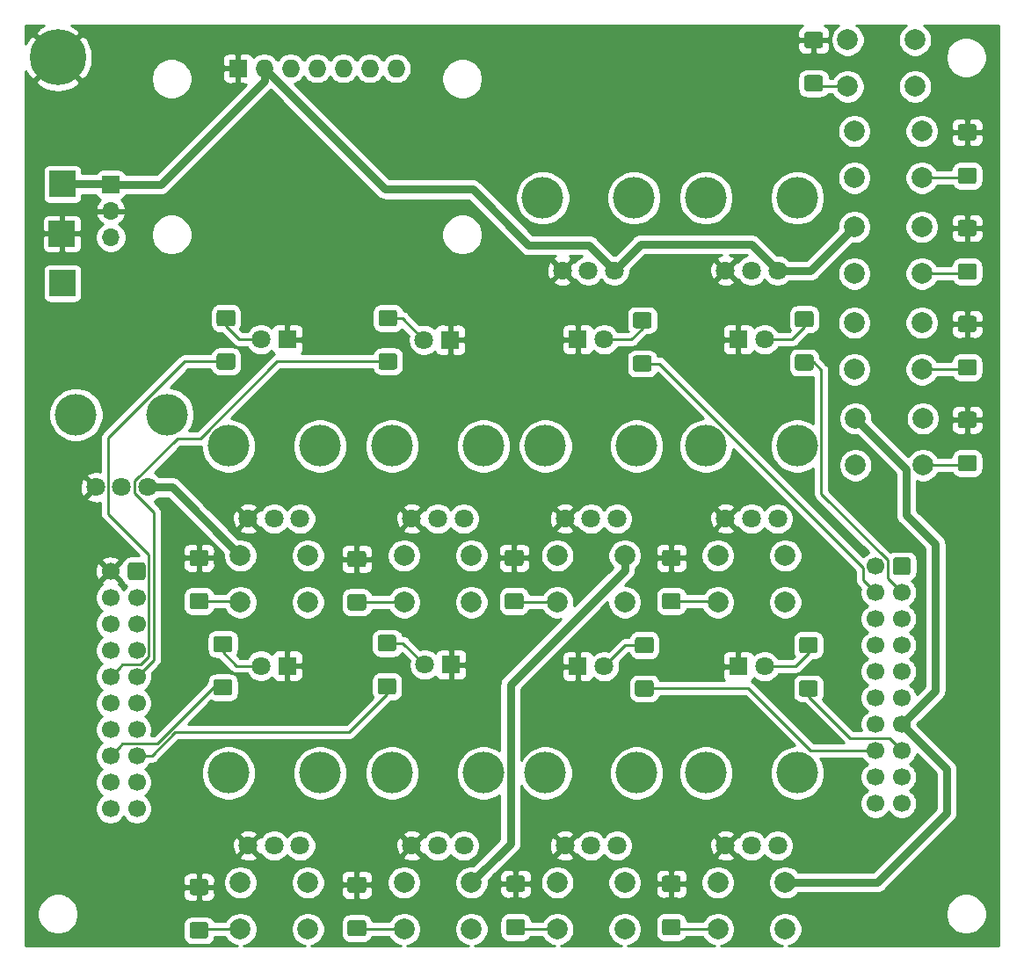
<source format=gbr>
%TF.GenerationSoftware,KiCad,Pcbnew,(5.1.6-0-10_14)*%
%TF.CreationDate,2020-08-30T21:59:18+02:00*%
%TF.ProjectId,sequencer-pcb,73657175-656e-4636-9572-2d7063622e6b,rev?*%
%TF.SameCoordinates,Original*%
%TF.FileFunction,Copper,L2,Bot*%
%TF.FilePolarity,Positive*%
%FSLAX46Y46*%
G04 Gerber Fmt 4.6, Leading zero omitted, Abs format (unit mm)*
G04 Created by KiCad (PCBNEW (5.1.6-0-10_14)) date 2020-08-30 21:59:18*
%MOMM*%
%LPD*%
G01*
G04 APERTURE LIST*
%TA.AperFunction,ComponentPad*%
%ADD10R,2.500000X2.500000*%
%TD*%
%TA.AperFunction,ComponentPad*%
%ADD11O,1.700000X1.700000*%
%TD*%
%TA.AperFunction,ComponentPad*%
%ADD12R,1.700000X1.700000*%
%TD*%
%TA.AperFunction,ComponentPad*%
%ADD13C,1.800000*%
%TD*%
%TA.AperFunction,WasherPad*%
%ADD14C,4.000000*%
%TD*%
%TA.AperFunction,ComponentPad*%
%ADD15C,1.700000*%
%TD*%
%TA.AperFunction,ComponentPad*%
%ADD16O,1.727200X1.727200*%
%TD*%
%TA.AperFunction,ComponentPad*%
%ADD17R,1.727200X1.727200*%
%TD*%
%TA.AperFunction,ComponentPad*%
%ADD18C,2.000000*%
%TD*%
%TA.AperFunction,ComponentPad*%
%ADD19C,5.400000*%
%TD*%
%TA.AperFunction,ComponentPad*%
%ADD20R,1.800000X1.800000*%
%TD*%
%TA.AperFunction,Conductor*%
%ADD21C,0.250000*%
%TD*%
%TA.AperFunction,Conductor*%
%ADD22C,0.800000*%
%TD*%
%TA.AperFunction,Conductor*%
%ADD23C,0.254000*%
%TD*%
G04 APERTURE END LIST*
D10*
%TO.P,+5V,1*%
%TO.N,+5V*%
X100950000Y-75250000D03*
%TD*%
%TO.P,GND,1*%
%TO.N,GND*%
X100900000Y-70475000D03*
%TD*%
%TO.P,+3V3,1*%
%TO.N,+3V3*%
X100950000Y-65700000D03*
%TD*%
D11*
%TO.P,PWR,3*%
%TO.N,+5V*%
X105600000Y-70830000D03*
%TO.P,PWR,2*%
%TO.N,GND*%
X105600000Y-68290000D03*
D12*
%TO.P,PWR,1*%
%TO.N,+3V3*%
X105600000Y-65750000D03*
%TD*%
D13*
%TO.P,RV1,3*%
%TO.N,GND*%
X118838000Y-97930000D03*
%TO.P,RV1,2*%
%TO.N,R1*%
X121338000Y-97930000D03*
%TO.P,RV1,1*%
%TO.N,+5V*%
X123838000Y-97930000D03*
D14*
%TO.P,RV1,*%
%TO.N,*%
X116938000Y-90930000D03*
X125738000Y-90930000D03*
%TD*%
D15*
%TO.P,J2,20*%
%TO.N,B5*%
X105560000Y-125860000D03*
%TO.P,J2,18*%
%TO.N,R5*%
X105560000Y-123320000D03*
%TO.P,J2,16*%
%TO.N,L5*%
X105560000Y-120780000D03*
%TO.P,J2,14*%
%TO.N,B1*%
X105560000Y-118240000D03*
%TO.P,J2,12*%
%TO.N,R1*%
X105560000Y-115700000D03*
%TO.P,J2,10*%
%TO.N,L1*%
X105560000Y-113160000D03*
%TO.P,J2,8*%
%TO.N,CS*%
X105560000Y-110620000D03*
%TO.P,J2,6*%
%TO.N,RES*%
X105560000Y-108080000D03*
%TO.P,J2,4*%
%TO.N,+5V*%
X105560000Y-105540000D03*
%TO.P,J2,2*%
%TO.N,GND*%
X105560000Y-103000000D03*
%TO.P,J2,19*%
%TO.N,B6*%
X108100000Y-125860000D03*
%TO.P,J2,17*%
%TO.N,R6*%
X108100000Y-123320000D03*
%TO.P,J2,15*%
%TO.N,L6*%
X108100000Y-120780000D03*
%TO.P,J2,13*%
%TO.N,B2*%
X108100000Y-118240000D03*
%TO.P,J2,11*%
%TO.N,R2*%
X108100000Y-115700000D03*
%TO.P,J2,9*%
%TO.N,L2*%
X108100000Y-113160000D03*
%TO.P,J2,7*%
%TO.N,DC*%
X108100000Y-110620000D03*
%TO.P,J2,5*%
%TO.N,MOSI*%
X108100000Y-108080000D03*
%TO.P,J2,3*%
%TO.N,CLK*%
X108100000Y-105540000D03*
%TO.P,J2,1*%
%TO.N,SP3*%
%TA.AperFunction,ComponentPad*%
G36*
G01*
X108950000Y-102400000D02*
X108950000Y-103600000D01*
G75*
G02*
X108700000Y-103850000I-250000J0D01*
G01*
X107500000Y-103850000D01*
G75*
G02*
X107250000Y-103600000I0J250000D01*
G01*
X107250000Y-102400000D01*
G75*
G02*
X107500000Y-102150000I250000J0D01*
G01*
X108700000Y-102150000D01*
G75*
G02*
X108950000Y-102400000I0J-250000D01*
G01*
G37*
%TD.AperFunction*%
%TD*%
%TO.P,J1,1*%
%TO.N,SP2*%
%TA.AperFunction,ComponentPad*%
G36*
G01*
X182646000Y-101902000D02*
X182646000Y-103102000D01*
G75*
G02*
X182396000Y-103352000I-250000J0D01*
G01*
X181196000Y-103352000D01*
G75*
G02*
X180946000Y-103102000I0J250000D01*
G01*
X180946000Y-101902000D01*
G75*
G02*
X181196000Y-101652000I250000J0D01*
G01*
X182396000Y-101652000D01*
G75*
G02*
X182646000Y-101902000I0J-250000D01*
G01*
G37*
%TD.AperFunction*%
%TO.P,J1,3*%
%TO.N,L4*%
X181796000Y-105042000D03*
%TO.P,J1,5*%
%TO.N,R4*%
X181796000Y-107582000D03*
%TO.P,J1,7*%
%TO.N,B4*%
X181796000Y-110122000D03*
%TO.P,J1,9*%
%TO.N,SSW4*%
X181796000Y-112662000D03*
%TO.P,J1,11*%
%TO.N,SSW5*%
X181796000Y-115202000D03*
%TO.P,J1,13*%
%TO.N,+3V3*%
X181796000Y-117742000D03*
%TO.P,J1,15*%
%TO.N,L8*%
X181796000Y-120282000D03*
%TO.P,J1,17*%
%TO.N,R8*%
X181796000Y-122822000D03*
%TO.P,J1,19*%
%TO.N,B8*%
X181796000Y-125362000D03*
%TO.P,J1,2*%
%TO.N,SP1*%
X179256000Y-102502000D03*
%TO.P,J1,4*%
%TO.N,L3*%
X179256000Y-105042000D03*
%TO.P,J1,6*%
%TO.N,R3*%
X179256000Y-107582000D03*
%TO.P,J1,8*%
%TO.N,B3*%
X179256000Y-110122000D03*
%TO.P,J1,10*%
%TO.N,SSW1*%
X179256000Y-112662000D03*
%TO.P,J1,12*%
%TO.N,SSW3*%
X179256000Y-115202000D03*
%TO.P,J1,14*%
%TO.N,SSW2*%
X179256000Y-117742000D03*
%TO.P,J1,16*%
%TO.N,L7*%
X179256000Y-120282000D03*
%TO.P,J1,18*%
%TO.N,R7*%
X179256000Y-122822000D03*
%TO.P,J1,20*%
%TO.N,B7*%
X179256000Y-125362000D03*
%TD*%
%TO.P,R15,2*%
%TO.N,L8*%
%TA.AperFunction,SMDPad,CuDef*%
G36*
G01*
X172149999Y-113500000D02*
X173450001Y-113500000D01*
G75*
G02*
X173700000Y-113749999I0J-249999D01*
G01*
X173700000Y-114825001D01*
G75*
G02*
X173450001Y-115075000I-249999J0D01*
G01*
X172149999Y-115075000D01*
G75*
G02*
X171900000Y-114825001I0J249999D01*
G01*
X171900000Y-113749999D01*
G75*
G02*
X172149999Y-113500000I249999J0D01*
G01*
G37*
%TD.AperFunction*%
%TO.P,R15,1*%
%TO.N,Net-(D8-Pad2)*%
%TA.AperFunction,SMDPad,CuDef*%
G36*
G01*
X172149999Y-109325000D02*
X173450001Y-109325000D01*
G75*
G02*
X173700000Y-109574999I0J-249999D01*
G01*
X173700000Y-110650001D01*
G75*
G02*
X173450001Y-110900000I-249999J0D01*
G01*
X172149999Y-110900000D01*
G75*
G02*
X171900000Y-110650001I0J249999D01*
G01*
X171900000Y-109574999D01*
G75*
G02*
X172149999Y-109325000I249999J0D01*
G01*
G37*
%TD.AperFunction*%
%TD*%
%TO.P,R22,2*%
%TO.N,SSW4*%
%TA.AperFunction,SMDPad,CuDef*%
G36*
G01*
X187449999Y-82566666D02*
X188750001Y-82566666D01*
G75*
G02*
X189000000Y-82816665I0J-249999D01*
G01*
X189000000Y-83891667D01*
G75*
G02*
X188750001Y-84141666I-249999J0D01*
G01*
X187449999Y-84141666D01*
G75*
G02*
X187200000Y-83891667I0J249999D01*
G01*
X187200000Y-82816665D01*
G75*
G02*
X187449999Y-82566666I249999J0D01*
G01*
G37*
%TD.AperFunction*%
%TO.P,R22,1*%
%TO.N,GND*%
%TA.AperFunction,SMDPad,CuDef*%
G36*
G01*
X187449999Y-78391666D02*
X188750001Y-78391666D01*
G75*
G02*
X189000000Y-78641665I0J-249999D01*
G01*
X189000000Y-79716667D01*
G75*
G02*
X188750001Y-79966666I-249999J0D01*
G01*
X187449999Y-79966666D01*
G75*
G02*
X187200000Y-79716667I0J249999D01*
G01*
X187200000Y-78641665D01*
G75*
G02*
X187449999Y-78391666I249999J0D01*
G01*
G37*
%TD.AperFunction*%
%TD*%
%TO.P,R21,2*%
%TO.N,SSW3*%
%TA.AperFunction,SMDPad,CuDef*%
G36*
G01*
X187449999Y-73333333D02*
X188750001Y-73333333D01*
G75*
G02*
X189000000Y-73583332I0J-249999D01*
G01*
X189000000Y-74658334D01*
G75*
G02*
X188750001Y-74908333I-249999J0D01*
G01*
X187449999Y-74908333D01*
G75*
G02*
X187200000Y-74658334I0J249999D01*
G01*
X187200000Y-73583332D01*
G75*
G02*
X187449999Y-73333333I249999J0D01*
G01*
G37*
%TD.AperFunction*%
%TO.P,R21,1*%
%TO.N,GND*%
%TA.AperFunction,SMDPad,CuDef*%
G36*
G01*
X187449999Y-69158333D02*
X188750001Y-69158333D01*
G75*
G02*
X189000000Y-69408332I0J-249999D01*
G01*
X189000000Y-70483334D01*
G75*
G02*
X188750001Y-70733333I-249999J0D01*
G01*
X187449999Y-70733333D01*
G75*
G02*
X187200000Y-70483334I0J249999D01*
G01*
X187200000Y-69408332D01*
G75*
G02*
X187449999Y-69158333I249999J0D01*
G01*
G37*
%TD.AperFunction*%
%TD*%
%TO.P,R20,2*%
%TO.N,SSW2*%
%TA.AperFunction,SMDPad,CuDef*%
G36*
G01*
X172649999Y-55200000D02*
X173950001Y-55200000D01*
G75*
G02*
X174200000Y-55449999I0J-249999D01*
G01*
X174200000Y-56525001D01*
G75*
G02*
X173950001Y-56775000I-249999J0D01*
G01*
X172649999Y-56775000D01*
G75*
G02*
X172400000Y-56525001I0J249999D01*
G01*
X172400000Y-55449999D01*
G75*
G02*
X172649999Y-55200000I249999J0D01*
G01*
G37*
%TD.AperFunction*%
%TO.P,R20,1*%
%TO.N,GND*%
%TA.AperFunction,SMDPad,CuDef*%
G36*
G01*
X172649999Y-51025000D02*
X173950001Y-51025000D01*
G75*
G02*
X174200000Y-51274999I0J-249999D01*
G01*
X174200000Y-52350001D01*
G75*
G02*
X173950001Y-52600000I-249999J0D01*
G01*
X172649999Y-52600000D01*
G75*
G02*
X172400000Y-52350001I0J249999D01*
G01*
X172400000Y-51274999D01*
G75*
G02*
X172649999Y-51025000I249999J0D01*
G01*
G37*
%TD.AperFunction*%
%TD*%
%TO.P,R19,2*%
%TO.N,GND*%
%TA.AperFunction,SMDPad,CuDef*%
G36*
G01*
X188750001Y-61500000D02*
X187449999Y-61500000D01*
G75*
G02*
X187200000Y-61250001I0J249999D01*
G01*
X187200000Y-60174999D01*
G75*
G02*
X187449999Y-59925000I249999J0D01*
G01*
X188750001Y-59925000D01*
G75*
G02*
X189000000Y-60174999I0J-249999D01*
G01*
X189000000Y-61250001D01*
G75*
G02*
X188750001Y-61500000I-249999J0D01*
G01*
G37*
%TD.AperFunction*%
%TO.P,R19,1*%
%TO.N,SSW5*%
%TA.AperFunction,SMDPad,CuDef*%
G36*
G01*
X188750001Y-65675000D02*
X187449999Y-65675000D01*
G75*
G02*
X187200000Y-65425001I0J249999D01*
G01*
X187200000Y-64349999D01*
G75*
G02*
X187449999Y-64100000I249999J0D01*
G01*
X188750001Y-64100000D01*
G75*
G02*
X189000000Y-64349999I0J-249999D01*
G01*
X189000000Y-65425001D01*
G75*
G02*
X188750001Y-65675000I-249999J0D01*
G01*
G37*
%TD.AperFunction*%
%TD*%
%TO.P,R18,2*%
%TO.N,SSW1*%
%TA.AperFunction,SMDPad,CuDef*%
G36*
G01*
X187449999Y-91800000D02*
X188750001Y-91800000D01*
G75*
G02*
X189000000Y-92049999I0J-249999D01*
G01*
X189000000Y-93125001D01*
G75*
G02*
X188750001Y-93375000I-249999J0D01*
G01*
X187449999Y-93375000D01*
G75*
G02*
X187200000Y-93125001I0J249999D01*
G01*
X187200000Y-92049999D01*
G75*
G02*
X187449999Y-91800000I249999J0D01*
G01*
G37*
%TD.AperFunction*%
%TO.P,R18,1*%
%TO.N,GND*%
%TA.AperFunction,SMDPad,CuDef*%
G36*
G01*
X187449999Y-87625000D02*
X188750001Y-87625000D01*
G75*
G02*
X189000000Y-87874999I0J-249999D01*
G01*
X189000000Y-88950001D01*
G75*
G02*
X188750001Y-89200000I-249999J0D01*
G01*
X187449999Y-89200000D01*
G75*
G02*
X187200000Y-88950001I0J249999D01*
G01*
X187200000Y-87874999D01*
G75*
G02*
X187449999Y-87625000I249999J0D01*
G01*
G37*
%TD.AperFunction*%
%TD*%
D16*
%TO.P,OLED Display,7*%
%TO.N,CS*%
X133090000Y-54550000D03*
%TO.P,OLED Display,5*%
%TO.N,RES*%
X128010000Y-54550000D03*
%TO.P,OLED Display,6*%
%TO.N,DC*%
X130550000Y-54550000D03*
D17*
%TO.P,OLED Display,1*%
%TO.N,GND*%
X117850000Y-54550000D03*
D16*
%TO.P,OLED Display,4*%
%TO.N,MOSI*%
X125470000Y-54550000D03*
%TO.P,OLED Display,2*%
%TO.N,+3V3*%
X120390000Y-54550000D03*
%TO.P,OLED Display,3*%
%TO.N,CLK*%
X122930000Y-54550000D03*
%TD*%
D13*
%TO.P,SP3,3*%
%TO.N,GND*%
X104150000Y-94900000D03*
%TO.P,SP3,2*%
%TO.N,SP3*%
X106650000Y-94900000D03*
%TO.P,SP3,1*%
%TO.N,+3V3*%
X109150000Y-94900000D03*
D14*
%TO.P,SP3,*%
%TO.N,*%
X102250000Y-87900000D03*
X111050000Y-87900000D03*
%TD*%
%TO.P,SP2,*%
%TO.N,*%
X171723000Y-67026000D03*
X162923000Y-67026000D03*
D13*
%TO.P,SP2,1*%
%TO.N,+3V3*%
X169823000Y-74026000D03*
%TO.P,SP2,2*%
%TO.N,SP2*%
X167323000Y-74026000D03*
%TO.P,SP2,3*%
%TO.N,GND*%
X164823000Y-74026000D03*
%TD*%
%TO.P,SP1,3*%
%TO.N,GND*%
X149110000Y-74026000D03*
%TO.P,SP1,2*%
%TO.N,SP1*%
X151610000Y-74026000D03*
%TO.P,SP1,1*%
%TO.N,+3V3*%
X154110000Y-74026000D03*
D14*
%TO.P,SP1,*%
%TO.N,*%
X147210000Y-67026000D03*
X156010000Y-67026000D03*
%TD*%
%TO.P,RV8,*%
%TO.N,*%
X171723000Y-122426000D03*
X162923000Y-122426000D03*
D13*
%TO.P,RV8,1*%
%TO.N,+5V*%
X169823000Y-129426000D03*
%TO.P,RV8,2*%
%TO.N,R8*%
X167323000Y-129426000D03*
%TO.P,RV8,3*%
%TO.N,GND*%
X164823000Y-129426000D03*
%TD*%
%TO.P,RV7,3*%
%TO.N,GND*%
X149364000Y-129426000D03*
%TO.P,RV7,2*%
%TO.N,R7*%
X151864000Y-129426000D03*
%TO.P,RV7,1*%
%TO.N,+5V*%
X154364000Y-129426000D03*
D14*
%TO.P,RV7,*%
%TO.N,*%
X147464000Y-122426000D03*
X156264000Y-122426000D03*
%TD*%
D13*
%TO.P,RV6,3*%
%TO.N,GND*%
X134597000Y-129426000D03*
%TO.P,RV6,2*%
%TO.N,R6*%
X137097000Y-129426000D03*
%TO.P,RV6,1*%
%TO.N,+5V*%
X139597000Y-129426000D03*
D14*
%TO.P,RV6,*%
%TO.N,*%
X132697000Y-122426000D03*
X141497000Y-122426000D03*
%TD*%
D13*
%TO.P,RV5,3*%
%TO.N,GND*%
X118838000Y-129426000D03*
%TO.P,RV5,2*%
%TO.N,R5*%
X121338000Y-129426000D03*
%TO.P,RV5,1*%
%TO.N,+5V*%
X123838000Y-129426000D03*
D14*
%TO.P,RV5,*%
%TO.N,*%
X116938000Y-122426000D03*
X125738000Y-122426000D03*
%TD*%
%TO.P,RV4,*%
%TO.N,*%
X171723000Y-90930000D03*
X162923000Y-90930000D03*
D13*
%TO.P,RV4,1*%
%TO.N,+5V*%
X169823000Y-97930000D03*
%TO.P,RV4,2*%
%TO.N,R4*%
X167323000Y-97930000D03*
%TO.P,RV4,3*%
%TO.N,GND*%
X164823000Y-97930000D03*
%TD*%
%TO.P,RV3,3*%
%TO.N,GND*%
X149364000Y-97930000D03*
%TO.P,RV3,2*%
%TO.N,R3*%
X151864000Y-97930000D03*
%TO.P,RV3,1*%
%TO.N,+5V*%
X154364000Y-97930000D03*
D14*
%TO.P,RV3,*%
%TO.N,*%
X147464000Y-90930000D03*
X156264000Y-90930000D03*
%TD*%
D13*
%TO.P,RV2,3*%
%TO.N,GND*%
X134597000Y-97930000D03*
%TO.P,RV2,2*%
%TO.N,R2*%
X137097000Y-97930000D03*
%TO.P,RV2,1*%
%TO.N,+5V*%
X139597000Y-97930000D03*
D14*
%TO.P,RV2,*%
%TO.N,*%
X132697000Y-90930000D03*
X141497000Y-90930000D03*
%TD*%
D18*
%TO.P,SSW5,2*%
%TO.N,+3V3*%
X183073000Y-51800000D03*
%TO.P,SSW5,1*%
%TO.N,SSW2*%
X183073000Y-56300000D03*
%TO.P,SSW5,2*%
%TO.N,+3V3*%
X176573000Y-51800000D03*
%TO.P,SSW5,1*%
%TO.N,SSW2*%
X176573000Y-56300000D03*
%TD*%
%TO.P,SSW1,1*%
%TO.N,+3V3*%
X183828000Y-88278000D03*
%TO.P,SSW1,2*%
%TO.N,SSW1*%
X183828000Y-92778000D03*
%TO.P,SSW1,1*%
%TO.N,+3V3*%
X177328000Y-88278000D03*
%TO.P,SSW1,2*%
%TO.N,SSW1*%
X177328000Y-92778000D03*
%TD*%
%TO.P,SSW3,1*%
%TO.N,+3V3*%
X183724000Y-69820666D03*
%TO.P,SSW3,2*%
%TO.N,SSW3*%
X183724000Y-74320666D03*
%TO.P,SSW3,1*%
%TO.N,+3V3*%
X177224000Y-69820666D03*
%TO.P,SSW3,2*%
%TO.N,SSW3*%
X177224000Y-74320666D03*
%TD*%
%TO.P,SSW2,1*%
%TO.N,+3V3*%
X183724000Y-79049332D03*
%TO.P,SSW2,2*%
%TO.N,SSW4*%
X183724000Y-83549332D03*
%TO.P,SSW2,1*%
%TO.N,+3V3*%
X177224000Y-79049332D03*
%TO.P,SSW2,2*%
%TO.N,SSW4*%
X177224000Y-83549332D03*
%TD*%
%TO.P,SSW4,1*%
%TO.N,+3V3*%
X183724000Y-60592000D03*
%TO.P,SSW4,2*%
%TO.N,SSW5*%
X183724000Y-65092000D03*
%TO.P,SSW4,1*%
%TO.N,+3V3*%
X177224000Y-60592000D03*
%TO.P,SSW4,2*%
%TO.N,SSW5*%
X177224000Y-65092000D03*
%TD*%
%TO.P,SW8,2*%
%TO.N,B8*%
X164073000Y-137482000D03*
%TO.P,SW8,1*%
%TO.N,+3V3*%
X164073000Y-132982000D03*
%TO.P,SW8,2*%
%TO.N,B8*%
X170573000Y-137482000D03*
%TO.P,SW8,1*%
%TO.N,+3V3*%
X170573000Y-132982000D03*
%TD*%
%TO.P,SW7,1*%
%TO.N,+3V3*%
X155114000Y-132982000D03*
%TO.P,SW7,2*%
%TO.N,B7*%
X155114000Y-137482000D03*
%TO.P,SW7,1*%
%TO.N,+3V3*%
X148614000Y-132982000D03*
%TO.P,SW7,2*%
%TO.N,B7*%
X148614000Y-137482000D03*
%TD*%
%TO.P,SW6,1*%
%TO.N,+3V3*%
X140347000Y-132982000D03*
%TO.P,SW6,2*%
%TO.N,B6*%
X140347000Y-137482000D03*
%TO.P,SW6,1*%
%TO.N,+3V3*%
X133847000Y-132982000D03*
%TO.P,SW6,2*%
%TO.N,B6*%
X133847000Y-137482000D03*
%TD*%
%TO.P,SW5,1*%
%TO.N,+3V3*%
X124588000Y-132982000D03*
%TO.P,SW5,2*%
%TO.N,B5*%
X124588000Y-137482000D03*
%TO.P,SW5,1*%
%TO.N,+3V3*%
X118088000Y-132982000D03*
%TO.P,SW5,2*%
%TO.N,B5*%
X118088000Y-137482000D03*
%TD*%
%TO.P,SW4,2*%
%TO.N,B4*%
X164073000Y-105986000D03*
%TO.P,SW4,1*%
%TO.N,+3V3*%
X164073000Y-101486000D03*
%TO.P,SW4,2*%
%TO.N,B4*%
X170573000Y-105986000D03*
%TO.P,SW4,1*%
%TO.N,+3V3*%
X170573000Y-101486000D03*
%TD*%
%TO.P,SW3,1*%
%TO.N,+3V3*%
X155114000Y-101486000D03*
%TO.P,SW3,2*%
%TO.N,B3*%
X155114000Y-105986000D03*
%TO.P,SW3,1*%
%TO.N,+3V3*%
X148614000Y-101486000D03*
%TO.P,SW3,2*%
%TO.N,B3*%
X148614000Y-105986000D03*
%TD*%
%TO.P,SW2,1*%
%TO.N,+3V3*%
X140347000Y-101486000D03*
%TO.P,SW2,2*%
%TO.N,B2*%
X140347000Y-105986000D03*
%TO.P,SW2,1*%
%TO.N,+3V3*%
X133847000Y-101486000D03*
%TO.P,SW2,2*%
%TO.N,B2*%
X133847000Y-105986000D03*
%TD*%
%TO.P,SW1,1*%
%TO.N,+3V3*%
X124588000Y-101486000D03*
%TO.P,SW1,2*%
%TO.N,B1*%
X124588000Y-105986000D03*
%TO.P,SW1,1*%
%TO.N,+3V3*%
X118088000Y-101486000D03*
%TO.P,SW1,2*%
%TO.N,B1*%
X118088000Y-105986000D03*
%TD*%
%TO.P,R17,2*%
%TO.N,GND*%
%TA.AperFunction,SMDPad,CuDef*%
G36*
G01*
X160250001Y-133900000D02*
X158949999Y-133900000D01*
G75*
G02*
X158700000Y-133650001I0J249999D01*
G01*
X158700000Y-132574999D01*
G75*
G02*
X158949999Y-132325000I249999J0D01*
G01*
X160250001Y-132325000D01*
G75*
G02*
X160500000Y-132574999I0J-249999D01*
G01*
X160500000Y-133650001D01*
G75*
G02*
X160250001Y-133900000I-249999J0D01*
G01*
G37*
%TD.AperFunction*%
%TO.P,R17,1*%
%TO.N,B8*%
%TA.AperFunction,SMDPad,CuDef*%
G36*
G01*
X160250001Y-138075000D02*
X158949999Y-138075000D01*
G75*
G02*
X158700000Y-137825001I0J249999D01*
G01*
X158700000Y-136749999D01*
G75*
G02*
X158949999Y-136500000I249999J0D01*
G01*
X160250001Y-136500000D01*
G75*
G02*
X160500000Y-136749999I0J-249999D01*
G01*
X160500000Y-137825001D01*
G75*
G02*
X160250001Y-138075000I-249999J0D01*
G01*
G37*
%TD.AperFunction*%
%TD*%
%TO.P,R16,2*%
%TO.N,B7*%
%TA.AperFunction,SMDPad,CuDef*%
G36*
G01*
X143949999Y-136500000D02*
X145250001Y-136500000D01*
G75*
G02*
X145500000Y-136749999I0J-249999D01*
G01*
X145500000Y-137825001D01*
G75*
G02*
X145250001Y-138075000I-249999J0D01*
G01*
X143949999Y-138075000D01*
G75*
G02*
X143700000Y-137825001I0J249999D01*
G01*
X143700000Y-136749999D01*
G75*
G02*
X143949999Y-136500000I249999J0D01*
G01*
G37*
%TD.AperFunction*%
%TO.P,R16,1*%
%TO.N,GND*%
%TA.AperFunction,SMDPad,CuDef*%
G36*
G01*
X143949999Y-132325000D02*
X145250001Y-132325000D01*
G75*
G02*
X145500000Y-132574999I0J-249999D01*
G01*
X145500000Y-133650001D01*
G75*
G02*
X145250001Y-133900000I-249999J0D01*
G01*
X143949999Y-133900000D01*
G75*
G02*
X143700000Y-133650001I0J249999D01*
G01*
X143700000Y-132574999D01*
G75*
G02*
X143949999Y-132325000I249999J0D01*
G01*
G37*
%TD.AperFunction*%
%TD*%
%TO.P,R14,2*%
%TO.N,Net-(D7-Pad2)*%
%TA.AperFunction,SMDPad,CuDef*%
G36*
G01*
X157650001Y-110900000D02*
X156349999Y-110900000D01*
G75*
G02*
X156100000Y-110650001I0J249999D01*
G01*
X156100000Y-109574999D01*
G75*
G02*
X156349999Y-109325000I249999J0D01*
G01*
X157650001Y-109325000D01*
G75*
G02*
X157900000Y-109574999I0J-249999D01*
G01*
X157900000Y-110650001D01*
G75*
G02*
X157650001Y-110900000I-249999J0D01*
G01*
G37*
%TD.AperFunction*%
%TO.P,R14,1*%
%TO.N,L7*%
%TA.AperFunction,SMDPad,CuDef*%
G36*
G01*
X157650001Y-115075000D02*
X156349999Y-115075000D01*
G75*
G02*
X156100000Y-114825001I0J249999D01*
G01*
X156100000Y-113749999D01*
G75*
G02*
X156349999Y-113500000I249999J0D01*
G01*
X157650001Y-113500000D01*
G75*
G02*
X157900000Y-113749999I0J-249999D01*
G01*
X157900000Y-114825001D01*
G75*
G02*
X157650001Y-115075000I-249999J0D01*
G01*
G37*
%TD.AperFunction*%
%TD*%
%TO.P,R13,1*%
%TO.N,B6*%
%TA.AperFunction,SMDPad,CuDef*%
G36*
G01*
X129950001Y-138175000D02*
X128649999Y-138175000D01*
G75*
G02*
X128400000Y-137925001I0J249999D01*
G01*
X128400000Y-136849999D01*
G75*
G02*
X128649999Y-136600000I249999J0D01*
G01*
X129950001Y-136600000D01*
G75*
G02*
X130200000Y-136849999I0J-249999D01*
G01*
X130200000Y-137925001D01*
G75*
G02*
X129950001Y-138175000I-249999J0D01*
G01*
G37*
%TD.AperFunction*%
%TO.P,R13,2*%
%TO.N,GND*%
%TA.AperFunction,SMDPad,CuDef*%
G36*
G01*
X129950001Y-134000000D02*
X128649999Y-134000000D01*
G75*
G02*
X128400000Y-133750001I0J249999D01*
G01*
X128400000Y-132674999D01*
G75*
G02*
X128649999Y-132425000I249999J0D01*
G01*
X129950001Y-132425000D01*
G75*
G02*
X130200000Y-132674999I0J-249999D01*
G01*
X130200000Y-133750001D01*
G75*
G02*
X129950001Y-134000000I-249999J0D01*
G01*
G37*
%TD.AperFunction*%
%TD*%
%TO.P,R12,2*%
%TO.N,B5*%
%TA.AperFunction,SMDPad,CuDef*%
G36*
G01*
X113449999Y-136800000D02*
X114750001Y-136800000D01*
G75*
G02*
X115000000Y-137049999I0J-249999D01*
G01*
X115000000Y-138125001D01*
G75*
G02*
X114750001Y-138375000I-249999J0D01*
G01*
X113449999Y-138375000D01*
G75*
G02*
X113200000Y-138125001I0J249999D01*
G01*
X113200000Y-137049999D01*
G75*
G02*
X113449999Y-136800000I249999J0D01*
G01*
G37*
%TD.AperFunction*%
%TO.P,R12,1*%
%TO.N,GND*%
%TA.AperFunction,SMDPad,CuDef*%
G36*
G01*
X113449999Y-132625000D02*
X114750001Y-132625000D01*
G75*
G02*
X115000000Y-132874999I0J-249999D01*
G01*
X115000000Y-133950001D01*
G75*
G02*
X114750001Y-134200000I-249999J0D01*
G01*
X113449999Y-134200000D01*
G75*
G02*
X113200000Y-133950001I0J249999D01*
G01*
X113200000Y-132874999D01*
G75*
G02*
X113449999Y-132625000I249999J0D01*
G01*
G37*
%TD.AperFunction*%
%TD*%
%TO.P,R11,2*%
%TO.N,L6*%
%TA.AperFunction,SMDPad,CuDef*%
G36*
G01*
X131549999Y-113300000D02*
X132850001Y-113300000D01*
G75*
G02*
X133100000Y-113549999I0J-249999D01*
G01*
X133100000Y-114625001D01*
G75*
G02*
X132850001Y-114875000I-249999J0D01*
G01*
X131549999Y-114875000D01*
G75*
G02*
X131300000Y-114625001I0J249999D01*
G01*
X131300000Y-113549999D01*
G75*
G02*
X131549999Y-113300000I249999J0D01*
G01*
G37*
%TD.AperFunction*%
%TO.P,R11,1*%
%TO.N,Net-(D6-Pad2)*%
%TA.AperFunction,SMDPad,CuDef*%
G36*
G01*
X131549999Y-109125000D02*
X132850001Y-109125000D01*
G75*
G02*
X133100000Y-109374999I0J-249999D01*
G01*
X133100000Y-110450001D01*
G75*
G02*
X132850001Y-110700000I-249999J0D01*
G01*
X131549999Y-110700000D01*
G75*
G02*
X131300000Y-110450001I0J249999D01*
G01*
X131300000Y-109374999D01*
G75*
G02*
X131549999Y-109125000I249999J0D01*
G01*
G37*
%TD.AperFunction*%
%TD*%
%TO.P,R10,2*%
%TO.N,Net-(D5-Pad2)*%
%TA.AperFunction,SMDPad,CuDef*%
G36*
G01*
X117050001Y-110800000D02*
X115749999Y-110800000D01*
G75*
G02*
X115500000Y-110550001I0J249999D01*
G01*
X115500000Y-109474999D01*
G75*
G02*
X115749999Y-109225000I249999J0D01*
G01*
X117050001Y-109225000D01*
G75*
G02*
X117300000Y-109474999I0J-249999D01*
G01*
X117300000Y-110550001D01*
G75*
G02*
X117050001Y-110800000I-249999J0D01*
G01*
G37*
%TD.AperFunction*%
%TO.P,R10,1*%
%TO.N,L5*%
%TA.AperFunction,SMDPad,CuDef*%
G36*
G01*
X117050001Y-114975000D02*
X115749999Y-114975000D01*
G75*
G02*
X115500000Y-114725001I0J249999D01*
G01*
X115500000Y-113649999D01*
G75*
G02*
X115749999Y-113400000I249999J0D01*
G01*
X117050001Y-113400000D01*
G75*
G02*
X117300000Y-113649999I0J-249999D01*
G01*
X117300000Y-114725001D01*
G75*
G02*
X117050001Y-114975000I-249999J0D01*
G01*
G37*
%TD.AperFunction*%
%TD*%
%TO.P,R8,2*%
%TO.N,GND*%
%TA.AperFunction,SMDPad,CuDef*%
G36*
G01*
X160250001Y-102500000D02*
X158949999Y-102500000D01*
G75*
G02*
X158700000Y-102250001I0J249999D01*
G01*
X158700000Y-101174999D01*
G75*
G02*
X158949999Y-100925000I249999J0D01*
G01*
X160250001Y-100925000D01*
G75*
G02*
X160500000Y-101174999I0J-249999D01*
G01*
X160500000Y-102250001D01*
G75*
G02*
X160250001Y-102500000I-249999J0D01*
G01*
G37*
%TD.AperFunction*%
%TO.P,R8,1*%
%TO.N,B4*%
%TA.AperFunction,SMDPad,CuDef*%
G36*
G01*
X160250001Y-106675000D02*
X158949999Y-106675000D01*
G75*
G02*
X158700000Y-106425001I0J249999D01*
G01*
X158700000Y-105349999D01*
G75*
G02*
X158949999Y-105100000I249999J0D01*
G01*
X160250001Y-105100000D01*
G75*
G02*
X160500000Y-105349999I0J-249999D01*
G01*
X160500000Y-106425001D01*
G75*
G02*
X160250001Y-106675000I-249999J0D01*
G01*
G37*
%TD.AperFunction*%
%TD*%
%TO.P,R7,1*%
%TO.N,GND*%
%TA.AperFunction,SMDPad,CuDef*%
G36*
G01*
X143807999Y-100925000D02*
X145108001Y-100925000D01*
G75*
G02*
X145358000Y-101174999I0J-249999D01*
G01*
X145358000Y-102250001D01*
G75*
G02*
X145108001Y-102500000I-249999J0D01*
G01*
X143807999Y-102500000D01*
G75*
G02*
X143558000Y-102250001I0J249999D01*
G01*
X143558000Y-101174999D01*
G75*
G02*
X143807999Y-100925000I249999J0D01*
G01*
G37*
%TD.AperFunction*%
%TO.P,R7,2*%
%TO.N,B3*%
%TA.AperFunction,SMDPad,CuDef*%
G36*
G01*
X143807999Y-105100000D02*
X145108001Y-105100000D01*
G75*
G02*
X145358000Y-105349999I0J-249999D01*
G01*
X145358000Y-106425001D01*
G75*
G02*
X145108001Y-106675000I-249999J0D01*
G01*
X143807999Y-106675000D01*
G75*
G02*
X143558000Y-106425001I0J249999D01*
G01*
X143558000Y-105349999D01*
G75*
G02*
X143807999Y-105100000I249999J0D01*
G01*
G37*
%TD.AperFunction*%
%TD*%
%TO.P,R6,1*%
%TO.N,Net-(D4-Pad2)*%
%TA.AperFunction,SMDPad,CuDef*%
G36*
G01*
X171749999Y-77925000D02*
X173050001Y-77925000D01*
G75*
G02*
X173300000Y-78174999I0J-249999D01*
G01*
X173300000Y-79250001D01*
G75*
G02*
X173050001Y-79500000I-249999J0D01*
G01*
X171749999Y-79500000D01*
G75*
G02*
X171500000Y-79250001I0J249999D01*
G01*
X171500000Y-78174999D01*
G75*
G02*
X171749999Y-77925000I249999J0D01*
G01*
G37*
%TD.AperFunction*%
%TO.P,R6,2*%
%TO.N,L4*%
%TA.AperFunction,SMDPad,CuDef*%
G36*
G01*
X171749999Y-82100000D02*
X173050001Y-82100000D01*
G75*
G02*
X173300000Y-82349999I0J-249999D01*
G01*
X173300000Y-83425001D01*
G75*
G02*
X173050001Y-83675000I-249999J0D01*
G01*
X171749999Y-83675000D01*
G75*
G02*
X171500000Y-83425001I0J249999D01*
G01*
X171500000Y-82349999D01*
G75*
G02*
X171749999Y-82100000I249999J0D01*
G01*
G37*
%TD.AperFunction*%
%TD*%
%TO.P,R5,2*%
%TO.N,Net-(D3-Pad2)*%
%TA.AperFunction,SMDPad,CuDef*%
G36*
G01*
X157450001Y-79600000D02*
X156149999Y-79600000D01*
G75*
G02*
X155900000Y-79350001I0J249999D01*
G01*
X155900000Y-78274999D01*
G75*
G02*
X156149999Y-78025000I249999J0D01*
G01*
X157450001Y-78025000D01*
G75*
G02*
X157700000Y-78274999I0J-249999D01*
G01*
X157700000Y-79350001D01*
G75*
G02*
X157450001Y-79600000I-249999J0D01*
G01*
G37*
%TD.AperFunction*%
%TO.P,R5,1*%
%TO.N,L3*%
%TA.AperFunction,SMDPad,CuDef*%
G36*
G01*
X157450001Y-83775000D02*
X156149999Y-83775000D01*
G75*
G02*
X155900000Y-83525001I0J249999D01*
G01*
X155900000Y-82449999D01*
G75*
G02*
X156149999Y-82200000I249999J0D01*
G01*
X157450001Y-82200000D01*
G75*
G02*
X157700000Y-82449999I0J-249999D01*
G01*
X157700000Y-83525001D01*
G75*
G02*
X157450001Y-83775000I-249999J0D01*
G01*
G37*
%TD.AperFunction*%
%TD*%
%TO.P,R4,2*%
%TO.N,GND*%
%TA.AperFunction,SMDPad,CuDef*%
G36*
G01*
X129950001Y-102600000D02*
X128649999Y-102600000D01*
G75*
G02*
X128400000Y-102350001I0J249999D01*
G01*
X128400000Y-101274999D01*
G75*
G02*
X128649999Y-101025000I249999J0D01*
G01*
X129950001Y-101025000D01*
G75*
G02*
X130200000Y-101274999I0J-249999D01*
G01*
X130200000Y-102350001D01*
G75*
G02*
X129950001Y-102600000I-249999J0D01*
G01*
G37*
%TD.AperFunction*%
%TO.P,R4,1*%
%TO.N,B2*%
%TA.AperFunction,SMDPad,CuDef*%
G36*
G01*
X129950001Y-106775000D02*
X128649999Y-106775000D01*
G75*
G02*
X128400000Y-106525001I0J249999D01*
G01*
X128400000Y-105449999D01*
G75*
G02*
X128649999Y-105200000I249999J0D01*
G01*
X129950001Y-105200000D01*
G75*
G02*
X130200000Y-105449999I0J-249999D01*
G01*
X130200000Y-106525001D01*
G75*
G02*
X129950001Y-106775000I-249999J0D01*
G01*
G37*
%TD.AperFunction*%
%TD*%
%TO.P,R3,2*%
%TO.N,B1*%
%TA.AperFunction,SMDPad,CuDef*%
G36*
G01*
X113449999Y-105100000D02*
X114750001Y-105100000D01*
G75*
G02*
X115000000Y-105349999I0J-249999D01*
G01*
X115000000Y-106425001D01*
G75*
G02*
X114750001Y-106675000I-249999J0D01*
G01*
X113449999Y-106675000D01*
G75*
G02*
X113200000Y-106425001I0J249999D01*
G01*
X113200000Y-105349999D01*
G75*
G02*
X113449999Y-105100000I249999J0D01*
G01*
G37*
%TD.AperFunction*%
%TO.P,R3,1*%
%TO.N,GND*%
%TA.AperFunction,SMDPad,CuDef*%
G36*
G01*
X113449999Y-100925000D02*
X114750001Y-100925000D01*
G75*
G02*
X115000000Y-101174999I0J-249999D01*
G01*
X115000000Y-102250001D01*
G75*
G02*
X114750001Y-102500000I-249999J0D01*
G01*
X113449999Y-102500000D01*
G75*
G02*
X113200000Y-102250001I0J249999D01*
G01*
X113200000Y-101174999D01*
G75*
G02*
X113449999Y-100925000I249999J0D01*
G01*
G37*
%TD.AperFunction*%
%TD*%
%TO.P,R2,2*%
%TO.N,L2*%
%TA.AperFunction,SMDPad,CuDef*%
G36*
G01*
X131649999Y-82000000D02*
X132950001Y-82000000D01*
G75*
G02*
X133200000Y-82249999I0J-249999D01*
G01*
X133200000Y-83325001D01*
G75*
G02*
X132950001Y-83575000I-249999J0D01*
G01*
X131649999Y-83575000D01*
G75*
G02*
X131400000Y-83325001I0J249999D01*
G01*
X131400000Y-82249999D01*
G75*
G02*
X131649999Y-82000000I249999J0D01*
G01*
G37*
%TD.AperFunction*%
%TO.P,R2,1*%
%TO.N,Net-(D2-Pad2)*%
%TA.AperFunction,SMDPad,CuDef*%
G36*
G01*
X131649999Y-77825000D02*
X132950001Y-77825000D01*
G75*
G02*
X133200000Y-78074999I0J-249999D01*
G01*
X133200000Y-79150001D01*
G75*
G02*
X132950001Y-79400000I-249999J0D01*
G01*
X131649999Y-79400000D01*
G75*
G02*
X131400000Y-79150001I0J249999D01*
G01*
X131400000Y-78074999D01*
G75*
G02*
X131649999Y-77825000I249999J0D01*
G01*
G37*
%TD.AperFunction*%
%TD*%
%TO.P,R1,2*%
%TO.N,Net-(D1-Pad2)*%
%TA.AperFunction,SMDPad,CuDef*%
G36*
G01*
X117350001Y-79400000D02*
X116049999Y-79400000D01*
G75*
G02*
X115800000Y-79150001I0J249999D01*
G01*
X115800000Y-78074999D01*
G75*
G02*
X116049999Y-77825000I249999J0D01*
G01*
X117350001Y-77825000D01*
G75*
G02*
X117600000Y-78074999I0J-249999D01*
G01*
X117600000Y-79150001D01*
G75*
G02*
X117350001Y-79400000I-249999J0D01*
G01*
G37*
%TD.AperFunction*%
%TO.P,R1,1*%
%TO.N,L1*%
%TA.AperFunction,SMDPad,CuDef*%
G36*
G01*
X117350001Y-83575000D02*
X116049999Y-83575000D01*
G75*
G02*
X115800000Y-83325001I0J249999D01*
G01*
X115800000Y-82249999D01*
G75*
G02*
X116049999Y-82000000I249999J0D01*
G01*
X117350001Y-82000000D01*
G75*
G02*
X117600000Y-82249999I0J-249999D01*
G01*
X117600000Y-83325001D01*
G75*
G02*
X117350001Y-83575000I-249999J0D01*
G01*
G37*
%TD.AperFunction*%
%TD*%
D19*
%TO.P,GND,1*%
%TO.N,GND*%
X100500000Y-53500000D03*
%TD*%
D13*
%TO.P,D8,2*%
%TO.N,Net-(D8-Pad2)*%
X168588000Y-112154000D03*
D20*
%TO.P,D8,1*%
%TO.N,GND*%
X166048000Y-112154000D03*
%TD*%
%TO.P,D7,1*%
%TO.N,GND*%
X150589000Y-112154000D03*
D13*
%TO.P,D7,2*%
%TO.N,Net-(D7-Pad2)*%
X153129000Y-112154000D03*
%TD*%
D20*
%TO.P,D6,1*%
%TO.N,GND*%
X138372000Y-112000000D03*
D13*
%TO.P,D6,2*%
%TO.N,Net-(D6-Pad2)*%
X135832000Y-112000000D03*
%TD*%
D20*
%TO.P,D5,1*%
%TO.N,GND*%
X122613000Y-112100000D03*
D13*
%TO.P,D5,2*%
%TO.N,Net-(D5-Pad2)*%
X120073000Y-112100000D03*
%TD*%
%TO.P,D4,2*%
%TO.N,Net-(D4-Pad2)*%
X168588000Y-80658000D03*
D20*
%TO.P,D4,1*%
%TO.N,GND*%
X166048000Y-80658000D03*
%TD*%
%TO.P,D3,1*%
%TO.N,GND*%
X150589000Y-80658000D03*
D13*
%TO.P,D3,2*%
%TO.N,Net-(D3-Pad2)*%
X153129000Y-80658000D03*
%TD*%
D20*
%TO.P,D2,1*%
%TO.N,GND*%
X138300000Y-80700000D03*
D13*
%TO.P,D2,2*%
%TO.N,Net-(D2-Pad2)*%
X135760000Y-80700000D03*
%TD*%
D20*
%TO.P,D1,1*%
%TO.N,GND*%
X122613000Y-80658000D03*
D13*
%TO.P,D1,2*%
%TO.N,Net-(D1-Pad2)*%
X120073000Y-80658000D03*
%TD*%
D21*
%TO.N,Net-(D1-Pad2)*%
X116700000Y-79400000D02*
X116700000Y-78612500D01*
X117958000Y-80658000D02*
X116700000Y-79400000D01*
X120073000Y-80658000D02*
X117958000Y-80658000D01*
%TO.N,Net-(D2-Pad2)*%
X133672500Y-78612500D02*
X132300000Y-78612500D01*
X135760000Y-80700000D02*
X133672500Y-78612500D01*
%TO.N,Net-(D3-Pad2)*%
X156800000Y-79600000D02*
X156800000Y-78812500D01*
X155742000Y-80658000D02*
X156800000Y-79600000D01*
X153129000Y-80658000D02*
X155742000Y-80658000D01*
%TO.N,Net-(D4-Pad2)*%
X172400000Y-79500000D02*
X172400000Y-78712500D01*
X171242000Y-80658000D02*
X172400000Y-79500000D01*
X168588000Y-80658000D02*
X171242000Y-80658000D01*
%TO.N,Net-(D5-Pad2)*%
X116400000Y-110800000D02*
X116400000Y-110012500D01*
X117700000Y-112100000D02*
X116400000Y-110800000D01*
X120073000Y-112100000D02*
X117700000Y-112100000D01*
%TO.N,Net-(D6-Pad2)*%
X133744500Y-109912500D02*
X132200000Y-109912500D01*
X135832000Y-112000000D02*
X133744500Y-109912500D01*
%TO.N,Net-(D7-Pad2)*%
X155170500Y-110112500D02*
X157000000Y-110112500D01*
X153129000Y-112154000D02*
X155170500Y-110112500D01*
%TO.N,Net-(D8-Pad2)*%
X172800000Y-110900000D02*
X172800000Y-110112500D01*
X171546000Y-112154000D02*
X172800000Y-110900000D01*
X168588000Y-112154000D02*
X171546000Y-112154000D01*
%TO.N,L1*%
X105375001Y-90133997D02*
X105375001Y-97474999D01*
X112721498Y-82787500D02*
X105375001Y-90133997D01*
X116700000Y-82787500D02*
X112721498Y-82787500D01*
X106409999Y-112310001D02*
X105560000Y-113160000D01*
X108474003Y-111984999D02*
X106735001Y-111984999D01*
X109275001Y-101374999D02*
X109275001Y-111184001D01*
X106735001Y-111984999D02*
X106409999Y-112310001D01*
X109275001Y-111184001D02*
X108474003Y-111984999D01*
X105375001Y-97474999D02*
X109275001Y-101374999D01*
%TO.N,L3*%
X157700000Y-82987500D02*
X156800000Y-82987500D01*
X158421502Y-82987500D02*
X157700000Y-82987500D01*
X178080999Y-102646997D02*
X158421502Y-82987500D01*
X178080999Y-103866999D02*
X178080999Y-102646997D01*
X179256000Y-105042000D02*
X178080999Y-103866999D01*
%TO.N,L5*%
X106409999Y-119930001D02*
X105560000Y-120780000D01*
X110082501Y-119604999D02*
X106735001Y-119604999D01*
X106735001Y-119604999D02*
X106409999Y-119930001D01*
X115500000Y-114187500D02*
X110082501Y-119604999D01*
X116400000Y-114187500D02*
X115500000Y-114187500D01*
%TO.N,L7*%
X178053919Y-120282000D02*
X179256000Y-120282000D01*
X173020002Y-120282000D02*
X178053919Y-120282000D01*
X167025502Y-114287500D02*
X173020002Y-120282000D01*
X157000000Y-114287500D02*
X167025502Y-114287500D01*
%TO.N,L2*%
X131400000Y-82787500D02*
X132300000Y-82787500D01*
X114201997Y-90225001D02*
X121639498Y-82787500D01*
X112011997Y-90225001D02*
X114201997Y-90225001D01*
X107924999Y-94311999D02*
X112011997Y-90225001D01*
X107924999Y-95488001D02*
X107924999Y-94311999D01*
X109725010Y-97288012D02*
X107924999Y-95488001D01*
X121639498Y-82787500D02*
X131400000Y-82787500D01*
X109725010Y-111534990D02*
X109725010Y-97288012D01*
X108100000Y-113160000D02*
X109725010Y-111534990D01*
%TO.N,L4*%
X180431001Y-103677001D02*
X180946001Y-104192001D01*
X174048001Y-95554999D02*
X180431001Y-101937999D01*
X180431001Y-101937999D02*
X180431001Y-103677001D01*
X174048001Y-83635501D02*
X174048001Y-95554999D01*
X180946001Y-104192001D02*
X181796000Y-105042000D01*
X173300000Y-82887500D02*
X174048001Y-83635501D01*
X172400000Y-82887500D02*
X173300000Y-82887500D01*
%TO.N,L6*%
X132200000Y-114875000D02*
X128575000Y-118500000D01*
X132200000Y-114087500D02*
X132200000Y-114875000D01*
X109302081Y-120780000D02*
X108100000Y-120780000D01*
X109543910Y-120780000D02*
X109302081Y-120780000D01*
X111823910Y-118500000D02*
X109543910Y-120780000D01*
X128575000Y-118500000D02*
X111823910Y-118500000D01*
%TO.N,L8*%
X180946001Y-119432001D02*
X181796000Y-120282000D01*
X180620999Y-119106999D02*
X180946001Y-119432001D01*
X176831999Y-119106999D02*
X180620999Y-119106999D01*
X172800000Y-115075000D02*
X176831999Y-119106999D01*
X172800000Y-114287500D02*
X172800000Y-115075000D01*
%TO.N,B8*%
X159794500Y-137482000D02*
X159600000Y-137287500D01*
X164073000Y-137482000D02*
X159794500Y-137482000D01*
%TO.N,B6*%
X129394500Y-137482000D02*
X129300000Y-137387500D01*
X133847000Y-137482000D02*
X129394500Y-137482000D01*
%TO.N,B4*%
X163974500Y-105887500D02*
X164073000Y-105986000D01*
X159600000Y-105887500D02*
X163974500Y-105887500D01*
%TO.N,B2*%
X133845500Y-105987500D02*
X133847000Y-105986000D01*
X129300000Y-105987500D02*
X133845500Y-105987500D01*
%TO.N,B7*%
X144794500Y-137482000D02*
X144600000Y-137287500D01*
X148614000Y-137482000D02*
X144794500Y-137482000D01*
%TO.N,B5*%
X114205500Y-137482000D02*
X114100000Y-137587500D01*
X118088000Y-137482000D02*
X114205500Y-137482000D01*
%TO.N,B3*%
X144556500Y-105986000D02*
X144458000Y-105887500D01*
X148614000Y-105986000D02*
X144556500Y-105986000D01*
%TO.N,B1*%
X117989500Y-105887500D02*
X118088000Y-105986000D01*
X114100000Y-105887500D02*
X117989500Y-105887500D01*
D22*
%TO.N,+3V3*%
X120390000Y-54550000D02*
X132040000Y-66200000D01*
X132040000Y-66200000D02*
X140450000Y-66200000D01*
X140450000Y-66200000D02*
X145850000Y-71600000D01*
X151684000Y-71600000D02*
X154110000Y-74026000D01*
X145850000Y-71600000D02*
X151684000Y-71600000D01*
X173018666Y-74026000D02*
X177224000Y-69820666D01*
X169823000Y-74026000D02*
X173018666Y-74026000D01*
X169823000Y-74026000D02*
X167297000Y-71500000D01*
X156636000Y-71500000D02*
X154110000Y-74026000D01*
X167297000Y-71500000D02*
X156636000Y-71500000D01*
X111502000Y-94900000D02*
X118088000Y-101486000D01*
X109150000Y-94900000D02*
X111502000Y-94900000D01*
X170573000Y-132982000D02*
X179418000Y-132982000D01*
X179418000Y-132982000D02*
X186100000Y-126300000D01*
X186100000Y-122046000D02*
X181796000Y-117742000D01*
X186100000Y-126300000D02*
X186100000Y-122046000D01*
X182227999Y-93177999D02*
X182227999Y-97577999D01*
X177328000Y-88278000D02*
X182227999Y-93177999D01*
X182227999Y-97577999D02*
X185050000Y-100400000D01*
X185050000Y-114488000D02*
X181796000Y-117742000D01*
X185050000Y-100400000D02*
X185050000Y-114488000D01*
X155114000Y-102900213D02*
X155114000Y-101486000D01*
X144097001Y-113917212D02*
X155114000Y-102900213D01*
X144097001Y-129231999D02*
X144097001Y-113917212D01*
X140347000Y-132982000D02*
X144097001Y-129231999D01*
X105550000Y-65700000D02*
X105600000Y-65750000D01*
X100950000Y-65700000D02*
X105550000Y-65700000D01*
X120390000Y-55771314D02*
X120390000Y-54550000D01*
X110411314Y-65750000D02*
X120390000Y-55771314D01*
X105600000Y-65750000D02*
X110411314Y-65750000D01*
D21*
%TO.N,SSW1*%
X187909500Y-92778000D02*
X188100000Y-92587500D01*
X183828000Y-92778000D02*
X187909500Y-92778000D01*
%TO.N,SSW5*%
X187895500Y-65092000D02*
X188100000Y-64887500D01*
X183724000Y-65092000D02*
X187895500Y-65092000D01*
%TO.N,SSW3*%
X187900167Y-74320666D02*
X188100000Y-74120833D01*
X183724000Y-74320666D02*
X187900167Y-74320666D01*
%TO.N,SSW4*%
X187904834Y-83549332D02*
X188100000Y-83354166D01*
X183724000Y-83549332D02*
X187904834Y-83549332D01*
%TO.N,SSW2*%
X173612500Y-56300000D02*
X173300000Y-55987500D01*
X176573000Y-56300000D02*
X173612500Y-56300000D01*
%TD*%
D23*
%TO.N,GND*%
G36*
X98642008Y-50711096D02*
G01*
X98634411Y-50716172D01*
X98334231Y-51154626D01*
X100500000Y-53320395D01*
X102665769Y-51154626D01*
X102365589Y-50716172D01*
X101794655Y-50410000D01*
X172239876Y-50410000D01*
X172155820Y-50435498D01*
X172045506Y-50494463D01*
X171948815Y-50573815D01*
X171869463Y-50670506D01*
X171810498Y-50780820D01*
X171774188Y-50900518D01*
X171761928Y-51025000D01*
X171765000Y-51526750D01*
X171923750Y-51685500D01*
X173173000Y-51685500D01*
X173173000Y-51665500D01*
X173427000Y-51665500D01*
X173427000Y-51685500D01*
X174676250Y-51685500D01*
X174835000Y-51526750D01*
X174838072Y-51025000D01*
X174825812Y-50900518D01*
X174789502Y-50780820D01*
X174730537Y-50670506D01*
X174651185Y-50573815D01*
X174554494Y-50494463D01*
X174444180Y-50435498D01*
X174360124Y-50410000D01*
X175710360Y-50410000D01*
X175530748Y-50530013D01*
X175303013Y-50757748D01*
X175124082Y-51025537D01*
X175000832Y-51323088D01*
X174938000Y-51638967D01*
X174938000Y-51961033D01*
X175000832Y-52276912D01*
X175124082Y-52574463D01*
X175303013Y-52842252D01*
X175530748Y-53069987D01*
X175798537Y-53248918D01*
X176096088Y-53372168D01*
X176411967Y-53435000D01*
X176734033Y-53435000D01*
X177049912Y-53372168D01*
X177347463Y-53248918D01*
X177615252Y-53069987D01*
X177842987Y-52842252D01*
X178021918Y-52574463D01*
X178145168Y-52276912D01*
X178208000Y-51961033D01*
X178208000Y-51638967D01*
X178145168Y-51323088D01*
X178021918Y-51025537D01*
X177842987Y-50757748D01*
X177615252Y-50530013D01*
X177435640Y-50410000D01*
X182210360Y-50410000D01*
X182030748Y-50530013D01*
X181803013Y-50757748D01*
X181624082Y-51025537D01*
X181500832Y-51323088D01*
X181438000Y-51638967D01*
X181438000Y-51961033D01*
X181500832Y-52276912D01*
X181624082Y-52574463D01*
X181803013Y-52842252D01*
X182030748Y-53069987D01*
X182298537Y-53248918D01*
X182596088Y-53372168D01*
X182911967Y-53435000D01*
X183234033Y-53435000D01*
X183549912Y-53372168D01*
X183713288Y-53304495D01*
X186015000Y-53304495D01*
X186015000Y-53695505D01*
X186091282Y-54079003D01*
X186240915Y-54440250D01*
X186458149Y-54765364D01*
X186734636Y-55041851D01*
X187059750Y-55259085D01*
X187420997Y-55408718D01*
X187804495Y-55485000D01*
X188195505Y-55485000D01*
X188579003Y-55408718D01*
X188940250Y-55259085D01*
X189265364Y-55041851D01*
X189541851Y-54765364D01*
X189759085Y-54440250D01*
X189908718Y-54079003D01*
X189985000Y-53695505D01*
X189985000Y-53304495D01*
X189908718Y-52920997D01*
X189759085Y-52559750D01*
X189541851Y-52234636D01*
X189265364Y-51958149D01*
X188940250Y-51740915D01*
X188579003Y-51591282D01*
X188195505Y-51515000D01*
X187804495Y-51515000D01*
X187420997Y-51591282D01*
X187059750Y-51740915D01*
X186734636Y-51958149D01*
X186458149Y-52234636D01*
X186240915Y-52559750D01*
X186091282Y-52920997D01*
X186015000Y-53304495D01*
X183713288Y-53304495D01*
X183847463Y-53248918D01*
X184115252Y-53069987D01*
X184342987Y-52842252D01*
X184521918Y-52574463D01*
X184645168Y-52276912D01*
X184708000Y-51961033D01*
X184708000Y-51638967D01*
X184645168Y-51323088D01*
X184521918Y-51025537D01*
X184342987Y-50757748D01*
X184115252Y-50530013D01*
X183935640Y-50410000D01*
X191090001Y-50410000D01*
X191090000Y-139090000D01*
X170869772Y-139090000D01*
X171049912Y-139054168D01*
X171347463Y-138930918D01*
X171615252Y-138751987D01*
X171842987Y-138524252D01*
X172021918Y-138256463D01*
X172145168Y-137958912D01*
X172208000Y-137643033D01*
X172208000Y-137320967D01*
X172145168Y-137005088D01*
X172021918Y-136707537D01*
X171842987Y-136439748D01*
X171615252Y-136212013D01*
X171347463Y-136033082D01*
X171049912Y-135909832D01*
X170734033Y-135847000D01*
X170411967Y-135847000D01*
X170096088Y-135909832D01*
X169798537Y-136033082D01*
X169530748Y-136212013D01*
X169303013Y-136439748D01*
X169124082Y-136707537D01*
X169000832Y-137005088D01*
X168938000Y-137320967D01*
X168938000Y-137643033D01*
X169000832Y-137958912D01*
X169124082Y-138256463D01*
X169303013Y-138524252D01*
X169530748Y-138751987D01*
X169798537Y-138930918D01*
X170096088Y-139054168D01*
X170276228Y-139090000D01*
X164369772Y-139090000D01*
X164549912Y-139054168D01*
X164847463Y-138930918D01*
X165115252Y-138751987D01*
X165342987Y-138524252D01*
X165521918Y-138256463D01*
X165645168Y-137958912D01*
X165708000Y-137643033D01*
X165708000Y-137320967D01*
X165645168Y-137005088D01*
X165521918Y-136707537D01*
X165342987Y-136439748D01*
X165115252Y-136212013D01*
X164847463Y-136033082D01*
X164549912Y-135909832D01*
X164234033Y-135847000D01*
X163911967Y-135847000D01*
X163596088Y-135909832D01*
X163298537Y-136033082D01*
X163030748Y-136212013D01*
X162803013Y-136439748D01*
X162624082Y-136707537D01*
X162618091Y-136722000D01*
X161135314Y-136722000D01*
X161121008Y-136576745D01*
X161070472Y-136410149D01*
X160988405Y-136256613D01*
X160877962Y-136122038D01*
X160743387Y-136011595D01*
X160589851Y-135929528D01*
X160423255Y-135878992D01*
X160250001Y-135861928D01*
X158949999Y-135861928D01*
X158776745Y-135878992D01*
X158610149Y-135929528D01*
X158456613Y-136011595D01*
X158322038Y-136122038D01*
X158211595Y-136256613D01*
X158129528Y-136410149D01*
X158078992Y-136576745D01*
X158061928Y-136749999D01*
X158061928Y-137825001D01*
X158078992Y-137998255D01*
X158129528Y-138164851D01*
X158211595Y-138318387D01*
X158322038Y-138452962D01*
X158456613Y-138563405D01*
X158610149Y-138645472D01*
X158776745Y-138696008D01*
X158949999Y-138713072D01*
X160250001Y-138713072D01*
X160423255Y-138696008D01*
X160589851Y-138645472D01*
X160743387Y-138563405D01*
X160877962Y-138452962D01*
X160988405Y-138318387D01*
X161029235Y-138242000D01*
X162618091Y-138242000D01*
X162624082Y-138256463D01*
X162803013Y-138524252D01*
X163030748Y-138751987D01*
X163298537Y-138930918D01*
X163596088Y-139054168D01*
X163776228Y-139090000D01*
X155410772Y-139090000D01*
X155590912Y-139054168D01*
X155888463Y-138930918D01*
X156156252Y-138751987D01*
X156383987Y-138524252D01*
X156562918Y-138256463D01*
X156686168Y-137958912D01*
X156749000Y-137643033D01*
X156749000Y-137320967D01*
X156686168Y-137005088D01*
X156562918Y-136707537D01*
X156383987Y-136439748D01*
X156156252Y-136212013D01*
X155888463Y-136033082D01*
X155590912Y-135909832D01*
X155275033Y-135847000D01*
X154952967Y-135847000D01*
X154637088Y-135909832D01*
X154339537Y-136033082D01*
X154071748Y-136212013D01*
X153844013Y-136439748D01*
X153665082Y-136707537D01*
X153541832Y-137005088D01*
X153479000Y-137320967D01*
X153479000Y-137643033D01*
X153541832Y-137958912D01*
X153665082Y-138256463D01*
X153844013Y-138524252D01*
X154071748Y-138751987D01*
X154339537Y-138930918D01*
X154637088Y-139054168D01*
X154817228Y-139090000D01*
X148910772Y-139090000D01*
X149090912Y-139054168D01*
X149388463Y-138930918D01*
X149656252Y-138751987D01*
X149883987Y-138524252D01*
X150062918Y-138256463D01*
X150186168Y-137958912D01*
X150249000Y-137643033D01*
X150249000Y-137320967D01*
X150186168Y-137005088D01*
X150062918Y-136707537D01*
X149883987Y-136439748D01*
X149656252Y-136212013D01*
X149388463Y-136033082D01*
X149090912Y-135909832D01*
X148775033Y-135847000D01*
X148452967Y-135847000D01*
X148137088Y-135909832D01*
X147839537Y-136033082D01*
X147571748Y-136212013D01*
X147344013Y-136439748D01*
X147165082Y-136707537D01*
X147159091Y-136722000D01*
X146135314Y-136722000D01*
X146121008Y-136576745D01*
X146070472Y-136410149D01*
X145988405Y-136256613D01*
X145877962Y-136122038D01*
X145743387Y-136011595D01*
X145589851Y-135929528D01*
X145423255Y-135878992D01*
X145250001Y-135861928D01*
X143949999Y-135861928D01*
X143776745Y-135878992D01*
X143610149Y-135929528D01*
X143456613Y-136011595D01*
X143322038Y-136122038D01*
X143211595Y-136256613D01*
X143129528Y-136410149D01*
X143078992Y-136576745D01*
X143061928Y-136749999D01*
X143061928Y-137825001D01*
X143078992Y-137998255D01*
X143129528Y-138164851D01*
X143211595Y-138318387D01*
X143322038Y-138452962D01*
X143456613Y-138563405D01*
X143610149Y-138645472D01*
X143776745Y-138696008D01*
X143949999Y-138713072D01*
X145250001Y-138713072D01*
X145423255Y-138696008D01*
X145589851Y-138645472D01*
X145743387Y-138563405D01*
X145877962Y-138452962D01*
X145988405Y-138318387D01*
X146029235Y-138242000D01*
X147159091Y-138242000D01*
X147165082Y-138256463D01*
X147344013Y-138524252D01*
X147571748Y-138751987D01*
X147839537Y-138930918D01*
X148137088Y-139054168D01*
X148317228Y-139090000D01*
X140643772Y-139090000D01*
X140823912Y-139054168D01*
X141121463Y-138930918D01*
X141389252Y-138751987D01*
X141616987Y-138524252D01*
X141795918Y-138256463D01*
X141919168Y-137958912D01*
X141982000Y-137643033D01*
X141982000Y-137320967D01*
X141919168Y-137005088D01*
X141795918Y-136707537D01*
X141616987Y-136439748D01*
X141389252Y-136212013D01*
X141121463Y-136033082D01*
X140823912Y-135909832D01*
X140508033Y-135847000D01*
X140185967Y-135847000D01*
X139870088Y-135909832D01*
X139572537Y-136033082D01*
X139304748Y-136212013D01*
X139077013Y-136439748D01*
X138898082Y-136707537D01*
X138774832Y-137005088D01*
X138712000Y-137320967D01*
X138712000Y-137643033D01*
X138774832Y-137958912D01*
X138898082Y-138256463D01*
X139077013Y-138524252D01*
X139304748Y-138751987D01*
X139572537Y-138930918D01*
X139870088Y-139054168D01*
X140050228Y-139090000D01*
X134143772Y-139090000D01*
X134323912Y-139054168D01*
X134621463Y-138930918D01*
X134889252Y-138751987D01*
X135116987Y-138524252D01*
X135295918Y-138256463D01*
X135419168Y-137958912D01*
X135482000Y-137643033D01*
X135482000Y-137320967D01*
X135419168Y-137005088D01*
X135295918Y-136707537D01*
X135116987Y-136439748D01*
X134889252Y-136212013D01*
X134621463Y-136033082D01*
X134323912Y-135909832D01*
X134008033Y-135847000D01*
X133685967Y-135847000D01*
X133370088Y-135909832D01*
X133072537Y-136033082D01*
X132804748Y-136212013D01*
X132577013Y-136439748D01*
X132398082Y-136707537D01*
X132392091Y-136722000D01*
X130825465Y-136722000D01*
X130821008Y-136676745D01*
X130770472Y-136510149D01*
X130688405Y-136356613D01*
X130577962Y-136222038D01*
X130443387Y-136111595D01*
X130289851Y-136029528D01*
X130123255Y-135978992D01*
X129950001Y-135961928D01*
X128649999Y-135961928D01*
X128476745Y-135978992D01*
X128310149Y-136029528D01*
X128156613Y-136111595D01*
X128022038Y-136222038D01*
X127911595Y-136356613D01*
X127829528Y-136510149D01*
X127778992Y-136676745D01*
X127761928Y-136849999D01*
X127761928Y-137925001D01*
X127778992Y-138098255D01*
X127829528Y-138264851D01*
X127911595Y-138418387D01*
X128022038Y-138552962D01*
X128156613Y-138663405D01*
X128310149Y-138745472D01*
X128476745Y-138796008D01*
X128649999Y-138813072D01*
X129950001Y-138813072D01*
X130123255Y-138796008D01*
X130289851Y-138745472D01*
X130443387Y-138663405D01*
X130577962Y-138552962D01*
X130688405Y-138418387D01*
X130770472Y-138264851D01*
X130777404Y-138242000D01*
X132392091Y-138242000D01*
X132398082Y-138256463D01*
X132577013Y-138524252D01*
X132804748Y-138751987D01*
X133072537Y-138930918D01*
X133370088Y-139054168D01*
X133550228Y-139090000D01*
X124884772Y-139090000D01*
X125064912Y-139054168D01*
X125362463Y-138930918D01*
X125630252Y-138751987D01*
X125857987Y-138524252D01*
X126036918Y-138256463D01*
X126160168Y-137958912D01*
X126223000Y-137643033D01*
X126223000Y-137320967D01*
X126160168Y-137005088D01*
X126036918Y-136707537D01*
X125857987Y-136439748D01*
X125630252Y-136212013D01*
X125362463Y-136033082D01*
X125064912Y-135909832D01*
X124749033Y-135847000D01*
X124426967Y-135847000D01*
X124111088Y-135909832D01*
X123813537Y-136033082D01*
X123545748Y-136212013D01*
X123318013Y-136439748D01*
X123139082Y-136707537D01*
X123015832Y-137005088D01*
X122953000Y-137320967D01*
X122953000Y-137643033D01*
X123015832Y-137958912D01*
X123139082Y-138256463D01*
X123318013Y-138524252D01*
X123545748Y-138751987D01*
X123813537Y-138930918D01*
X124111088Y-139054168D01*
X124291228Y-139090000D01*
X118384772Y-139090000D01*
X118564912Y-139054168D01*
X118862463Y-138930918D01*
X119130252Y-138751987D01*
X119357987Y-138524252D01*
X119536918Y-138256463D01*
X119660168Y-137958912D01*
X119723000Y-137643033D01*
X119723000Y-137320967D01*
X119660168Y-137005088D01*
X119536918Y-136707537D01*
X119357987Y-136439748D01*
X119130252Y-136212013D01*
X118862463Y-136033082D01*
X118564912Y-135909832D01*
X118249033Y-135847000D01*
X117926967Y-135847000D01*
X117611088Y-135909832D01*
X117313537Y-136033082D01*
X117045748Y-136212013D01*
X116818013Y-136439748D01*
X116639082Y-136707537D01*
X116633091Y-136722000D01*
X115574067Y-136722000D01*
X115570472Y-136710149D01*
X115488405Y-136556613D01*
X115377962Y-136422038D01*
X115243387Y-136311595D01*
X115089851Y-136229528D01*
X114923255Y-136178992D01*
X114750001Y-136161928D01*
X113449999Y-136161928D01*
X113276745Y-136178992D01*
X113110149Y-136229528D01*
X112956613Y-136311595D01*
X112822038Y-136422038D01*
X112711595Y-136556613D01*
X112629528Y-136710149D01*
X112578992Y-136876745D01*
X112561928Y-137049999D01*
X112561928Y-138125001D01*
X112578992Y-138298255D01*
X112629528Y-138464851D01*
X112711595Y-138618387D01*
X112822038Y-138752962D01*
X112956613Y-138863405D01*
X113110149Y-138945472D01*
X113276745Y-138996008D01*
X113449999Y-139013072D01*
X114750001Y-139013072D01*
X114923255Y-138996008D01*
X115089851Y-138945472D01*
X115243387Y-138863405D01*
X115377962Y-138752962D01*
X115488405Y-138618387D01*
X115570472Y-138464851D01*
X115621008Y-138298255D01*
X115626549Y-138242000D01*
X116633091Y-138242000D01*
X116639082Y-138256463D01*
X116818013Y-138524252D01*
X117045748Y-138751987D01*
X117313537Y-138930918D01*
X117611088Y-139054168D01*
X117791228Y-139090000D01*
X97410000Y-139090000D01*
X97410000Y-135804495D01*
X98515000Y-135804495D01*
X98515000Y-136195505D01*
X98591282Y-136579003D01*
X98740915Y-136940250D01*
X98958149Y-137265364D01*
X99234636Y-137541851D01*
X99559750Y-137759085D01*
X99920997Y-137908718D01*
X100304495Y-137985000D01*
X100695505Y-137985000D01*
X101079003Y-137908718D01*
X101440250Y-137759085D01*
X101765364Y-137541851D01*
X102041851Y-137265364D01*
X102259085Y-136940250D01*
X102408718Y-136579003D01*
X102485000Y-136195505D01*
X102485000Y-135804495D01*
X186015000Y-135804495D01*
X186015000Y-136195505D01*
X186091282Y-136579003D01*
X186240915Y-136940250D01*
X186458149Y-137265364D01*
X186734636Y-137541851D01*
X187059750Y-137759085D01*
X187420997Y-137908718D01*
X187804495Y-137985000D01*
X188195505Y-137985000D01*
X188579003Y-137908718D01*
X188940250Y-137759085D01*
X189265364Y-137541851D01*
X189541851Y-137265364D01*
X189759085Y-136940250D01*
X189908718Y-136579003D01*
X189985000Y-136195505D01*
X189985000Y-135804495D01*
X189908718Y-135420997D01*
X189759085Y-135059750D01*
X189541851Y-134734636D01*
X189265364Y-134458149D01*
X188940250Y-134240915D01*
X188579003Y-134091282D01*
X188195505Y-134015000D01*
X187804495Y-134015000D01*
X187420997Y-134091282D01*
X187059750Y-134240915D01*
X186734636Y-134458149D01*
X186458149Y-134734636D01*
X186240915Y-135059750D01*
X186091282Y-135420997D01*
X186015000Y-135804495D01*
X102485000Y-135804495D01*
X102408718Y-135420997D01*
X102259085Y-135059750D01*
X102041851Y-134734636D01*
X101765364Y-134458149D01*
X101440250Y-134240915D01*
X101341473Y-134200000D01*
X112561928Y-134200000D01*
X112574188Y-134324482D01*
X112610498Y-134444180D01*
X112669463Y-134554494D01*
X112748815Y-134651185D01*
X112845506Y-134730537D01*
X112955820Y-134789502D01*
X113075518Y-134825812D01*
X113200000Y-134838072D01*
X113814250Y-134835000D01*
X113973000Y-134676250D01*
X113973000Y-133539500D01*
X114227000Y-133539500D01*
X114227000Y-134676250D01*
X114385750Y-134835000D01*
X115000000Y-134838072D01*
X115124482Y-134825812D01*
X115244180Y-134789502D01*
X115354494Y-134730537D01*
X115451185Y-134651185D01*
X115530537Y-134554494D01*
X115589502Y-134444180D01*
X115625812Y-134324482D01*
X115638072Y-134200000D01*
X115635000Y-133698250D01*
X115476250Y-133539500D01*
X114227000Y-133539500D01*
X113973000Y-133539500D01*
X112723750Y-133539500D01*
X112565000Y-133698250D01*
X112561928Y-134200000D01*
X101341473Y-134200000D01*
X101079003Y-134091282D01*
X100695505Y-134015000D01*
X100304495Y-134015000D01*
X99920997Y-134091282D01*
X99559750Y-134240915D01*
X99234636Y-134458149D01*
X98958149Y-134734636D01*
X98740915Y-135059750D01*
X98591282Y-135420997D01*
X98515000Y-135804495D01*
X97410000Y-135804495D01*
X97410000Y-132625000D01*
X112561928Y-132625000D01*
X112565000Y-133126750D01*
X112723750Y-133285500D01*
X113973000Y-133285500D01*
X113973000Y-132148750D01*
X114227000Y-132148750D01*
X114227000Y-133285500D01*
X115476250Y-133285500D01*
X115635000Y-133126750D01*
X115636872Y-132820967D01*
X116453000Y-132820967D01*
X116453000Y-133143033D01*
X116515832Y-133458912D01*
X116639082Y-133756463D01*
X116818013Y-134024252D01*
X117045748Y-134251987D01*
X117313537Y-134430918D01*
X117611088Y-134554168D01*
X117926967Y-134617000D01*
X118249033Y-134617000D01*
X118564912Y-134554168D01*
X118862463Y-134430918D01*
X119130252Y-134251987D01*
X119357987Y-134024252D01*
X119536918Y-133756463D01*
X119660168Y-133458912D01*
X119723000Y-133143033D01*
X119723000Y-132820967D01*
X122953000Y-132820967D01*
X122953000Y-133143033D01*
X123015832Y-133458912D01*
X123139082Y-133756463D01*
X123318013Y-134024252D01*
X123545748Y-134251987D01*
X123813537Y-134430918D01*
X124111088Y-134554168D01*
X124426967Y-134617000D01*
X124749033Y-134617000D01*
X125064912Y-134554168D01*
X125362463Y-134430918D01*
X125630252Y-134251987D01*
X125857987Y-134024252D01*
X125874191Y-134000000D01*
X127761928Y-134000000D01*
X127774188Y-134124482D01*
X127810498Y-134244180D01*
X127869463Y-134354494D01*
X127948815Y-134451185D01*
X128045506Y-134530537D01*
X128155820Y-134589502D01*
X128275518Y-134625812D01*
X128400000Y-134638072D01*
X129014250Y-134635000D01*
X129173000Y-134476250D01*
X129173000Y-133339500D01*
X129427000Y-133339500D01*
X129427000Y-134476250D01*
X129585750Y-134635000D01*
X130200000Y-134638072D01*
X130324482Y-134625812D01*
X130444180Y-134589502D01*
X130554494Y-134530537D01*
X130651185Y-134451185D01*
X130730537Y-134354494D01*
X130789502Y-134244180D01*
X130825812Y-134124482D01*
X130838072Y-134000000D01*
X130835000Y-133498250D01*
X130676250Y-133339500D01*
X129427000Y-133339500D01*
X129173000Y-133339500D01*
X127923750Y-133339500D01*
X127765000Y-133498250D01*
X127761928Y-134000000D01*
X125874191Y-134000000D01*
X126036918Y-133756463D01*
X126160168Y-133458912D01*
X126223000Y-133143033D01*
X126223000Y-132820967D01*
X126160168Y-132505088D01*
X126126995Y-132425000D01*
X127761928Y-132425000D01*
X127765000Y-132926750D01*
X127923750Y-133085500D01*
X129173000Y-133085500D01*
X129173000Y-131948750D01*
X129427000Y-131948750D01*
X129427000Y-133085500D01*
X130676250Y-133085500D01*
X130835000Y-132926750D01*
X130835647Y-132820967D01*
X132212000Y-132820967D01*
X132212000Y-133143033D01*
X132274832Y-133458912D01*
X132398082Y-133756463D01*
X132577013Y-134024252D01*
X132804748Y-134251987D01*
X133072537Y-134430918D01*
X133370088Y-134554168D01*
X133685967Y-134617000D01*
X134008033Y-134617000D01*
X134323912Y-134554168D01*
X134621463Y-134430918D01*
X134889252Y-134251987D01*
X135116987Y-134024252D01*
X135295918Y-133756463D01*
X135419168Y-133458912D01*
X135482000Y-133143033D01*
X135482000Y-132820967D01*
X138712000Y-132820967D01*
X138712000Y-133143033D01*
X138774832Y-133458912D01*
X138898082Y-133756463D01*
X139077013Y-134024252D01*
X139304748Y-134251987D01*
X139572537Y-134430918D01*
X139870088Y-134554168D01*
X140185967Y-134617000D01*
X140508033Y-134617000D01*
X140823912Y-134554168D01*
X141121463Y-134430918D01*
X141389252Y-134251987D01*
X141616987Y-134024252D01*
X141700009Y-133900000D01*
X143061928Y-133900000D01*
X143074188Y-134024482D01*
X143110498Y-134144180D01*
X143169463Y-134254494D01*
X143248815Y-134351185D01*
X143345506Y-134430537D01*
X143455820Y-134489502D01*
X143575518Y-134525812D01*
X143700000Y-134538072D01*
X144314250Y-134535000D01*
X144473000Y-134376250D01*
X144473000Y-133239500D01*
X144727000Y-133239500D01*
X144727000Y-134376250D01*
X144885750Y-134535000D01*
X145500000Y-134538072D01*
X145624482Y-134525812D01*
X145744180Y-134489502D01*
X145854494Y-134430537D01*
X145951185Y-134351185D01*
X146030537Y-134254494D01*
X146089502Y-134144180D01*
X146125812Y-134024482D01*
X146138072Y-133900000D01*
X146135000Y-133398250D01*
X145976250Y-133239500D01*
X144727000Y-133239500D01*
X144473000Y-133239500D01*
X143223750Y-133239500D01*
X143065000Y-133398250D01*
X143061928Y-133900000D01*
X141700009Y-133900000D01*
X141795918Y-133756463D01*
X141919168Y-133458912D01*
X141982000Y-133143033D01*
X141982000Y-132820967D01*
X141980298Y-132812412D01*
X142467710Y-132325000D01*
X143061928Y-132325000D01*
X143065000Y-132826750D01*
X143223750Y-132985500D01*
X144473000Y-132985500D01*
X144473000Y-131848750D01*
X144727000Y-131848750D01*
X144727000Y-132985500D01*
X145976250Y-132985500D01*
X146135000Y-132826750D01*
X146135035Y-132820967D01*
X146979000Y-132820967D01*
X146979000Y-133143033D01*
X147041832Y-133458912D01*
X147165082Y-133756463D01*
X147344013Y-134024252D01*
X147571748Y-134251987D01*
X147839537Y-134430918D01*
X148137088Y-134554168D01*
X148452967Y-134617000D01*
X148775033Y-134617000D01*
X149090912Y-134554168D01*
X149388463Y-134430918D01*
X149656252Y-134251987D01*
X149883987Y-134024252D01*
X150062918Y-133756463D01*
X150186168Y-133458912D01*
X150249000Y-133143033D01*
X150249000Y-132820967D01*
X153479000Y-132820967D01*
X153479000Y-133143033D01*
X153541832Y-133458912D01*
X153665082Y-133756463D01*
X153844013Y-134024252D01*
X154071748Y-134251987D01*
X154339537Y-134430918D01*
X154637088Y-134554168D01*
X154952967Y-134617000D01*
X155275033Y-134617000D01*
X155590912Y-134554168D01*
X155888463Y-134430918D01*
X156156252Y-134251987D01*
X156383987Y-134024252D01*
X156467009Y-133900000D01*
X158061928Y-133900000D01*
X158074188Y-134024482D01*
X158110498Y-134144180D01*
X158169463Y-134254494D01*
X158248815Y-134351185D01*
X158345506Y-134430537D01*
X158455820Y-134489502D01*
X158575518Y-134525812D01*
X158700000Y-134538072D01*
X159314250Y-134535000D01*
X159473000Y-134376250D01*
X159473000Y-133239500D01*
X159727000Y-133239500D01*
X159727000Y-134376250D01*
X159885750Y-134535000D01*
X160500000Y-134538072D01*
X160624482Y-134525812D01*
X160744180Y-134489502D01*
X160854494Y-134430537D01*
X160951185Y-134351185D01*
X161030537Y-134254494D01*
X161089502Y-134144180D01*
X161125812Y-134024482D01*
X161138072Y-133900000D01*
X161135000Y-133398250D01*
X160976250Y-133239500D01*
X159727000Y-133239500D01*
X159473000Y-133239500D01*
X158223750Y-133239500D01*
X158065000Y-133398250D01*
X158061928Y-133900000D01*
X156467009Y-133900000D01*
X156562918Y-133756463D01*
X156686168Y-133458912D01*
X156749000Y-133143033D01*
X156749000Y-132820967D01*
X156686168Y-132505088D01*
X156611573Y-132325000D01*
X158061928Y-132325000D01*
X158065000Y-132826750D01*
X158223750Y-132985500D01*
X159473000Y-132985500D01*
X159473000Y-131848750D01*
X159727000Y-131848750D01*
X159727000Y-132985500D01*
X160976250Y-132985500D01*
X161135000Y-132826750D01*
X161135035Y-132820967D01*
X162438000Y-132820967D01*
X162438000Y-133143033D01*
X162500832Y-133458912D01*
X162624082Y-133756463D01*
X162803013Y-134024252D01*
X163030748Y-134251987D01*
X163298537Y-134430918D01*
X163596088Y-134554168D01*
X163911967Y-134617000D01*
X164234033Y-134617000D01*
X164549912Y-134554168D01*
X164847463Y-134430918D01*
X165115252Y-134251987D01*
X165342987Y-134024252D01*
X165521918Y-133756463D01*
X165645168Y-133458912D01*
X165708000Y-133143033D01*
X165708000Y-132820967D01*
X165645168Y-132505088D01*
X165521918Y-132207537D01*
X165342987Y-131939748D01*
X165115252Y-131712013D01*
X164847463Y-131533082D01*
X164549912Y-131409832D01*
X164234033Y-131347000D01*
X163911967Y-131347000D01*
X163596088Y-131409832D01*
X163298537Y-131533082D01*
X163030748Y-131712013D01*
X162803013Y-131939748D01*
X162624082Y-132207537D01*
X162500832Y-132505088D01*
X162438000Y-132820967D01*
X161135035Y-132820967D01*
X161138072Y-132325000D01*
X161125812Y-132200518D01*
X161089502Y-132080820D01*
X161030537Y-131970506D01*
X160951185Y-131873815D01*
X160854494Y-131794463D01*
X160744180Y-131735498D01*
X160624482Y-131699188D01*
X160500000Y-131686928D01*
X159885750Y-131690000D01*
X159727000Y-131848750D01*
X159473000Y-131848750D01*
X159314250Y-131690000D01*
X158700000Y-131686928D01*
X158575518Y-131699188D01*
X158455820Y-131735498D01*
X158345506Y-131794463D01*
X158248815Y-131873815D01*
X158169463Y-131970506D01*
X158110498Y-132080820D01*
X158074188Y-132200518D01*
X158061928Y-132325000D01*
X156611573Y-132325000D01*
X156562918Y-132207537D01*
X156383987Y-131939748D01*
X156156252Y-131712013D01*
X155888463Y-131533082D01*
X155590912Y-131409832D01*
X155275033Y-131347000D01*
X154952967Y-131347000D01*
X154637088Y-131409832D01*
X154339537Y-131533082D01*
X154071748Y-131712013D01*
X153844013Y-131939748D01*
X153665082Y-132207537D01*
X153541832Y-132505088D01*
X153479000Y-132820967D01*
X150249000Y-132820967D01*
X150186168Y-132505088D01*
X150062918Y-132207537D01*
X149883987Y-131939748D01*
X149656252Y-131712013D01*
X149388463Y-131533082D01*
X149090912Y-131409832D01*
X148775033Y-131347000D01*
X148452967Y-131347000D01*
X148137088Y-131409832D01*
X147839537Y-131533082D01*
X147571748Y-131712013D01*
X147344013Y-131939748D01*
X147165082Y-132207537D01*
X147041832Y-132505088D01*
X146979000Y-132820967D01*
X146135035Y-132820967D01*
X146138072Y-132325000D01*
X146125812Y-132200518D01*
X146089502Y-132080820D01*
X146030537Y-131970506D01*
X145951185Y-131873815D01*
X145854494Y-131794463D01*
X145744180Y-131735498D01*
X145624482Y-131699188D01*
X145500000Y-131686928D01*
X144885750Y-131690000D01*
X144727000Y-131848750D01*
X144473000Y-131848750D01*
X144314250Y-131690000D01*
X143700000Y-131686928D01*
X143575518Y-131699188D01*
X143455820Y-131735498D01*
X143345506Y-131794463D01*
X143248815Y-131873815D01*
X143169463Y-131970506D01*
X143110498Y-132080820D01*
X143074188Y-132200518D01*
X143061928Y-132325000D01*
X142467710Y-132325000D01*
X144302630Y-130490080D01*
X148479525Y-130490080D01*
X148563208Y-130744261D01*
X148835775Y-130875158D01*
X149128642Y-130950365D01*
X149430553Y-130966991D01*
X149729907Y-130924397D01*
X150015199Y-130824222D01*
X150164792Y-130744261D01*
X150248475Y-130490080D01*
X149364000Y-129605605D01*
X148479525Y-130490080D01*
X144302630Y-130490080D01*
X144792909Y-129999802D01*
X144832397Y-129967395D01*
X144864804Y-129927907D01*
X144961735Y-129809797D01*
X145013105Y-129713690D01*
X145057842Y-129629992D01*
X145099534Y-129492553D01*
X147823009Y-129492553D01*
X147865603Y-129791907D01*
X147965778Y-130077199D01*
X148045739Y-130226792D01*
X148299920Y-130310475D01*
X149184395Y-129426000D01*
X149543605Y-129426000D01*
X150428080Y-130310475D01*
X150576262Y-130261690D01*
X150671688Y-130404505D01*
X150885495Y-130618312D01*
X151136905Y-130786299D01*
X151416257Y-130902011D01*
X151712816Y-130961000D01*
X152015184Y-130961000D01*
X152311743Y-130902011D01*
X152591095Y-130786299D01*
X152842505Y-130618312D01*
X153056312Y-130404505D01*
X153114000Y-130318169D01*
X153171688Y-130404505D01*
X153385495Y-130618312D01*
X153636905Y-130786299D01*
X153916257Y-130902011D01*
X154212816Y-130961000D01*
X154515184Y-130961000D01*
X154811743Y-130902011D01*
X155091095Y-130786299D01*
X155342505Y-130618312D01*
X155470737Y-130490080D01*
X163938525Y-130490080D01*
X164022208Y-130744261D01*
X164294775Y-130875158D01*
X164587642Y-130950365D01*
X164889553Y-130966991D01*
X165188907Y-130924397D01*
X165474199Y-130824222D01*
X165623792Y-130744261D01*
X165707475Y-130490080D01*
X164823000Y-129605605D01*
X163938525Y-130490080D01*
X155470737Y-130490080D01*
X155556312Y-130404505D01*
X155724299Y-130153095D01*
X155840011Y-129873743D01*
X155899000Y-129577184D01*
X155899000Y-129492553D01*
X163282009Y-129492553D01*
X163324603Y-129791907D01*
X163424778Y-130077199D01*
X163504739Y-130226792D01*
X163758920Y-130310475D01*
X164643395Y-129426000D01*
X165002605Y-129426000D01*
X165887080Y-130310475D01*
X166035262Y-130261690D01*
X166130688Y-130404505D01*
X166344495Y-130618312D01*
X166595905Y-130786299D01*
X166875257Y-130902011D01*
X167171816Y-130961000D01*
X167474184Y-130961000D01*
X167770743Y-130902011D01*
X168050095Y-130786299D01*
X168301505Y-130618312D01*
X168515312Y-130404505D01*
X168573000Y-130318169D01*
X168630688Y-130404505D01*
X168844495Y-130618312D01*
X169095905Y-130786299D01*
X169375257Y-130902011D01*
X169671816Y-130961000D01*
X169974184Y-130961000D01*
X170270743Y-130902011D01*
X170550095Y-130786299D01*
X170801505Y-130618312D01*
X171015312Y-130404505D01*
X171183299Y-130153095D01*
X171299011Y-129873743D01*
X171358000Y-129577184D01*
X171358000Y-129274816D01*
X171299011Y-128978257D01*
X171183299Y-128698905D01*
X171015312Y-128447495D01*
X170801505Y-128233688D01*
X170550095Y-128065701D01*
X170270743Y-127949989D01*
X169974184Y-127891000D01*
X169671816Y-127891000D01*
X169375257Y-127949989D01*
X169095905Y-128065701D01*
X168844495Y-128233688D01*
X168630688Y-128447495D01*
X168573000Y-128533831D01*
X168515312Y-128447495D01*
X168301505Y-128233688D01*
X168050095Y-128065701D01*
X167770743Y-127949989D01*
X167474184Y-127891000D01*
X167171816Y-127891000D01*
X166875257Y-127949989D01*
X166595905Y-128065701D01*
X166344495Y-128233688D01*
X166130688Y-128447495D01*
X166035262Y-128590310D01*
X165887080Y-128541525D01*
X165002605Y-129426000D01*
X164643395Y-129426000D01*
X163758920Y-128541525D01*
X163504739Y-128625208D01*
X163373842Y-128897775D01*
X163298635Y-129190642D01*
X163282009Y-129492553D01*
X155899000Y-129492553D01*
X155899000Y-129274816D01*
X155840011Y-128978257D01*
X155724299Y-128698905D01*
X155556312Y-128447495D01*
X155470737Y-128361920D01*
X163938525Y-128361920D01*
X164823000Y-129246395D01*
X165707475Y-128361920D01*
X165623792Y-128107739D01*
X165351225Y-127976842D01*
X165058358Y-127901635D01*
X164756447Y-127885009D01*
X164457093Y-127927603D01*
X164171801Y-128027778D01*
X164022208Y-128107739D01*
X163938525Y-128361920D01*
X155470737Y-128361920D01*
X155342505Y-128233688D01*
X155091095Y-128065701D01*
X154811743Y-127949989D01*
X154515184Y-127891000D01*
X154212816Y-127891000D01*
X153916257Y-127949989D01*
X153636905Y-128065701D01*
X153385495Y-128233688D01*
X153171688Y-128447495D01*
X153114000Y-128533831D01*
X153056312Y-128447495D01*
X152842505Y-128233688D01*
X152591095Y-128065701D01*
X152311743Y-127949989D01*
X152015184Y-127891000D01*
X151712816Y-127891000D01*
X151416257Y-127949989D01*
X151136905Y-128065701D01*
X150885495Y-128233688D01*
X150671688Y-128447495D01*
X150576262Y-128590310D01*
X150428080Y-128541525D01*
X149543605Y-129426000D01*
X149184395Y-129426000D01*
X148299920Y-128541525D01*
X148045739Y-128625208D01*
X147914842Y-128897775D01*
X147839635Y-129190642D01*
X147823009Y-129492553D01*
X145099534Y-129492553D01*
X145117025Y-129434894D01*
X145132001Y-129282837D01*
X145132001Y-129282828D01*
X145137007Y-129232000D01*
X145132001Y-129181172D01*
X145132001Y-128361920D01*
X148479525Y-128361920D01*
X149364000Y-129246395D01*
X150248475Y-128361920D01*
X150164792Y-128107739D01*
X149892225Y-127976842D01*
X149599358Y-127901635D01*
X149297447Y-127885009D01*
X148998093Y-127927603D01*
X148712801Y-128027778D01*
X148563208Y-128107739D01*
X148479525Y-128361920D01*
X145132001Y-128361920D01*
X145132001Y-123678792D01*
X145417262Y-124105715D01*
X145784285Y-124472738D01*
X146215859Y-124761107D01*
X146695399Y-124959739D01*
X147204475Y-125061000D01*
X147723525Y-125061000D01*
X148232601Y-124959739D01*
X148712141Y-124761107D01*
X149143715Y-124472738D01*
X149510738Y-124105715D01*
X149799107Y-123674141D01*
X149997739Y-123194601D01*
X150099000Y-122685525D01*
X150099000Y-122166475D01*
X153629000Y-122166475D01*
X153629000Y-122685525D01*
X153730261Y-123194601D01*
X153928893Y-123674141D01*
X154217262Y-124105715D01*
X154584285Y-124472738D01*
X155015859Y-124761107D01*
X155495399Y-124959739D01*
X156004475Y-125061000D01*
X156523525Y-125061000D01*
X157032601Y-124959739D01*
X157512141Y-124761107D01*
X157943715Y-124472738D01*
X158310738Y-124105715D01*
X158599107Y-123674141D01*
X158797739Y-123194601D01*
X158899000Y-122685525D01*
X158899000Y-122166475D01*
X160288000Y-122166475D01*
X160288000Y-122685525D01*
X160389261Y-123194601D01*
X160587893Y-123674141D01*
X160876262Y-124105715D01*
X161243285Y-124472738D01*
X161674859Y-124761107D01*
X162154399Y-124959739D01*
X162663475Y-125061000D01*
X163182525Y-125061000D01*
X163691601Y-124959739D01*
X164171141Y-124761107D01*
X164602715Y-124472738D01*
X164969738Y-124105715D01*
X165258107Y-123674141D01*
X165456739Y-123194601D01*
X165558000Y-122685525D01*
X165558000Y-122166475D01*
X165456739Y-121657399D01*
X165258107Y-121177859D01*
X164969738Y-120746285D01*
X164602715Y-120379262D01*
X164171141Y-120090893D01*
X163691601Y-119892261D01*
X163182525Y-119791000D01*
X162663475Y-119791000D01*
X162154399Y-119892261D01*
X161674859Y-120090893D01*
X161243285Y-120379262D01*
X160876262Y-120746285D01*
X160587893Y-121177859D01*
X160389261Y-121657399D01*
X160288000Y-122166475D01*
X158899000Y-122166475D01*
X158797739Y-121657399D01*
X158599107Y-121177859D01*
X158310738Y-120746285D01*
X157943715Y-120379262D01*
X157512141Y-120090893D01*
X157032601Y-119892261D01*
X156523525Y-119791000D01*
X156004475Y-119791000D01*
X155495399Y-119892261D01*
X155015859Y-120090893D01*
X154584285Y-120379262D01*
X154217262Y-120746285D01*
X153928893Y-121177859D01*
X153730261Y-121657399D01*
X153629000Y-122166475D01*
X150099000Y-122166475D01*
X149997739Y-121657399D01*
X149799107Y-121177859D01*
X149510738Y-120746285D01*
X149143715Y-120379262D01*
X148712141Y-120090893D01*
X148232601Y-119892261D01*
X147723525Y-119791000D01*
X147204475Y-119791000D01*
X146695399Y-119892261D01*
X146215859Y-120090893D01*
X145784285Y-120379262D01*
X145417262Y-120746285D01*
X145132001Y-121173208D01*
X145132001Y-114345922D01*
X146423923Y-113054000D01*
X149050928Y-113054000D01*
X149063188Y-113178482D01*
X149099498Y-113298180D01*
X149158463Y-113408494D01*
X149237815Y-113505185D01*
X149334506Y-113584537D01*
X149444820Y-113643502D01*
X149564518Y-113679812D01*
X149689000Y-113692072D01*
X150303250Y-113689000D01*
X150462000Y-113530250D01*
X150462000Y-112281000D01*
X149212750Y-112281000D01*
X149054000Y-112439750D01*
X149050928Y-113054000D01*
X146423923Y-113054000D01*
X148223923Y-111254000D01*
X149050928Y-111254000D01*
X149054000Y-111868250D01*
X149212750Y-112027000D01*
X150462000Y-112027000D01*
X150462000Y-110777750D01*
X150716000Y-110777750D01*
X150716000Y-112027000D01*
X150736000Y-112027000D01*
X150736000Y-112281000D01*
X150716000Y-112281000D01*
X150716000Y-113530250D01*
X150874750Y-113689000D01*
X151489000Y-113692072D01*
X151613482Y-113679812D01*
X151733180Y-113643502D01*
X151843494Y-113584537D01*
X151940185Y-113505185D01*
X152019537Y-113408494D01*
X152078502Y-113298180D01*
X152084056Y-113279873D01*
X152150495Y-113346312D01*
X152401905Y-113514299D01*
X152681257Y-113630011D01*
X152977816Y-113689000D01*
X153280184Y-113689000D01*
X153576743Y-113630011D01*
X153856095Y-113514299D01*
X154107505Y-113346312D01*
X154321312Y-113132505D01*
X154489299Y-112881095D01*
X154605011Y-112601743D01*
X154664000Y-112305184D01*
X154664000Y-112002816D01*
X154612731Y-111745070D01*
X155485302Y-110872500D01*
X155493930Y-110872500D01*
X155529528Y-110989851D01*
X155611595Y-111143387D01*
X155722038Y-111277962D01*
X155856613Y-111388405D01*
X156010149Y-111470472D01*
X156176745Y-111521008D01*
X156349999Y-111538072D01*
X157650001Y-111538072D01*
X157823255Y-111521008D01*
X157989851Y-111470472D01*
X158143387Y-111388405D01*
X158277962Y-111277962D01*
X158297627Y-111254000D01*
X164509928Y-111254000D01*
X164513000Y-111868250D01*
X164671750Y-112027000D01*
X165921000Y-112027000D01*
X165921000Y-110777750D01*
X165762250Y-110619000D01*
X165148000Y-110615928D01*
X165023518Y-110628188D01*
X164903820Y-110664498D01*
X164793506Y-110723463D01*
X164696815Y-110802815D01*
X164617463Y-110899506D01*
X164558498Y-111009820D01*
X164522188Y-111129518D01*
X164509928Y-111254000D01*
X158297627Y-111254000D01*
X158388405Y-111143387D01*
X158470472Y-110989851D01*
X158521008Y-110823255D01*
X158538072Y-110650001D01*
X158538072Y-109574999D01*
X158521008Y-109401745D01*
X158470472Y-109235149D01*
X158388405Y-109081613D01*
X158277962Y-108947038D01*
X158143387Y-108836595D01*
X157989851Y-108754528D01*
X157823255Y-108703992D01*
X157650001Y-108686928D01*
X156349999Y-108686928D01*
X156176745Y-108703992D01*
X156010149Y-108754528D01*
X155856613Y-108836595D01*
X155722038Y-108947038D01*
X155611595Y-109081613D01*
X155529528Y-109235149D01*
X155493930Y-109352500D01*
X155207822Y-109352500D01*
X155170500Y-109348824D01*
X155133177Y-109352500D01*
X155133167Y-109352500D01*
X155021514Y-109363497D01*
X154895425Y-109401745D01*
X154878253Y-109406954D01*
X154746223Y-109477526D01*
X154733188Y-109488224D01*
X154630499Y-109572499D01*
X154606701Y-109601497D01*
X153537930Y-110670269D01*
X153280184Y-110619000D01*
X152977816Y-110619000D01*
X152681257Y-110677989D01*
X152401905Y-110793701D01*
X152150495Y-110961688D01*
X152084056Y-111028127D01*
X152078502Y-111009820D01*
X152019537Y-110899506D01*
X151940185Y-110802815D01*
X151843494Y-110723463D01*
X151733180Y-110664498D01*
X151613482Y-110628188D01*
X151489000Y-110615928D01*
X150874750Y-110619000D01*
X150716000Y-110777750D01*
X150462000Y-110777750D01*
X150303250Y-110619000D01*
X149689000Y-110615928D01*
X149564518Y-110628188D01*
X149444820Y-110664498D01*
X149334506Y-110723463D01*
X149237815Y-110802815D01*
X149158463Y-110899506D01*
X149099498Y-111009820D01*
X149063188Y-111129518D01*
X149050928Y-111254000D01*
X148223923Y-111254000D01*
X153479000Y-105998924D01*
X153479000Y-106147033D01*
X153541832Y-106462912D01*
X153665082Y-106760463D01*
X153844013Y-107028252D01*
X154071748Y-107255987D01*
X154339537Y-107434918D01*
X154637088Y-107558168D01*
X154952967Y-107621000D01*
X155275033Y-107621000D01*
X155590912Y-107558168D01*
X155888463Y-107434918D01*
X156156252Y-107255987D01*
X156383987Y-107028252D01*
X156562918Y-106760463D01*
X156686168Y-106462912D01*
X156749000Y-106147033D01*
X156749000Y-105824967D01*
X156686168Y-105509088D01*
X156620271Y-105349999D01*
X158061928Y-105349999D01*
X158061928Y-106425001D01*
X158078992Y-106598255D01*
X158129528Y-106764851D01*
X158211595Y-106918387D01*
X158322038Y-107052962D01*
X158456613Y-107163405D01*
X158610149Y-107245472D01*
X158776745Y-107296008D01*
X158949999Y-107313072D01*
X160250001Y-107313072D01*
X160423255Y-107296008D01*
X160589851Y-107245472D01*
X160743387Y-107163405D01*
X160877962Y-107052962D01*
X160988405Y-106918387D01*
X161070472Y-106764851D01*
X161106070Y-106647500D01*
X162577291Y-106647500D01*
X162624082Y-106760463D01*
X162803013Y-107028252D01*
X163030748Y-107255987D01*
X163298537Y-107434918D01*
X163596088Y-107558168D01*
X163911967Y-107621000D01*
X164234033Y-107621000D01*
X164549912Y-107558168D01*
X164847463Y-107434918D01*
X165115252Y-107255987D01*
X165342987Y-107028252D01*
X165521918Y-106760463D01*
X165645168Y-106462912D01*
X165708000Y-106147033D01*
X165708000Y-105824967D01*
X168938000Y-105824967D01*
X168938000Y-106147033D01*
X169000832Y-106462912D01*
X169124082Y-106760463D01*
X169303013Y-107028252D01*
X169530748Y-107255987D01*
X169798537Y-107434918D01*
X170096088Y-107558168D01*
X170411967Y-107621000D01*
X170734033Y-107621000D01*
X171049912Y-107558168D01*
X171347463Y-107434918D01*
X171615252Y-107255987D01*
X171842987Y-107028252D01*
X172021918Y-106760463D01*
X172145168Y-106462912D01*
X172208000Y-106147033D01*
X172208000Y-105824967D01*
X172145168Y-105509088D01*
X172021918Y-105211537D01*
X171842987Y-104943748D01*
X171615252Y-104716013D01*
X171347463Y-104537082D01*
X171049912Y-104413832D01*
X170734033Y-104351000D01*
X170411967Y-104351000D01*
X170096088Y-104413832D01*
X169798537Y-104537082D01*
X169530748Y-104716013D01*
X169303013Y-104943748D01*
X169124082Y-105211537D01*
X169000832Y-105509088D01*
X168938000Y-105824967D01*
X165708000Y-105824967D01*
X165645168Y-105509088D01*
X165521918Y-105211537D01*
X165342987Y-104943748D01*
X165115252Y-104716013D01*
X164847463Y-104537082D01*
X164549912Y-104413832D01*
X164234033Y-104351000D01*
X163911967Y-104351000D01*
X163596088Y-104413832D01*
X163298537Y-104537082D01*
X163030748Y-104716013D01*
X162803013Y-104943748D01*
X162680234Y-105127500D01*
X161106070Y-105127500D01*
X161070472Y-105010149D01*
X160988405Y-104856613D01*
X160877962Y-104722038D01*
X160743387Y-104611595D01*
X160589851Y-104529528D01*
X160423255Y-104478992D01*
X160250001Y-104461928D01*
X158949999Y-104461928D01*
X158776745Y-104478992D01*
X158610149Y-104529528D01*
X158456613Y-104611595D01*
X158322038Y-104722038D01*
X158211595Y-104856613D01*
X158129528Y-105010149D01*
X158078992Y-105176745D01*
X158061928Y-105349999D01*
X156620271Y-105349999D01*
X156562918Y-105211537D01*
X156383987Y-104943748D01*
X156156252Y-104716013D01*
X155888463Y-104537082D01*
X155590912Y-104413832D01*
X155275033Y-104351000D01*
X155126924Y-104351000D01*
X155809908Y-103668016D01*
X155849396Y-103635609D01*
X155913909Y-103557000D01*
X155978734Y-103478011D01*
X156059451Y-103326998D01*
X156074841Y-103298206D01*
X156134024Y-103103108D01*
X156149000Y-102951051D01*
X156149000Y-102951042D01*
X156154006Y-102900214D01*
X156149000Y-102849386D01*
X156149000Y-102760833D01*
X156156252Y-102755987D01*
X156383987Y-102528252D01*
X156402864Y-102500000D01*
X158061928Y-102500000D01*
X158074188Y-102624482D01*
X158110498Y-102744180D01*
X158169463Y-102854494D01*
X158248815Y-102951185D01*
X158345506Y-103030537D01*
X158455820Y-103089502D01*
X158575518Y-103125812D01*
X158700000Y-103138072D01*
X159314250Y-103135000D01*
X159473000Y-102976250D01*
X159473000Y-101839500D01*
X159727000Y-101839500D01*
X159727000Y-102976250D01*
X159885750Y-103135000D01*
X160500000Y-103138072D01*
X160624482Y-103125812D01*
X160744180Y-103089502D01*
X160854494Y-103030537D01*
X160951185Y-102951185D01*
X161030537Y-102854494D01*
X161089502Y-102744180D01*
X161125812Y-102624482D01*
X161138072Y-102500000D01*
X161135000Y-101998250D01*
X160976250Y-101839500D01*
X159727000Y-101839500D01*
X159473000Y-101839500D01*
X158223750Y-101839500D01*
X158065000Y-101998250D01*
X158061928Y-102500000D01*
X156402864Y-102500000D01*
X156562918Y-102260463D01*
X156686168Y-101962912D01*
X156749000Y-101647033D01*
X156749000Y-101324967D01*
X156686168Y-101009088D01*
X156651338Y-100925000D01*
X158061928Y-100925000D01*
X158065000Y-101426750D01*
X158223750Y-101585500D01*
X159473000Y-101585500D01*
X159473000Y-100448750D01*
X159727000Y-100448750D01*
X159727000Y-101585500D01*
X160976250Y-101585500D01*
X161135000Y-101426750D01*
X161135623Y-101324967D01*
X162438000Y-101324967D01*
X162438000Y-101647033D01*
X162500832Y-101962912D01*
X162624082Y-102260463D01*
X162803013Y-102528252D01*
X163030748Y-102755987D01*
X163298537Y-102934918D01*
X163596088Y-103058168D01*
X163911967Y-103121000D01*
X164234033Y-103121000D01*
X164549912Y-103058168D01*
X164847463Y-102934918D01*
X165115252Y-102755987D01*
X165342987Y-102528252D01*
X165521918Y-102260463D01*
X165645168Y-101962912D01*
X165708000Y-101647033D01*
X165708000Y-101324967D01*
X168938000Y-101324967D01*
X168938000Y-101647033D01*
X169000832Y-101962912D01*
X169124082Y-102260463D01*
X169303013Y-102528252D01*
X169530748Y-102755987D01*
X169798537Y-102934918D01*
X170096088Y-103058168D01*
X170411967Y-103121000D01*
X170734033Y-103121000D01*
X171049912Y-103058168D01*
X171347463Y-102934918D01*
X171615252Y-102755987D01*
X171842987Y-102528252D01*
X172021918Y-102260463D01*
X172145168Y-101962912D01*
X172208000Y-101647033D01*
X172208000Y-101324967D01*
X172145168Y-101009088D01*
X172021918Y-100711537D01*
X171842987Y-100443748D01*
X171615252Y-100216013D01*
X171347463Y-100037082D01*
X171049912Y-99913832D01*
X170734033Y-99851000D01*
X170411967Y-99851000D01*
X170096088Y-99913832D01*
X169798537Y-100037082D01*
X169530748Y-100216013D01*
X169303013Y-100443748D01*
X169124082Y-100711537D01*
X169000832Y-101009088D01*
X168938000Y-101324967D01*
X165708000Y-101324967D01*
X165645168Y-101009088D01*
X165521918Y-100711537D01*
X165342987Y-100443748D01*
X165115252Y-100216013D01*
X164847463Y-100037082D01*
X164549912Y-99913832D01*
X164234033Y-99851000D01*
X163911967Y-99851000D01*
X163596088Y-99913832D01*
X163298537Y-100037082D01*
X163030748Y-100216013D01*
X162803013Y-100443748D01*
X162624082Y-100711537D01*
X162500832Y-101009088D01*
X162438000Y-101324967D01*
X161135623Y-101324967D01*
X161138072Y-100925000D01*
X161125812Y-100800518D01*
X161089502Y-100680820D01*
X161030537Y-100570506D01*
X160951185Y-100473815D01*
X160854494Y-100394463D01*
X160744180Y-100335498D01*
X160624482Y-100299188D01*
X160500000Y-100286928D01*
X159885750Y-100290000D01*
X159727000Y-100448750D01*
X159473000Y-100448750D01*
X159314250Y-100290000D01*
X158700000Y-100286928D01*
X158575518Y-100299188D01*
X158455820Y-100335498D01*
X158345506Y-100394463D01*
X158248815Y-100473815D01*
X158169463Y-100570506D01*
X158110498Y-100680820D01*
X158074188Y-100800518D01*
X158061928Y-100925000D01*
X156651338Y-100925000D01*
X156562918Y-100711537D01*
X156383987Y-100443748D01*
X156156252Y-100216013D01*
X155888463Y-100037082D01*
X155590912Y-99913832D01*
X155275033Y-99851000D01*
X154952967Y-99851000D01*
X154637088Y-99913832D01*
X154339537Y-100037082D01*
X154071748Y-100216013D01*
X153844013Y-100443748D01*
X153665082Y-100711537D01*
X153541832Y-101009088D01*
X153479000Y-101324967D01*
X153479000Y-101647033D01*
X153541832Y-101962912D01*
X153665082Y-102260463D01*
X153844013Y-102528252D01*
X153933132Y-102617371D01*
X150210645Y-106339857D01*
X150249000Y-106147033D01*
X150249000Y-105824967D01*
X150186168Y-105509088D01*
X150062918Y-105211537D01*
X149883987Y-104943748D01*
X149656252Y-104716013D01*
X149388463Y-104537082D01*
X149090912Y-104413832D01*
X148775033Y-104351000D01*
X148452967Y-104351000D01*
X148137088Y-104413832D01*
X147839537Y-104537082D01*
X147571748Y-104716013D01*
X147344013Y-104943748D01*
X147165082Y-105211537D01*
X147159091Y-105226000D01*
X145983859Y-105226000D01*
X145979008Y-105176745D01*
X145928472Y-105010149D01*
X145846405Y-104856613D01*
X145735962Y-104722038D01*
X145601387Y-104611595D01*
X145447851Y-104529528D01*
X145281255Y-104478992D01*
X145108001Y-104461928D01*
X143807999Y-104461928D01*
X143634745Y-104478992D01*
X143468149Y-104529528D01*
X143314613Y-104611595D01*
X143180038Y-104722038D01*
X143069595Y-104856613D01*
X142987528Y-105010149D01*
X142936992Y-105176745D01*
X142919928Y-105349999D01*
X142919928Y-106425001D01*
X142936992Y-106598255D01*
X142987528Y-106764851D01*
X143069595Y-106918387D01*
X143180038Y-107052962D01*
X143314613Y-107163405D01*
X143468149Y-107245472D01*
X143634745Y-107296008D01*
X143807999Y-107313072D01*
X145108001Y-107313072D01*
X145281255Y-107296008D01*
X145447851Y-107245472D01*
X145601387Y-107163405D01*
X145735962Y-107052962D01*
X145846405Y-106918387D01*
X145928472Y-106764851D01*
X145934190Y-106746000D01*
X147159091Y-106746000D01*
X147165082Y-106760463D01*
X147344013Y-107028252D01*
X147571748Y-107255987D01*
X147839537Y-107434918D01*
X148137088Y-107558168D01*
X148452967Y-107621000D01*
X148775033Y-107621000D01*
X148967858Y-107582645D01*
X143401094Y-113149409D01*
X143361606Y-113181816D01*
X143329199Y-113221304D01*
X143329198Y-113221305D01*
X143232267Y-113339415D01*
X143136161Y-113519219D01*
X143076978Y-113714317D01*
X143056995Y-113917212D01*
X143062002Y-113968050D01*
X143062002Y-120302613D01*
X142745141Y-120090893D01*
X142265601Y-119892261D01*
X141756525Y-119791000D01*
X141237475Y-119791000D01*
X140728399Y-119892261D01*
X140248859Y-120090893D01*
X139817285Y-120379262D01*
X139450262Y-120746285D01*
X139161893Y-121177859D01*
X138963261Y-121657399D01*
X138862000Y-122166475D01*
X138862000Y-122685525D01*
X138963261Y-123194601D01*
X139161893Y-123674141D01*
X139450262Y-124105715D01*
X139817285Y-124472738D01*
X140248859Y-124761107D01*
X140728399Y-124959739D01*
X141237475Y-125061000D01*
X141756525Y-125061000D01*
X142265601Y-124959739D01*
X142745141Y-124761107D01*
X143062001Y-124549387D01*
X143062001Y-128803288D01*
X140516588Y-131348702D01*
X140508033Y-131347000D01*
X140185967Y-131347000D01*
X139870088Y-131409832D01*
X139572537Y-131533082D01*
X139304748Y-131712013D01*
X139077013Y-131939748D01*
X138898082Y-132207537D01*
X138774832Y-132505088D01*
X138712000Y-132820967D01*
X135482000Y-132820967D01*
X135419168Y-132505088D01*
X135295918Y-132207537D01*
X135116987Y-131939748D01*
X134889252Y-131712013D01*
X134621463Y-131533082D01*
X134323912Y-131409832D01*
X134008033Y-131347000D01*
X133685967Y-131347000D01*
X133370088Y-131409832D01*
X133072537Y-131533082D01*
X132804748Y-131712013D01*
X132577013Y-131939748D01*
X132398082Y-132207537D01*
X132274832Y-132505088D01*
X132212000Y-132820967D01*
X130835647Y-132820967D01*
X130838072Y-132425000D01*
X130825812Y-132300518D01*
X130789502Y-132180820D01*
X130730537Y-132070506D01*
X130651185Y-131973815D01*
X130554494Y-131894463D01*
X130444180Y-131835498D01*
X130324482Y-131799188D01*
X130200000Y-131786928D01*
X129585750Y-131790000D01*
X129427000Y-131948750D01*
X129173000Y-131948750D01*
X129014250Y-131790000D01*
X128400000Y-131786928D01*
X128275518Y-131799188D01*
X128155820Y-131835498D01*
X128045506Y-131894463D01*
X127948815Y-131973815D01*
X127869463Y-132070506D01*
X127810498Y-132180820D01*
X127774188Y-132300518D01*
X127761928Y-132425000D01*
X126126995Y-132425000D01*
X126036918Y-132207537D01*
X125857987Y-131939748D01*
X125630252Y-131712013D01*
X125362463Y-131533082D01*
X125064912Y-131409832D01*
X124749033Y-131347000D01*
X124426967Y-131347000D01*
X124111088Y-131409832D01*
X123813537Y-131533082D01*
X123545748Y-131712013D01*
X123318013Y-131939748D01*
X123139082Y-132207537D01*
X123015832Y-132505088D01*
X122953000Y-132820967D01*
X119723000Y-132820967D01*
X119660168Y-132505088D01*
X119536918Y-132207537D01*
X119357987Y-131939748D01*
X119130252Y-131712013D01*
X118862463Y-131533082D01*
X118564912Y-131409832D01*
X118249033Y-131347000D01*
X117926967Y-131347000D01*
X117611088Y-131409832D01*
X117313537Y-131533082D01*
X117045748Y-131712013D01*
X116818013Y-131939748D01*
X116639082Y-132207537D01*
X116515832Y-132505088D01*
X116453000Y-132820967D01*
X115636872Y-132820967D01*
X115638072Y-132625000D01*
X115625812Y-132500518D01*
X115589502Y-132380820D01*
X115530537Y-132270506D01*
X115451185Y-132173815D01*
X115354494Y-132094463D01*
X115244180Y-132035498D01*
X115124482Y-131999188D01*
X115000000Y-131986928D01*
X114385750Y-131990000D01*
X114227000Y-132148750D01*
X113973000Y-132148750D01*
X113814250Y-131990000D01*
X113200000Y-131986928D01*
X113075518Y-131999188D01*
X112955820Y-132035498D01*
X112845506Y-132094463D01*
X112748815Y-132173815D01*
X112669463Y-132270506D01*
X112610498Y-132380820D01*
X112574188Y-132500518D01*
X112561928Y-132625000D01*
X97410000Y-132625000D01*
X97410000Y-130490080D01*
X117953525Y-130490080D01*
X118037208Y-130744261D01*
X118309775Y-130875158D01*
X118602642Y-130950365D01*
X118904553Y-130966991D01*
X119203907Y-130924397D01*
X119489199Y-130824222D01*
X119638792Y-130744261D01*
X119722475Y-130490080D01*
X118838000Y-129605605D01*
X117953525Y-130490080D01*
X97410000Y-130490080D01*
X97410000Y-129492553D01*
X117297009Y-129492553D01*
X117339603Y-129791907D01*
X117439778Y-130077199D01*
X117519739Y-130226792D01*
X117773920Y-130310475D01*
X118658395Y-129426000D01*
X119017605Y-129426000D01*
X119902080Y-130310475D01*
X120050262Y-130261690D01*
X120145688Y-130404505D01*
X120359495Y-130618312D01*
X120610905Y-130786299D01*
X120890257Y-130902011D01*
X121186816Y-130961000D01*
X121489184Y-130961000D01*
X121785743Y-130902011D01*
X122065095Y-130786299D01*
X122316505Y-130618312D01*
X122530312Y-130404505D01*
X122588000Y-130318169D01*
X122645688Y-130404505D01*
X122859495Y-130618312D01*
X123110905Y-130786299D01*
X123390257Y-130902011D01*
X123686816Y-130961000D01*
X123989184Y-130961000D01*
X124285743Y-130902011D01*
X124565095Y-130786299D01*
X124816505Y-130618312D01*
X124944737Y-130490080D01*
X133712525Y-130490080D01*
X133796208Y-130744261D01*
X134068775Y-130875158D01*
X134361642Y-130950365D01*
X134663553Y-130966991D01*
X134962907Y-130924397D01*
X135248199Y-130824222D01*
X135397792Y-130744261D01*
X135481475Y-130490080D01*
X134597000Y-129605605D01*
X133712525Y-130490080D01*
X124944737Y-130490080D01*
X125030312Y-130404505D01*
X125198299Y-130153095D01*
X125314011Y-129873743D01*
X125373000Y-129577184D01*
X125373000Y-129492553D01*
X133056009Y-129492553D01*
X133098603Y-129791907D01*
X133198778Y-130077199D01*
X133278739Y-130226792D01*
X133532920Y-130310475D01*
X134417395Y-129426000D01*
X134776605Y-129426000D01*
X135661080Y-130310475D01*
X135809262Y-130261690D01*
X135904688Y-130404505D01*
X136118495Y-130618312D01*
X136369905Y-130786299D01*
X136649257Y-130902011D01*
X136945816Y-130961000D01*
X137248184Y-130961000D01*
X137544743Y-130902011D01*
X137824095Y-130786299D01*
X138075505Y-130618312D01*
X138289312Y-130404505D01*
X138347000Y-130318169D01*
X138404688Y-130404505D01*
X138618495Y-130618312D01*
X138869905Y-130786299D01*
X139149257Y-130902011D01*
X139445816Y-130961000D01*
X139748184Y-130961000D01*
X140044743Y-130902011D01*
X140324095Y-130786299D01*
X140575505Y-130618312D01*
X140789312Y-130404505D01*
X140957299Y-130153095D01*
X141073011Y-129873743D01*
X141132000Y-129577184D01*
X141132000Y-129274816D01*
X141073011Y-128978257D01*
X140957299Y-128698905D01*
X140789312Y-128447495D01*
X140575505Y-128233688D01*
X140324095Y-128065701D01*
X140044743Y-127949989D01*
X139748184Y-127891000D01*
X139445816Y-127891000D01*
X139149257Y-127949989D01*
X138869905Y-128065701D01*
X138618495Y-128233688D01*
X138404688Y-128447495D01*
X138347000Y-128533831D01*
X138289312Y-128447495D01*
X138075505Y-128233688D01*
X137824095Y-128065701D01*
X137544743Y-127949989D01*
X137248184Y-127891000D01*
X136945816Y-127891000D01*
X136649257Y-127949989D01*
X136369905Y-128065701D01*
X136118495Y-128233688D01*
X135904688Y-128447495D01*
X135809262Y-128590310D01*
X135661080Y-128541525D01*
X134776605Y-129426000D01*
X134417395Y-129426000D01*
X133532920Y-128541525D01*
X133278739Y-128625208D01*
X133147842Y-128897775D01*
X133072635Y-129190642D01*
X133056009Y-129492553D01*
X125373000Y-129492553D01*
X125373000Y-129274816D01*
X125314011Y-128978257D01*
X125198299Y-128698905D01*
X125030312Y-128447495D01*
X124944737Y-128361920D01*
X133712525Y-128361920D01*
X134597000Y-129246395D01*
X135481475Y-128361920D01*
X135397792Y-128107739D01*
X135125225Y-127976842D01*
X134832358Y-127901635D01*
X134530447Y-127885009D01*
X134231093Y-127927603D01*
X133945801Y-128027778D01*
X133796208Y-128107739D01*
X133712525Y-128361920D01*
X124944737Y-128361920D01*
X124816505Y-128233688D01*
X124565095Y-128065701D01*
X124285743Y-127949989D01*
X123989184Y-127891000D01*
X123686816Y-127891000D01*
X123390257Y-127949989D01*
X123110905Y-128065701D01*
X122859495Y-128233688D01*
X122645688Y-128447495D01*
X122588000Y-128533831D01*
X122530312Y-128447495D01*
X122316505Y-128233688D01*
X122065095Y-128065701D01*
X121785743Y-127949989D01*
X121489184Y-127891000D01*
X121186816Y-127891000D01*
X120890257Y-127949989D01*
X120610905Y-128065701D01*
X120359495Y-128233688D01*
X120145688Y-128447495D01*
X120050262Y-128590310D01*
X119902080Y-128541525D01*
X119017605Y-129426000D01*
X118658395Y-129426000D01*
X117773920Y-128541525D01*
X117519739Y-128625208D01*
X117388842Y-128897775D01*
X117313635Y-129190642D01*
X117297009Y-129492553D01*
X97410000Y-129492553D01*
X97410000Y-128361920D01*
X117953525Y-128361920D01*
X118838000Y-129246395D01*
X119722475Y-128361920D01*
X119638792Y-128107739D01*
X119366225Y-127976842D01*
X119073358Y-127901635D01*
X118771447Y-127885009D01*
X118472093Y-127927603D01*
X118186801Y-128027778D01*
X118037208Y-128107739D01*
X117953525Y-128361920D01*
X97410000Y-128361920D01*
X97410000Y-103068531D01*
X104069389Y-103068531D01*
X104111401Y-103358019D01*
X104209081Y-103633747D01*
X104282528Y-103771157D01*
X104531603Y-103848792D01*
X105380395Y-103000000D01*
X104531603Y-102151208D01*
X104282528Y-102228843D01*
X104156629Y-102492883D01*
X104084661Y-102776411D01*
X104069389Y-103068531D01*
X97410000Y-103068531D01*
X97410000Y-101971603D01*
X104711208Y-101971603D01*
X105560000Y-102820395D01*
X106408792Y-101971603D01*
X106331157Y-101722528D01*
X106067117Y-101596629D01*
X105783589Y-101524661D01*
X105491469Y-101509389D01*
X105201981Y-101551401D01*
X104926253Y-101649081D01*
X104788843Y-101722528D01*
X104711208Y-101971603D01*
X97410000Y-101971603D01*
X97410000Y-94966553D01*
X102609009Y-94966553D01*
X102651603Y-95265907D01*
X102751778Y-95551199D01*
X102831739Y-95700792D01*
X103085920Y-95784475D01*
X103970395Y-94900000D01*
X103085920Y-94015525D01*
X102831739Y-94099208D01*
X102700842Y-94371775D01*
X102625635Y-94664642D01*
X102609009Y-94966553D01*
X97410000Y-94966553D01*
X97410000Y-93835920D01*
X103265525Y-93835920D01*
X104150000Y-94720395D01*
X104164143Y-94706253D01*
X104343748Y-94885858D01*
X104329605Y-94900000D01*
X104343748Y-94914143D01*
X104164143Y-95093748D01*
X104150000Y-95079605D01*
X103265525Y-95964080D01*
X103349208Y-96218261D01*
X103621775Y-96349158D01*
X103914642Y-96424365D01*
X104216553Y-96440991D01*
X104515907Y-96398397D01*
X104615002Y-96363602D01*
X104615002Y-97437667D01*
X104611325Y-97474999D01*
X104625999Y-97623984D01*
X104669455Y-97767245D01*
X104740027Y-97899275D01*
X104765243Y-97930000D01*
X104835001Y-98015000D01*
X104863999Y-98038798D01*
X108337128Y-101511928D01*
X107500000Y-101511928D01*
X107326746Y-101528992D01*
X107160150Y-101579528D01*
X107006614Y-101661595D01*
X106872038Y-101772038D01*
X106761595Y-101906614D01*
X106679528Y-102060150D01*
X106646420Y-102169293D01*
X106588397Y-102151208D01*
X105739605Y-103000000D01*
X106588397Y-103848792D01*
X106646420Y-103830707D01*
X106679528Y-103939850D01*
X106761595Y-104093386D01*
X106872038Y-104227962D01*
X107006614Y-104338405D01*
X107133608Y-104406285D01*
X106946525Y-104593368D01*
X106830000Y-104767760D01*
X106713475Y-104593368D01*
X106506632Y-104386525D01*
X106333271Y-104270689D01*
X106408792Y-104028397D01*
X105560000Y-103179605D01*
X104711208Y-104028397D01*
X104786729Y-104270689D01*
X104613368Y-104386525D01*
X104406525Y-104593368D01*
X104244010Y-104836589D01*
X104132068Y-105106842D01*
X104075000Y-105393740D01*
X104075000Y-105686260D01*
X104132068Y-105973158D01*
X104244010Y-106243411D01*
X104406525Y-106486632D01*
X104613368Y-106693475D01*
X104787760Y-106810000D01*
X104613368Y-106926525D01*
X104406525Y-107133368D01*
X104244010Y-107376589D01*
X104132068Y-107646842D01*
X104075000Y-107933740D01*
X104075000Y-108226260D01*
X104132068Y-108513158D01*
X104244010Y-108783411D01*
X104406525Y-109026632D01*
X104613368Y-109233475D01*
X104787760Y-109350000D01*
X104613368Y-109466525D01*
X104406525Y-109673368D01*
X104244010Y-109916589D01*
X104132068Y-110186842D01*
X104075000Y-110473740D01*
X104075000Y-110766260D01*
X104132068Y-111053158D01*
X104244010Y-111323411D01*
X104406525Y-111566632D01*
X104613368Y-111773475D01*
X104787760Y-111890000D01*
X104613368Y-112006525D01*
X104406525Y-112213368D01*
X104244010Y-112456589D01*
X104132068Y-112726842D01*
X104075000Y-113013740D01*
X104075000Y-113306260D01*
X104132068Y-113593158D01*
X104244010Y-113863411D01*
X104406525Y-114106632D01*
X104613368Y-114313475D01*
X104787760Y-114430000D01*
X104613368Y-114546525D01*
X104406525Y-114753368D01*
X104244010Y-114996589D01*
X104132068Y-115266842D01*
X104075000Y-115553740D01*
X104075000Y-115846260D01*
X104132068Y-116133158D01*
X104244010Y-116403411D01*
X104406525Y-116646632D01*
X104613368Y-116853475D01*
X104787760Y-116970000D01*
X104613368Y-117086525D01*
X104406525Y-117293368D01*
X104244010Y-117536589D01*
X104132068Y-117806842D01*
X104075000Y-118093740D01*
X104075000Y-118386260D01*
X104132068Y-118673158D01*
X104244010Y-118943411D01*
X104406525Y-119186632D01*
X104613368Y-119393475D01*
X104787760Y-119510000D01*
X104613368Y-119626525D01*
X104406525Y-119833368D01*
X104244010Y-120076589D01*
X104132068Y-120346842D01*
X104075000Y-120633740D01*
X104075000Y-120926260D01*
X104132068Y-121213158D01*
X104244010Y-121483411D01*
X104406525Y-121726632D01*
X104613368Y-121933475D01*
X104787760Y-122050000D01*
X104613368Y-122166525D01*
X104406525Y-122373368D01*
X104244010Y-122616589D01*
X104132068Y-122886842D01*
X104075000Y-123173740D01*
X104075000Y-123466260D01*
X104132068Y-123753158D01*
X104244010Y-124023411D01*
X104406525Y-124266632D01*
X104613368Y-124473475D01*
X104787760Y-124590000D01*
X104613368Y-124706525D01*
X104406525Y-124913368D01*
X104244010Y-125156589D01*
X104132068Y-125426842D01*
X104075000Y-125713740D01*
X104075000Y-126006260D01*
X104132068Y-126293158D01*
X104244010Y-126563411D01*
X104406525Y-126806632D01*
X104613368Y-127013475D01*
X104856589Y-127175990D01*
X105126842Y-127287932D01*
X105413740Y-127345000D01*
X105706260Y-127345000D01*
X105993158Y-127287932D01*
X106263411Y-127175990D01*
X106506632Y-127013475D01*
X106713475Y-126806632D01*
X106830000Y-126632240D01*
X106946525Y-126806632D01*
X107153368Y-127013475D01*
X107396589Y-127175990D01*
X107666842Y-127287932D01*
X107953740Y-127345000D01*
X108246260Y-127345000D01*
X108533158Y-127287932D01*
X108803411Y-127175990D01*
X109046632Y-127013475D01*
X109253475Y-126806632D01*
X109415990Y-126563411D01*
X109527932Y-126293158D01*
X109585000Y-126006260D01*
X109585000Y-125713740D01*
X109527932Y-125426842D01*
X109415990Y-125156589D01*
X109253475Y-124913368D01*
X109046632Y-124706525D01*
X108872240Y-124590000D01*
X109046632Y-124473475D01*
X109253475Y-124266632D01*
X109415990Y-124023411D01*
X109527932Y-123753158D01*
X109585000Y-123466260D01*
X109585000Y-123173740D01*
X109527932Y-122886842D01*
X109415990Y-122616589D01*
X109253475Y-122373368D01*
X109046632Y-122166525D01*
X109046558Y-122166475D01*
X114303000Y-122166475D01*
X114303000Y-122685525D01*
X114404261Y-123194601D01*
X114602893Y-123674141D01*
X114891262Y-124105715D01*
X115258285Y-124472738D01*
X115689859Y-124761107D01*
X116169399Y-124959739D01*
X116678475Y-125061000D01*
X117197525Y-125061000D01*
X117706601Y-124959739D01*
X118186141Y-124761107D01*
X118617715Y-124472738D01*
X118984738Y-124105715D01*
X119273107Y-123674141D01*
X119471739Y-123194601D01*
X119573000Y-122685525D01*
X119573000Y-122166475D01*
X123103000Y-122166475D01*
X123103000Y-122685525D01*
X123204261Y-123194601D01*
X123402893Y-123674141D01*
X123691262Y-124105715D01*
X124058285Y-124472738D01*
X124489859Y-124761107D01*
X124969399Y-124959739D01*
X125478475Y-125061000D01*
X125997525Y-125061000D01*
X126506601Y-124959739D01*
X126986141Y-124761107D01*
X127417715Y-124472738D01*
X127784738Y-124105715D01*
X128073107Y-123674141D01*
X128271739Y-123194601D01*
X128373000Y-122685525D01*
X128373000Y-122166475D01*
X130062000Y-122166475D01*
X130062000Y-122685525D01*
X130163261Y-123194601D01*
X130361893Y-123674141D01*
X130650262Y-124105715D01*
X131017285Y-124472738D01*
X131448859Y-124761107D01*
X131928399Y-124959739D01*
X132437475Y-125061000D01*
X132956525Y-125061000D01*
X133465601Y-124959739D01*
X133945141Y-124761107D01*
X134376715Y-124472738D01*
X134743738Y-124105715D01*
X135032107Y-123674141D01*
X135230739Y-123194601D01*
X135332000Y-122685525D01*
X135332000Y-122166475D01*
X135230739Y-121657399D01*
X135032107Y-121177859D01*
X134743738Y-120746285D01*
X134376715Y-120379262D01*
X133945141Y-120090893D01*
X133465601Y-119892261D01*
X132956525Y-119791000D01*
X132437475Y-119791000D01*
X131928399Y-119892261D01*
X131448859Y-120090893D01*
X131017285Y-120379262D01*
X130650262Y-120746285D01*
X130361893Y-121177859D01*
X130163261Y-121657399D01*
X130062000Y-122166475D01*
X128373000Y-122166475D01*
X128271739Y-121657399D01*
X128073107Y-121177859D01*
X127784738Y-120746285D01*
X127417715Y-120379262D01*
X126986141Y-120090893D01*
X126506601Y-119892261D01*
X125997525Y-119791000D01*
X125478475Y-119791000D01*
X124969399Y-119892261D01*
X124489859Y-120090893D01*
X124058285Y-120379262D01*
X123691262Y-120746285D01*
X123402893Y-121177859D01*
X123204261Y-121657399D01*
X123103000Y-122166475D01*
X119573000Y-122166475D01*
X119471739Y-121657399D01*
X119273107Y-121177859D01*
X118984738Y-120746285D01*
X118617715Y-120379262D01*
X118186141Y-120090893D01*
X117706601Y-119892261D01*
X117197525Y-119791000D01*
X116678475Y-119791000D01*
X116169399Y-119892261D01*
X115689859Y-120090893D01*
X115258285Y-120379262D01*
X114891262Y-120746285D01*
X114602893Y-121177859D01*
X114404261Y-121657399D01*
X114303000Y-122166475D01*
X109046558Y-122166475D01*
X108872240Y-122050000D01*
X109046632Y-121933475D01*
X109253475Y-121726632D01*
X109378178Y-121540000D01*
X109506588Y-121540000D01*
X109543910Y-121543676D01*
X109581232Y-121540000D01*
X109581243Y-121540000D01*
X109692896Y-121529003D01*
X109836157Y-121485546D01*
X109968186Y-121414974D01*
X110083911Y-121320001D01*
X110107714Y-121290997D01*
X112138712Y-119260000D01*
X128537678Y-119260000D01*
X128575000Y-119263676D01*
X128612322Y-119260000D01*
X128612333Y-119260000D01*
X128723986Y-119249003D01*
X128867247Y-119205546D01*
X128999276Y-119134974D01*
X129115001Y-119040001D01*
X129138804Y-119010997D01*
X132636730Y-115513072D01*
X132850001Y-115513072D01*
X133023255Y-115496008D01*
X133189851Y-115445472D01*
X133343387Y-115363405D01*
X133477962Y-115252962D01*
X133588405Y-115118387D01*
X133670472Y-114964851D01*
X133721008Y-114798255D01*
X133738072Y-114625001D01*
X133738072Y-113549999D01*
X133721008Y-113376745D01*
X133670472Y-113210149D01*
X133588405Y-113056613D01*
X133477962Y-112922038D01*
X133343387Y-112811595D01*
X133189851Y-112729528D01*
X133023255Y-112678992D01*
X132850001Y-112661928D01*
X131549999Y-112661928D01*
X131376745Y-112678992D01*
X131210149Y-112729528D01*
X131056613Y-112811595D01*
X130922038Y-112922038D01*
X130811595Y-113056613D01*
X130729528Y-113210149D01*
X130678992Y-113376745D01*
X130661928Y-113549999D01*
X130661928Y-114625001D01*
X130678992Y-114798255D01*
X130729528Y-114964851D01*
X130811595Y-115118387D01*
X130843245Y-115156953D01*
X128260199Y-117740000D01*
X113022301Y-117740000D01*
X115284168Y-115478134D01*
X115410149Y-115545472D01*
X115576745Y-115596008D01*
X115749999Y-115613072D01*
X117050001Y-115613072D01*
X117223255Y-115596008D01*
X117389851Y-115545472D01*
X117543387Y-115463405D01*
X117677962Y-115352962D01*
X117788405Y-115218387D01*
X117870472Y-115064851D01*
X117921008Y-114898255D01*
X117938072Y-114725001D01*
X117938072Y-113649999D01*
X117921008Y-113476745D01*
X117870472Y-113310149D01*
X117788405Y-113156613D01*
X117677962Y-113022038D01*
X117543387Y-112911595D01*
X117389851Y-112829528D01*
X117223255Y-112778992D01*
X117050001Y-112761928D01*
X115749999Y-112761928D01*
X115576745Y-112778992D01*
X115410149Y-112829528D01*
X115256613Y-112911595D01*
X115122038Y-113022038D01*
X115011595Y-113156613D01*
X114929528Y-113310149D01*
X114878992Y-113476745D01*
X114861928Y-113649999D01*
X114861928Y-113750770D01*
X109767700Y-118844999D01*
X109456753Y-118844999D01*
X109527932Y-118673158D01*
X109585000Y-118386260D01*
X109585000Y-118093740D01*
X109527932Y-117806842D01*
X109415990Y-117536589D01*
X109253475Y-117293368D01*
X109046632Y-117086525D01*
X108872240Y-116970000D01*
X109046632Y-116853475D01*
X109253475Y-116646632D01*
X109415990Y-116403411D01*
X109527932Y-116133158D01*
X109585000Y-115846260D01*
X109585000Y-115553740D01*
X109527932Y-115266842D01*
X109415990Y-114996589D01*
X109253475Y-114753368D01*
X109046632Y-114546525D01*
X108872240Y-114430000D01*
X109046632Y-114313475D01*
X109253475Y-114106632D01*
X109415990Y-113863411D01*
X109527932Y-113593158D01*
X109585000Y-113306260D01*
X109585000Y-113013740D01*
X109541210Y-112793592D01*
X110236014Y-112098788D01*
X110265011Y-112074991D01*
X110359984Y-111959266D01*
X110430556Y-111827237D01*
X110474013Y-111683976D01*
X110485010Y-111572323D01*
X110485010Y-111572314D01*
X110488686Y-111534991D01*
X110485010Y-111497668D01*
X110485010Y-109474999D01*
X114861928Y-109474999D01*
X114861928Y-110550001D01*
X114878992Y-110723255D01*
X114929528Y-110889851D01*
X115011595Y-111043387D01*
X115122038Y-111177962D01*
X115256613Y-111288405D01*
X115410149Y-111370472D01*
X115576745Y-111421008D01*
X115749999Y-111438072D01*
X115963271Y-111438072D01*
X117136201Y-112611003D01*
X117159999Y-112640001D01*
X117275724Y-112734974D01*
X117407753Y-112805546D01*
X117551014Y-112849003D01*
X117662667Y-112860000D01*
X117662675Y-112860000D01*
X117700000Y-112863676D01*
X117737325Y-112860000D01*
X118734687Y-112860000D01*
X118880688Y-113078505D01*
X119094495Y-113292312D01*
X119345905Y-113460299D01*
X119625257Y-113576011D01*
X119921816Y-113635000D01*
X120224184Y-113635000D01*
X120520743Y-113576011D01*
X120800095Y-113460299D01*
X121051505Y-113292312D01*
X121117944Y-113225873D01*
X121123498Y-113244180D01*
X121182463Y-113354494D01*
X121261815Y-113451185D01*
X121358506Y-113530537D01*
X121468820Y-113589502D01*
X121588518Y-113625812D01*
X121713000Y-113638072D01*
X122327250Y-113635000D01*
X122486000Y-113476250D01*
X122486000Y-112227000D01*
X122740000Y-112227000D01*
X122740000Y-113476250D01*
X122898750Y-113635000D01*
X123513000Y-113638072D01*
X123637482Y-113625812D01*
X123757180Y-113589502D01*
X123867494Y-113530537D01*
X123964185Y-113451185D01*
X124043537Y-113354494D01*
X124102502Y-113244180D01*
X124138812Y-113124482D01*
X124151072Y-113000000D01*
X124148000Y-112385750D01*
X123989250Y-112227000D01*
X122740000Y-112227000D01*
X122486000Y-112227000D01*
X122466000Y-112227000D01*
X122466000Y-111973000D01*
X122486000Y-111973000D01*
X122486000Y-110723750D01*
X122740000Y-110723750D01*
X122740000Y-111973000D01*
X123989250Y-111973000D01*
X124148000Y-111814250D01*
X124151072Y-111200000D01*
X124138812Y-111075518D01*
X124102502Y-110955820D01*
X124043537Y-110845506D01*
X123964185Y-110748815D01*
X123867494Y-110669463D01*
X123757180Y-110610498D01*
X123637482Y-110574188D01*
X123513000Y-110561928D01*
X122898750Y-110565000D01*
X122740000Y-110723750D01*
X122486000Y-110723750D01*
X122327250Y-110565000D01*
X121713000Y-110561928D01*
X121588518Y-110574188D01*
X121468820Y-110610498D01*
X121358506Y-110669463D01*
X121261815Y-110748815D01*
X121182463Y-110845506D01*
X121123498Y-110955820D01*
X121117944Y-110974127D01*
X121051505Y-110907688D01*
X120800095Y-110739701D01*
X120520743Y-110623989D01*
X120224184Y-110565000D01*
X119921816Y-110565000D01*
X119625257Y-110623989D01*
X119345905Y-110739701D01*
X119094495Y-110907688D01*
X118880688Y-111121495D01*
X118734687Y-111340000D01*
X118014802Y-111340000D01*
X117756755Y-111081953D01*
X117788405Y-111043387D01*
X117870472Y-110889851D01*
X117921008Y-110723255D01*
X117938072Y-110550001D01*
X117938072Y-109474999D01*
X117928223Y-109374999D01*
X130661928Y-109374999D01*
X130661928Y-110450001D01*
X130678992Y-110623255D01*
X130729528Y-110789851D01*
X130811595Y-110943387D01*
X130922038Y-111077962D01*
X131056613Y-111188405D01*
X131210149Y-111270472D01*
X131376745Y-111321008D01*
X131549999Y-111338072D01*
X132850001Y-111338072D01*
X133023255Y-111321008D01*
X133189851Y-111270472D01*
X133343387Y-111188405D01*
X133477962Y-111077962D01*
X133588405Y-110943387D01*
X133627481Y-110870282D01*
X134348269Y-111591070D01*
X134297000Y-111848816D01*
X134297000Y-112151184D01*
X134355989Y-112447743D01*
X134471701Y-112727095D01*
X134639688Y-112978505D01*
X134853495Y-113192312D01*
X135104905Y-113360299D01*
X135384257Y-113476011D01*
X135680816Y-113535000D01*
X135983184Y-113535000D01*
X136279743Y-113476011D01*
X136559095Y-113360299D01*
X136810505Y-113192312D01*
X136876944Y-113125873D01*
X136882498Y-113144180D01*
X136941463Y-113254494D01*
X137020815Y-113351185D01*
X137117506Y-113430537D01*
X137227820Y-113489502D01*
X137347518Y-113525812D01*
X137472000Y-113538072D01*
X138086250Y-113535000D01*
X138245000Y-113376250D01*
X138245000Y-112127000D01*
X138499000Y-112127000D01*
X138499000Y-113376250D01*
X138657750Y-113535000D01*
X139272000Y-113538072D01*
X139396482Y-113525812D01*
X139516180Y-113489502D01*
X139626494Y-113430537D01*
X139723185Y-113351185D01*
X139802537Y-113254494D01*
X139861502Y-113144180D01*
X139897812Y-113024482D01*
X139910072Y-112900000D01*
X139907000Y-112285750D01*
X139748250Y-112127000D01*
X138499000Y-112127000D01*
X138245000Y-112127000D01*
X138225000Y-112127000D01*
X138225000Y-111873000D01*
X138245000Y-111873000D01*
X138245000Y-110623750D01*
X138499000Y-110623750D01*
X138499000Y-111873000D01*
X139748250Y-111873000D01*
X139907000Y-111714250D01*
X139910072Y-111100000D01*
X139897812Y-110975518D01*
X139861502Y-110855820D01*
X139802537Y-110745506D01*
X139723185Y-110648815D01*
X139626494Y-110569463D01*
X139516180Y-110510498D01*
X139396482Y-110474188D01*
X139272000Y-110461928D01*
X138657750Y-110465000D01*
X138499000Y-110623750D01*
X138245000Y-110623750D01*
X138086250Y-110465000D01*
X137472000Y-110461928D01*
X137347518Y-110474188D01*
X137227820Y-110510498D01*
X137117506Y-110569463D01*
X137020815Y-110648815D01*
X136941463Y-110745506D01*
X136882498Y-110855820D01*
X136876944Y-110874127D01*
X136810505Y-110807688D01*
X136559095Y-110639701D01*
X136279743Y-110523989D01*
X135983184Y-110465000D01*
X135680816Y-110465000D01*
X135423070Y-110516269D01*
X134308304Y-109401503D01*
X134284501Y-109372499D01*
X134168776Y-109277526D01*
X134036747Y-109206954D01*
X133893486Y-109163497D01*
X133781833Y-109152500D01*
X133781822Y-109152500D01*
X133744500Y-109148824D01*
X133707178Y-109152500D01*
X133706070Y-109152500D01*
X133670472Y-109035149D01*
X133588405Y-108881613D01*
X133477962Y-108747038D01*
X133343387Y-108636595D01*
X133189851Y-108554528D01*
X133023255Y-108503992D01*
X132850001Y-108486928D01*
X131549999Y-108486928D01*
X131376745Y-108503992D01*
X131210149Y-108554528D01*
X131056613Y-108636595D01*
X130922038Y-108747038D01*
X130811595Y-108881613D01*
X130729528Y-109035149D01*
X130678992Y-109201745D01*
X130661928Y-109374999D01*
X117928223Y-109374999D01*
X117921008Y-109301745D01*
X117870472Y-109135149D01*
X117788405Y-108981613D01*
X117677962Y-108847038D01*
X117543387Y-108736595D01*
X117389851Y-108654528D01*
X117223255Y-108603992D01*
X117050001Y-108586928D01*
X115749999Y-108586928D01*
X115576745Y-108603992D01*
X115410149Y-108654528D01*
X115256613Y-108736595D01*
X115122038Y-108847038D01*
X115011595Y-108981613D01*
X114929528Y-109135149D01*
X114878992Y-109301745D01*
X114861928Y-109474999D01*
X110485010Y-109474999D01*
X110485010Y-105349999D01*
X112561928Y-105349999D01*
X112561928Y-106425001D01*
X112578992Y-106598255D01*
X112629528Y-106764851D01*
X112711595Y-106918387D01*
X112822038Y-107052962D01*
X112956613Y-107163405D01*
X113110149Y-107245472D01*
X113276745Y-107296008D01*
X113449999Y-107313072D01*
X114750001Y-107313072D01*
X114923255Y-107296008D01*
X115089851Y-107245472D01*
X115243387Y-107163405D01*
X115377962Y-107052962D01*
X115488405Y-106918387D01*
X115570472Y-106764851D01*
X115606070Y-106647500D01*
X116592291Y-106647500D01*
X116639082Y-106760463D01*
X116818013Y-107028252D01*
X117045748Y-107255987D01*
X117313537Y-107434918D01*
X117611088Y-107558168D01*
X117926967Y-107621000D01*
X118249033Y-107621000D01*
X118564912Y-107558168D01*
X118862463Y-107434918D01*
X119130252Y-107255987D01*
X119357987Y-107028252D01*
X119536918Y-106760463D01*
X119660168Y-106462912D01*
X119723000Y-106147033D01*
X119723000Y-105824967D01*
X122953000Y-105824967D01*
X122953000Y-106147033D01*
X123015832Y-106462912D01*
X123139082Y-106760463D01*
X123318013Y-107028252D01*
X123545748Y-107255987D01*
X123813537Y-107434918D01*
X124111088Y-107558168D01*
X124426967Y-107621000D01*
X124749033Y-107621000D01*
X125064912Y-107558168D01*
X125362463Y-107434918D01*
X125630252Y-107255987D01*
X125857987Y-107028252D01*
X126036918Y-106760463D01*
X126160168Y-106462912D01*
X126223000Y-106147033D01*
X126223000Y-105824967D01*
X126160168Y-105509088D01*
X126135693Y-105449999D01*
X127761928Y-105449999D01*
X127761928Y-106525001D01*
X127778992Y-106698255D01*
X127829528Y-106864851D01*
X127911595Y-107018387D01*
X128022038Y-107152962D01*
X128156613Y-107263405D01*
X128310149Y-107345472D01*
X128476745Y-107396008D01*
X128649999Y-107413072D01*
X129950001Y-107413072D01*
X130123255Y-107396008D01*
X130289851Y-107345472D01*
X130443387Y-107263405D01*
X130577962Y-107152962D01*
X130688405Y-107018387D01*
X130770472Y-106864851D01*
X130806070Y-106747500D01*
X132392713Y-106747500D01*
X132398082Y-106760463D01*
X132577013Y-107028252D01*
X132804748Y-107255987D01*
X133072537Y-107434918D01*
X133370088Y-107558168D01*
X133685967Y-107621000D01*
X134008033Y-107621000D01*
X134323912Y-107558168D01*
X134621463Y-107434918D01*
X134889252Y-107255987D01*
X135116987Y-107028252D01*
X135295918Y-106760463D01*
X135419168Y-106462912D01*
X135482000Y-106147033D01*
X135482000Y-105824967D01*
X138712000Y-105824967D01*
X138712000Y-106147033D01*
X138774832Y-106462912D01*
X138898082Y-106760463D01*
X139077013Y-107028252D01*
X139304748Y-107255987D01*
X139572537Y-107434918D01*
X139870088Y-107558168D01*
X140185967Y-107621000D01*
X140508033Y-107621000D01*
X140823912Y-107558168D01*
X141121463Y-107434918D01*
X141389252Y-107255987D01*
X141616987Y-107028252D01*
X141795918Y-106760463D01*
X141919168Y-106462912D01*
X141982000Y-106147033D01*
X141982000Y-105824967D01*
X141919168Y-105509088D01*
X141795918Y-105211537D01*
X141616987Y-104943748D01*
X141389252Y-104716013D01*
X141121463Y-104537082D01*
X140823912Y-104413832D01*
X140508033Y-104351000D01*
X140185967Y-104351000D01*
X139870088Y-104413832D01*
X139572537Y-104537082D01*
X139304748Y-104716013D01*
X139077013Y-104943748D01*
X138898082Y-105211537D01*
X138774832Y-105509088D01*
X138712000Y-105824967D01*
X135482000Y-105824967D01*
X135419168Y-105509088D01*
X135295918Y-105211537D01*
X135116987Y-104943748D01*
X134889252Y-104716013D01*
X134621463Y-104537082D01*
X134323912Y-104413832D01*
X134008033Y-104351000D01*
X133685967Y-104351000D01*
X133370088Y-104413832D01*
X133072537Y-104537082D01*
X132804748Y-104716013D01*
X132577013Y-104943748D01*
X132398082Y-105211537D01*
X132391470Y-105227500D01*
X130806070Y-105227500D01*
X130770472Y-105110149D01*
X130688405Y-104956613D01*
X130577962Y-104822038D01*
X130443387Y-104711595D01*
X130289851Y-104629528D01*
X130123255Y-104578992D01*
X129950001Y-104561928D01*
X128649999Y-104561928D01*
X128476745Y-104578992D01*
X128310149Y-104629528D01*
X128156613Y-104711595D01*
X128022038Y-104822038D01*
X127911595Y-104956613D01*
X127829528Y-105110149D01*
X127778992Y-105276745D01*
X127761928Y-105449999D01*
X126135693Y-105449999D01*
X126036918Y-105211537D01*
X125857987Y-104943748D01*
X125630252Y-104716013D01*
X125362463Y-104537082D01*
X125064912Y-104413832D01*
X124749033Y-104351000D01*
X124426967Y-104351000D01*
X124111088Y-104413832D01*
X123813537Y-104537082D01*
X123545748Y-104716013D01*
X123318013Y-104943748D01*
X123139082Y-105211537D01*
X123015832Y-105509088D01*
X122953000Y-105824967D01*
X119723000Y-105824967D01*
X119660168Y-105509088D01*
X119536918Y-105211537D01*
X119357987Y-104943748D01*
X119130252Y-104716013D01*
X118862463Y-104537082D01*
X118564912Y-104413832D01*
X118249033Y-104351000D01*
X117926967Y-104351000D01*
X117611088Y-104413832D01*
X117313537Y-104537082D01*
X117045748Y-104716013D01*
X116818013Y-104943748D01*
X116695234Y-105127500D01*
X115606070Y-105127500D01*
X115570472Y-105010149D01*
X115488405Y-104856613D01*
X115377962Y-104722038D01*
X115243387Y-104611595D01*
X115089851Y-104529528D01*
X114923255Y-104478992D01*
X114750001Y-104461928D01*
X113449999Y-104461928D01*
X113276745Y-104478992D01*
X113110149Y-104529528D01*
X112956613Y-104611595D01*
X112822038Y-104722038D01*
X112711595Y-104856613D01*
X112629528Y-105010149D01*
X112578992Y-105176745D01*
X112561928Y-105349999D01*
X110485010Y-105349999D01*
X110485010Y-102500000D01*
X112561928Y-102500000D01*
X112574188Y-102624482D01*
X112610498Y-102744180D01*
X112669463Y-102854494D01*
X112748815Y-102951185D01*
X112845506Y-103030537D01*
X112955820Y-103089502D01*
X113075518Y-103125812D01*
X113200000Y-103138072D01*
X113814250Y-103135000D01*
X113973000Y-102976250D01*
X113973000Y-101839500D01*
X114227000Y-101839500D01*
X114227000Y-102976250D01*
X114385750Y-103135000D01*
X115000000Y-103138072D01*
X115124482Y-103125812D01*
X115244180Y-103089502D01*
X115354494Y-103030537D01*
X115451185Y-102951185D01*
X115530537Y-102854494D01*
X115589502Y-102744180D01*
X115625812Y-102624482D01*
X115638072Y-102500000D01*
X115635000Y-101998250D01*
X115476250Y-101839500D01*
X114227000Y-101839500D01*
X113973000Y-101839500D01*
X112723750Y-101839500D01*
X112565000Y-101998250D01*
X112561928Y-102500000D01*
X110485010Y-102500000D01*
X110485010Y-100925000D01*
X112561928Y-100925000D01*
X112565000Y-101426750D01*
X112723750Y-101585500D01*
X113973000Y-101585500D01*
X113973000Y-100448750D01*
X114227000Y-100448750D01*
X114227000Y-101585500D01*
X115476250Y-101585500D01*
X115635000Y-101426750D01*
X115638072Y-100925000D01*
X115625812Y-100800518D01*
X115589502Y-100680820D01*
X115530537Y-100570506D01*
X115451185Y-100473815D01*
X115354494Y-100394463D01*
X115244180Y-100335498D01*
X115124482Y-100299188D01*
X115000000Y-100286928D01*
X114385750Y-100290000D01*
X114227000Y-100448750D01*
X113973000Y-100448750D01*
X113814250Y-100290000D01*
X113200000Y-100286928D01*
X113075518Y-100299188D01*
X112955820Y-100335498D01*
X112845506Y-100394463D01*
X112748815Y-100473815D01*
X112669463Y-100570506D01*
X112610498Y-100680820D01*
X112574188Y-100800518D01*
X112561928Y-100925000D01*
X110485010Y-100925000D01*
X110485010Y-97325335D01*
X110488686Y-97288012D01*
X110485010Y-97250689D01*
X110485010Y-97250679D01*
X110474013Y-97139026D01*
X110430556Y-96995765D01*
X110398075Y-96934998D01*
X110359984Y-96863735D01*
X110288809Y-96777009D01*
X110265011Y-96748011D01*
X110236013Y-96724213D01*
X109802852Y-96291052D01*
X109877095Y-96260299D01*
X110128505Y-96092312D01*
X110285817Y-95935000D01*
X111073290Y-95935000D01*
X116454702Y-101316412D01*
X116453000Y-101324967D01*
X116453000Y-101647033D01*
X116515832Y-101962912D01*
X116639082Y-102260463D01*
X116818013Y-102528252D01*
X117045748Y-102755987D01*
X117313537Y-102934918D01*
X117611088Y-103058168D01*
X117926967Y-103121000D01*
X118249033Y-103121000D01*
X118564912Y-103058168D01*
X118862463Y-102934918D01*
X119130252Y-102755987D01*
X119357987Y-102528252D01*
X119536918Y-102260463D01*
X119660168Y-101962912D01*
X119723000Y-101647033D01*
X119723000Y-101324967D01*
X122953000Y-101324967D01*
X122953000Y-101647033D01*
X123015832Y-101962912D01*
X123139082Y-102260463D01*
X123318013Y-102528252D01*
X123545748Y-102755987D01*
X123813537Y-102934918D01*
X124111088Y-103058168D01*
X124426967Y-103121000D01*
X124749033Y-103121000D01*
X125064912Y-103058168D01*
X125362463Y-102934918D01*
X125630252Y-102755987D01*
X125786239Y-102600000D01*
X127761928Y-102600000D01*
X127774188Y-102724482D01*
X127810498Y-102844180D01*
X127869463Y-102954494D01*
X127948815Y-103051185D01*
X128045506Y-103130537D01*
X128155820Y-103189502D01*
X128275518Y-103225812D01*
X128400000Y-103238072D01*
X129014250Y-103235000D01*
X129173000Y-103076250D01*
X129173000Y-101939500D01*
X129427000Y-101939500D01*
X129427000Y-103076250D01*
X129585750Y-103235000D01*
X130200000Y-103238072D01*
X130324482Y-103225812D01*
X130444180Y-103189502D01*
X130554494Y-103130537D01*
X130651185Y-103051185D01*
X130730537Y-102954494D01*
X130789502Y-102844180D01*
X130825812Y-102724482D01*
X130838072Y-102600000D01*
X130835000Y-102098250D01*
X130676250Y-101939500D01*
X129427000Y-101939500D01*
X129173000Y-101939500D01*
X127923750Y-101939500D01*
X127765000Y-102098250D01*
X127761928Y-102600000D01*
X125786239Y-102600000D01*
X125857987Y-102528252D01*
X126036918Y-102260463D01*
X126160168Y-101962912D01*
X126223000Y-101647033D01*
X126223000Y-101324967D01*
X126163334Y-101025000D01*
X127761928Y-101025000D01*
X127765000Y-101526750D01*
X127923750Y-101685500D01*
X129173000Y-101685500D01*
X129173000Y-100548750D01*
X129427000Y-100548750D01*
X129427000Y-101685500D01*
X130676250Y-101685500D01*
X130835000Y-101526750D01*
X130836235Y-101324967D01*
X132212000Y-101324967D01*
X132212000Y-101647033D01*
X132274832Y-101962912D01*
X132398082Y-102260463D01*
X132577013Y-102528252D01*
X132804748Y-102755987D01*
X133072537Y-102934918D01*
X133370088Y-103058168D01*
X133685967Y-103121000D01*
X134008033Y-103121000D01*
X134323912Y-103058168D01*
X134621463Y-102934918D01*
X134889252Y-102755987D01*
X135116987Y-102528252D01*
X135295918Y-102260463D01*
X135419168Y-101962912D01*
X135482000Y-101647033D01*
X135482000Y-101324967D01*
X138712000Y-101324967D01*
X138712000Y-101647033D01*
X138774832Y-101962912D01*
X138898082Y-102260463D01*
X139077013Y-102528252D01*
X139304748Y-102755987D01*
X139572537Y-102934918D01*
X139870088Y-103058168D01*
X140185967Y-103121000D01*
X140508033Y-103121000D01*
X140823912Y-103058168D01*
X141121463Y-102934918D01*
X141389252Y-102755987D01*
X141616987Y-102528252D01*
X141635864Y-102500000D01*
X142919928Y-102500000D01*
X142932188Y-102624482D01*
X142968498Y-102744180D01*
X143027463Y-102854494D01*
X143106815Y-102951185D01*
X143203506Y-103030537D01*
X143313820Y-103089502D01*
X143433518Y-103125812D01*
X143558000Y-103138072D01*
X144172250Y-103135000D01*
X144331000Y-102976250D01*
X144331000Y-101839500D01*
X144585000Y-101839500D01*
X144585000Y-102976250D01*
X144743750Y-103135000D01*
X145358000Y-103138072D01*
X145482482Y-103125812D01*
X145602180Y-103089502D01*
X145712494Y-103030537D01*
X145809185Y-102951185D01*
X145888537Y-102854494D01*
X145947502Y-102744180D01*
X145983812Y-102624482D01*
X145996072Y-102500000D01*
X145993000Y-101998250D01*
X145834250Y-101839500D01*
X144585000Y-101839500D01*
X144331000Y-101839500D01*
X143081750Y-101839500D01*
X142923000Y-101998250D01*
X142919928Y-102500000D01*
X141635864Y-102500000D01*
X141795918Y-102260463D01*
X141919168Y-101962912D01*
X141982000Y-101647033D01*
X141982000Y-101324967D01*
X141919168Y-101009088D01*
X141884338Y-100925000D01*
X142919928Y-100925000D01*
X142923000Y-101426750D01*
X143081750Y-101585500D01*
X144331000Y-101585500D01*
X144331000Y-100448750D01*
X144585000Y-100448750D01*
X144585000Y-101585500D01*
X145834250Y-101585500D01*
X145993000Y-101426750D01*
X145993623Y-101324967D01*
X146979000Y-101324967D01*
X146979000Y-101647033D01*
X147041832Y-101962912D01*
X147165082Y-102260463D01*
X147344013Y-102528252D01*
X147571748Y-102755987D01*
X147839537Y-102934918D01*
X148137088Y-103058168D01*
X148452967Y-103121000D01*
X148775033Y-103121000D01*
X149090912Y-103058168D01*
X149388463Y-102934918D01*
X149656252Y-102755987D01*
X149883987Y-102528252D01*
X150062918Y-102260463D01*
X150186168Y-101962912D01*
X150249000Y-101647033D01*
X150249000Y-101324967D01*
X150186168Y-101009088D01*
X150062918Y-100711537D01*
X149883987Y-100443748D01*
X149656252Y-100216013D01*
X149388463Y-100037082D01*
X149090912Y-99913832D01*
X148775033Y-99851000D01*
X148452967Y-99851000D01*
X148137088Y-99913832D01*
X147839537Y-100037082D01*
X147571748Y-100216013D01*
X147344013Y-100443748D01*
X147165082Y-100711537D01*
X147041832Y-101009088D01*
X146979000Y-101324967D01*
X145993623Y-101324967D01*
X145996072Y-100925000D01*
X145983812Y-100800518D01*
X145947502Y-100680820D01*
X145888537Y-100570506D01*
X145809185Y-100473815D01*
X145712494Y-100394463D01*
X145602180Y-100335498D01*
X145482482Y-100299188D01*
X145358000Y-100286928D01*
X144743750Y-100290000D01*
X144585000Y-100448750D01*
X144331000Y-100448750D01*
X144172250Y-100290000D01*
X143558000Y-100286928D01*
X143433518Y-100299188D01*
X143313820Y-100335498D01*
X143203506Y-100394463D01*
X143106815Y-100473815D01*
X143027463Y-100570506D01*
X142968498Y-100680820D01*
X142932188Y-100800518D01*
X142919928Y-100925000D01*
X141884338Y-100925000D01*
X141795918Y-100711537D01*
X141616987Y-100443748D01*
X141389252Y-100216013D01*
X141121463Y-100037082D01*
X140823912Y-99913832D01*
X140508033Y-99851000D01*
X140185967Y-99851000D01*
X139870088Y-99913832D01*
X139572537Y-100037082D01*
X139304748Y-100216013D01*
X139077013Y-100443748D01*
X138898082Y-100711537D01*
X138774832Y-101009088D01*
X138712000Y-101324967D01*
X135482000Y-101324967D01*
X135419168Y-101009088D01*
X135295918Y-100711537D01*
X135116987Y-100443748D01*
X134889252Y-100216013D01*
X134621463Y-100037082D01*
X134323912Y-99913832D01*
X134008033Y-99851000D01*
X133685967Y-99851000D01*
X133370088Y-99913832D01*
X133072537Y-100037082D01*
X132804748Y-100216013D01*
X132577013Y-100443748D01*
X132398082Y-100711537D01*
X132274832Y-101009088D01*
X132212000Y-101324967D01*
X130836235Y-101324967D01*
X130838072Y-101025000D01*
X130825812Y-100900518D01*
X130789502Y-100780820D01*
X130730537Y-100670506D01*
X130651185Y-100573815D01*
X130554494Y-100494463D01*
X130444180Y-100435498D01*
X130324482Y-100399188D01*
X130200000Y-100386928D01*
X129585750Y-100390000D01*
X129427000Y-100548750D01*
X129173000Y-100548750D01*
X129014250Y-100390000D01*
X128400000Y-100386928D01*
X128275518Y-100399188D01*
X128155820Y-100435498D01*
X128045506Y-100494463D01*
X127948815Y-100573815D01*
X127869463Y-100670506D01*
X127810498Y-100780820D01*
X127774188Y-100900518D01*
X127761928Y-101025000D01*
X126163334Y-101025000D01*
X126160168Y-101009088D01*
X126036918Y-100711537D01*
X125857987Y-100443748D01*
X125630252Y-100216013D01*
X125362463Y-100037082D01*
X125064912Y-99913832D01*
X124749033Y-99851000D01*
X124426967Y-99851000D01*
X124111088Y-99913832D01*
X123813537Y-100037082D01*
X123545748Y-100216013D01*
X123318013Y-100443748D01*
X123139082Y-100711537D01*
X123015832Y-101009088D01*
X122953000Y-101324967D01*
X119723000Y-101324967D01*
X119660168Y-101009088D01*
X119536918Y-100711537D01*
X119357987Y-100443748D01*
X119130252Y-100216013D01*
X118862463Y-100037082D01*
X118564912Y-99913832D01*
X118249033Y-99851000D01*
X117926967Y-99851000D01*
X117918412Y-99852702D01*
X117059790Y-98994080D01*
X117953525Y-98994080D01*
X118037208Y-99248261D01*
X118309775Y-99379158D01*
X118602642Y-99454365D01*
X118904553Y-99470991D01*
X119203907Y-99428397D01*
X119489199Y-99328222D01*
X119638792Y-99248261D01*
X119722475Y-98994080D01*
X118838000Y-98109605D01*
X117953525Y-98994080D01*
X117059790Y-98994080D01*
X116062263Y-97996553D01*
X117297009Y-97996553D01*
X117339603Y-98295907D01*
X117439778Y-98581199D01*
X117519739Y-98730792D01*
X117773920Y-98814475D01*
X118658395Y-97930000D01*
X119017605Y-97930000D01*
X119902080Y-98814475D01*
X120050262Y-98765690D01*
X120145688Y-98908505D01*
X120359495Y-99122312D01*
X120610905Y-99290299D01*
X120890257Y-99406011D01*
X121186816Y-99465000D01*
X121489184Y-99465000D01*
X121785743Y-99406011D01*
X122065095Y-99290299D01*
X122316505Y-99122312D01*
X122530312Y-98908505D01*
X122588000Y-98822169D01*
X122645688Y-98908505D01*
X122859495Y-99122312D01*
X123110905Y-99290299D01*
X123390257Y-99406011D01*
X123686816Y-99465000D01*
X123989184Y-99465000D01*
X124285743Y-99406011D01*
X124565095Y-99290299D01*
X124816505Y-99122312D01*
X124944737Y-98994080D01*
X133712525Y-98994080D01*
X133796208Y-99248261D01*
X134068775Y-99379158D01*
X134361642Y-99454365D01*
X134663553Y-99470991D01*
X134962907Y-99428397D01*
X135248199Y-99328222D01*
X135397792Y-99248261D01*
X135481475Y-98994080D01*
X134597000Y-98109605D01*
X133712525Y-98994080D01*
X124944737Y-98994080D01*
X125030312Y-98908505D01*
X125198299Y-98657095D01*
X125314011Y-98377743D01*
X125373000Y-98081184D01*
X125373000Y-97996553D01*
X133056009Y-97996553D01*
X133098603Y-98295907D01*
X133198778Y-98581199D01*
X133278739Y-98730792D01*
X133532920Y-98814475D01*
X134417395Y-97930000D01*
X134776605Y-97930000D01*
X135661080Y-98814475D01*
X135809262Y-98765690D01*
X135904688Y-98908505D01*
X136118495Y-99122312D01*
X136369905Y-99290299D01*
X136649257Y-99406011D01*
X136945816Y-99465000D01*
X137248184Y-99465000D01*
X137544743Y-99406011D01*
X137824095Y-99290299D01*
X138075505Y-99122312D01*
X138289312Y-98908505D01*
X138347000Y-98822169D01*
X138404688Y-98908505D01*
X138618495Y-99122312D01*
X138869905Y-99290299D01*
X139149257Y-99406011D01*
X139445816Y-99465000D01*
X139748184Y-99465000D01*
X140044743Y-99406011D01*
X140324095Y-99290299D01*
X140575505Y-99122312D01*
X140703737Y-98994080D01*
X148479525Y-98994080D01*
X148563208Y-99248261D01*
X148835775Y-99379158D01*
X149128642Y-99454365D01*
X149430553Y-99470991D01*
X149729907Y-99428397D01*
X150015199Y-99328222D01*
X150164792Y-99248261D01*
X150248475Y-98994080D01*
X149364000Y-98109605D01*
X148479525Y-98994080D01*
X140703737Y-98994080D01*
X140789312Y-98908505D01*
X140957299Y-98657095D01*
X141073011Y-98377743D01*
X141132000Y-98081184D01*
X141132000Y-97996553D01*
X147823009Y-97996553D01*
X147865603Y-98295907D01*
X147965778Y-98581199D01*
X148045739Y-98730792D01*
X148299920Y-98814475D01*
X149184395Y-97930000D01*
X149543605Y-97930000D01*
X150428080Y-98814475D01*
X150576262Y-98765690D01*
X150671688Y-98908505D01*
X150885495Y-99122312D01*
X151136905Y-99290299D01*
X151416257Y-99406011D01*
X151712816Y-99465000D01*
X152015184Y-99465000D01*
X152311743Y-99406011D01*
X152591095Y-99290299D01*
X152842505Y-99122312D01*
X153056312Y-98908505D01*
X153114000Y-98822169D01*
X153171688Y-98908505D01*
X153385495Y-99122312D01*
X153636905Y-99290299D01*
X153916257Y-99406011D01*
X154212816Y-99465000D01*
X154515184Y-99465000D01*
X154811743Y-99406011D01*
X155091095Y-99290299D01*
X155342505Y-99122312D01*
X155470737Y-98994080D01*
X163938525Y-98994080D01*
X164022208Y-99248261D01*
X164294775Y-99379158D01*
X164587642Y-99454365D01*
X164889553Y-99470991D01*
X165188907Y-99428397D01*
X165474199Y-99328222D01*
X165623792Y-99248261D01*
X165707475Y-98994080D01*
X164823000Y-98109605D01*
X163938525Y-98994080D01*
X155470737Y-98994080D01*
X155556312Y-98908505D01*
X155724299Y-98657095D01*
X155840011Y-98377743D01*
X155899000Y-98081184D01*
X155899000Y-97996553D01*
X163282009Y-97996553D01*
X163324603Y-98295907D01*
X163424778Y-98581199D01*
X163504739Y-98730792D01*
X163758920Y-98814475D01*
X164643395Y-97930000D01*
X165002605Y-97930000D01*
X165887080Y-98814475D01*
X166035262Y-98765690D01*
X166130688Y-98908505D01*
X166344495Y-99122312D01*
X166595905Y-99290299D01*
X166875257Y-99406011D01*
X167171816Y-99465000D01*
X167474184Y-99465000D01*
X167770743Y-99406011D01*
X168050095Y-99290299D01*
X168301505Y-99122312D01*
X168515312Y-98908505D01*
X168573000Y-98822169D01*
X168630688Y-98908505D01*
X168844495Y-99122312D01*
X169095905Y-99290299D01*
X169375257Y-99406011D01*
X169671816Y-99465000D01*
X169974184Y-99465000D01*
X170270743Y-99406011D01*
X170550095Y-99290299D01*
X170801505Y-99122312D01*
X171015312Y-98908505D01*
X171183299Y-98657095D01*
X171299011Y-98377743D01*
X171358000Y-98081184D01*
X171358000Y-97778816D01*
X171299011Y-97482257D01*
X171183299Y-97202905D01*
X171015312Y-96951495D01*
X170801505Y-96737688D01*
X170550095Y-96569701D01*
X170270743Y-96453989D01*
X169974184Y-96395000D01*
X169671816Y-96395000D01*
X169375257Y-96453989D01*
X169095905Y-96569701D01*
X168844495Y-96737688D01*
X168630688Y-96951495D01*
X168573000Y-97037831D01*
X168515312Y-96951495D01*
X168301505Y-96737688D01*
X168050095Y-96569701D01*
X167770743Y-96453989D01*
X167474184Y-96395000D01*
X167171816Y-96395000D01*
X166875257Y-96453989D01*
X166595905Y-96569701D01*
X166344495Y-96737688D01*
X166130688Y-96951495D01*
X166035262Y-97094310D01*
X165887080Y-97045525D01*
X165002605Y-97930000D01*
X164643395Y-97930000D01*
X163758920Y-97045525D01*
X163504739Y-97129208D01*
X163373842Y-97401775D01*
X163298635Y-97694642D01*
X163282009Y-97996553D01*
X155899000Y-97996553D01*
X155899000Y-97778816D01*
X155840011Y-97482257D01*
X155724299Y-97202905D01*
X155556312Y-96951495D01*
X155470737Y-96865920D01*
X163938525Y-96865920D01*
X164823000Y-97750395D01*
X165707475Y-96865920D01*
X165623792Y-96611739D01*
X165351225Y-96480842D01*
X165058358Y-96405635D01*
X164756447Y-96389009D01*
X164457093Y-96431603D01*
X164171801Y-96531778D01*
X164022208Y-96611739D01*
X163938525Y-96865920D01*
X155470737Y-96865920D01*
X155342505Y-96737688D01*
X155091095Y-96569701D01*
X154811743Y-96453989D01*
X154515184Y-96395000D01*
X154212816Y-96395000D01*
X153916257Y-96453989D01*
X153636905Y-96569701D01*
X153385495Y-96737688D01*
X153171688Y-96951495D01*
X153114000Y-97037831D01*
X153056312Y-96951495D01*
X152842505Y-96737688D01*
X152591095Y-96569701D01*
X152311743Y-96453989D01*
X152015184Y-96395000D01*
X151712816Y-96395000D01*
X151416257Y-96453989D01*
X151136905Y-96569701D01*
X150885495Y-96737688D01*
X150671688Y-96951495D01*
X150576262Y-97094310D01*
X150428080Y-97045525D01*
X149543605Y-97930000D01*
X149184395Y-97930000D01*
X148299920Y-97045525D01*
X148045739Y-97129208D01*
X147914842Y-97401775D01*
X147839635Y-97694642D01*
X147823009Y-97996553D01*
X141132000Y-97996553D01*
X141132000Y-97778816D01*
X141073011Y-97482257D01*
X140957299Y-97202905D01*
X140789312Y-96951495D01*
X140703737Y-96865920D01*
X148479525Y-96865920D01*
X149364000Y-97750395D01*
X150248475Y-96865920D01*
X150164792Y-96611739D01*
X149892225Y-96480842D01*
X149599358Y-96405635D01*
X149297447Y-96389009D01*
X148998093Y-96431603D01*
X148712801Y-96531778D01*
X148563208Y-96611739D01*
X148479525Y-96865920D01*
X140703737Y-96865920D01*
X140575505Y-96737688D01*
X140324095Y-96569701D01*
X140044743Y-96453989D01*
X139748184Y-96395000D01*
X139445816Y-96395000D01*
X139149257Y-96453989D01*
X138869905Y-96569701D01*
X138618495Y-96737688D01*
X138404688Y-96951495D01*
X138347000Y-97037831D01*
X138289312Y-96951495D01*
X138075505Y-96737688D01*
X137824095Y-96569701D01*
X137544743Y-96453989D01*
X137248184Y-96395000D01*
X136945816Y-96395000D01*
X136649257Y-96453989D01*
X136369905Y-96569701D01*
X136118495Y-96737688D01*
X135904688Y-96951495D01*
X135809262Y-97094310D01*
X135661080Y-97045525D01*
X134776605Y-97930000D01*
X134417395Y-97930000D01*
X133532920Y-97045525D01*
X133278739Y-97129208D01*
X133147842Y-97401775D01*
X133072635Y-97694642D01*
X133056009Y-97996553D01*
X125373000Y-97996553D01*
X125373000Y-97778816D01*
X125314011Y-97482257D01*
X125198299Y-97202905D01*
X125030312Y-96951495D01*
X124944737Y-96865920D01*
X133712525Y-96865920D01*
X134597000Y-97750395D01*
X135481475Y-96865920D01*
X135397792Y-96611739D01*
X135125225Y-96480842D01*
X134832358Y-96405635D01*
X134530447Y-96389009D01*
X134231093Y-96431603D01*
X133945801Y-96531778D01*
X133796208Y-96611739D01*
X133712525Y-96865920D01*
X124944737Y-96865920D01*
X124816505Y-96737688D01*
X124565095Y-96569701D01*
X124285743Y-96453989D01*
X123989184Y-96395000D01*
X123686816Y-96395000D01*
X123390257Y-96453989D01*
X123110905Y-96569701D01*
X122859495Y-96737688D01*
X122645688Y-96951495D01*
X122588000Y-97037831D01*
X122530312Y-96951495D01*
X122316505Y-96737688D01*
X122065095Y-96569701D01*
X121785743Y-96453989D01*
X121489184Y-96395000D01*
X121186816Y-96395000D01*
X120890257Y-96453989D01*
X120610905Y-96569701D01*
X120359495Y-96737688D01*
X120145688Y-96951495D01*
X120050262Y-97094310D01*
X119902080Y-97045525D01*
X119017605Y-97930000D01*
X118658395Y-97930000D01*
X117773920Y-97045525D01*
X117519739Y-97129208D01*
X117388842Y-97401775D01*
X117313635Y-97694642D01*
X117297009Y-97996553D01*
X116062263Y-97996553D01*
X114931630Y-96865920D01*
X117953525Y-96865920D01*
X118838000Y-97750395D01*
X119722475Y-96865920D01*
X119638792Y-96611739D01*
X119366225Y-96480842D01*
X119073358Y-96405635D01*
X118771447Y-96389009D01*
X118472093Y-96431603D01*
X118186801Y-96531778D01*
X118037208Y-96611739D01*
X117953525Y-96865920D01*
X114931630Y-96865920D01*
X112269807Y-94204097D01*
X112237396Y-94164604D01*
X112079797Y-94035266D01*
X111899993Y-93939159D01*
X111704895Y-93879976D01*
X111552838Y-93865000D01*
X111552828Y-93865000D01*
X111502000Y-93859994D01*
X111451172Y-93865000D01*
X110285817Y-93865000D01*
X110128505Y-93707688D01*
X109877095Y-93539701D01*
X109802851Y-93508948D01*
X112326799Y-90985001D01*
X114164675Y-90985001D01*
X114201997Y-90988677D01*
X114239319Y-90985001D01*
X114239330Y-90985001D01*
X114303000Y-90978730D01*
X114303000Y-91189525D01*
X114404261Y-91698601D01*
X114602893Y-92178141D01*
X114891262Y-92609715D01*
X115258285Y-92976738D01*
X115689859Y-93265107D01*
X116169399Y-93463739D01*
X116678475Y-93565000D01*
X117197525Y-93565000D01*
X117706601Y-93463739D01*
X118186141Y-93265107D01*
X118617715Y-92976738D01*
X118984738Y-92609715D01*
X119273107Y-92178141D01*
X119471739Y-91698601D01*
X119573000Y-91189525D01*
X119573000Y-90670475D01*
X123103000Y-90670475D01*
X123103000Y-91189525D01*
X123204261Y-91698601D01*
X123402893Y-92178141D01*
X123691262Y-92609715D01*
X124058285Y-92976738D01*
X124489859Y-93265107D01*
X124969399Y-93463739D01*
X125478475Y-93565000D01*
X125997525Y-93565000D01*
X126506601Y-93463739D01*
X126986141Y-93265107D01*
X127417715Y-92976738D01*
X127784738Y-92609715D01*
X128073107Y-92178141D01*
X128271739Y-91698601D01*
X128373000Y-91189525D01*
X128373000Y-90670475D01*
X130062000Y-90670475D01*
X130062000Y-91189525D01*
X130163261Y-91698601D01*
X130361893Y-92178141D01*
X130650262Y-92609715D01*
X131017285Y-92976738D01*
X131448859Y-93265107D01*
X131928399Y-93463739D01*
X132437475Y-93565000D01*
X132956525Y-93565000D01*
X133465601Y-93463739D01*
X133945141Y-93265107D01*
X134376715Y-92976738D01*
X134743738Y-92609715D01*
X135032107Y-92178141D01*
X135230739Y-91698601D01*
X135332000Y-91189525D01*
X135332000Y-90670475D01*
X138862000Y-90670475D01*
X138862000Y-91189525D01*
X138963261Y-91698601D01*
X139161893Y-92178141D01*
X139450262Y-92609715D01*
X139817285Y-92976738D01*
X140248859Y-93265107D01*
X140728399Y-93463739D01*
X141237475Y-93565000D01*
X141756525Y-93565000D01*
X142265601Y-93463739D01*
X142745141Y-93265107D01*
X143176715Y-92976738D01*
X143543738Y-92609715D01*
X143832107Y-92178141D01*
X144030739Y-91698601D01*
X144132000Y-91189525D01*
X144132000Y-90670475D01*
X144829000Y-90670475D01*
X144829000Y-91189525D01*
X144930261Y-91698601D01*
X145128893Y-92178141D01*
X145417262Y-92609715D01*
X145784285Y-92976738D01*
X146215859Y-93265107D01*
X146695399Y-93463739D01*
X147204475Y-93565000D01*
X147723525Y-93565000D01*
X148232601Y-93463739D01*
X148712141Y-93265107D01*
X149143715Y-92976738D01*
X149510738Y-92609715D01*
X149799107Y-92178141D01*
X149997739Y-91698601D01*
X150099000Y-91189525D01*
X150099000Y-90670475D01*
X153629000Y-90670475D01*
X153629000Y-91189525D01*
X153730261Y-91698601D01*
X153928893Y-92178141D01*
X154217262Y-92609715D01*
X154584285Y-92976738D01*
X155015859Y-93265107D01*
X155495399Y-93463739D01*
X156004475Y-93565000D01*
X156523525Y-93565000D01*
X157032601Y-93463739D01*
X157512141Y-93265107D01*
X157943715Y-92976738D01*
X158310738Y-92609715D01*
X158599107Y-92178141D01*
X158797739Y-91698601D01*
X158899000Y-91189525D01*
X158899000Y-90670475D01*
X158797739Y-90161399D01*
X158599107Y-89681859D01*
X158310738Y-89250285D01*
X157943715Y-88883262D01*
X157512141Y-88594893D01*
X157032601Y-88396261D01*
X156523525Y-88295000D01*
X156004475Y-88295000D01*
X155495399Y-88396261D01*
X155015859Y-88594893D01*
X154584285Y-88883262D01*
X154217262Y-89250285D01*
X153928893Y-89681859D01*
X153730261Y-90161399D01*
X153629000Y-90670475D01*
X150099000Y-90670475D01*
X149997739Y-90161399D01*
X149799107Y-89681859D01*
X149510738Y-89250285D01*
X149143715Y-88883262D01*
X148712141Y-88594893D01*
X148232601Y-88396261D01*
X147723525Y-88295000D01*
X147204475Y-88295000D01*
X146695399Y-88396261D01*
X146215859Y-88594893D01*
X145784285Y-88883262D01*
X145417262Y-89250285D01*
X145128893Y-89681859D01*
X144930261Y-90161399D01*
X144829000Y-90670475D01*
X144132000Y-90670475D01*
X144030739Y-90161399D01*
X143832107Y-89681859D01*
X143543738Y-89250285D01*
X143176715Y-88883262D01*
X142745141Y-88594893D01*
X142265601Y-88396261D01*
X141756525Y-88295000D01*
X141237475Y-88295000D01*
X140728399Y-88396261D01*
X140248859Y-88594893D01*
X139817285Y-88883262D01*
X139450262Y-89250285D01*
X139161893Y-89681859D01*
X138963261Y-90161399D01*
X138862000Y-90670475D01*
X135332000Y-90670475D01*
X135230739Y-90161399D01*
X135032107Y-89681859D01*
X134743738Y-89250285D01*
X134376715Y-88883262D01*
X133945141Y-88594893D01*
X133465601Y-88396261D01*
X132956525Y-88295000D01*
X132437475Y-88295000D01*
X131928399Y-88396261D01*
X131448859Y-88594893D01*
X131017285Y-88883262D01*
X130650262Y-89250285D01*
X130361893Y-89681859D01*
X130163261Y-90161399D01*
X130062000Y-90670475D01*
X128373000Y-90670475D01*
X128271739Y-90161399D01*
X128073107Y-89681859D01*
X127784738Y-89250285D01*
X127417715Y-88883262D01*
X126986141Y-88594893D01*
X126506601Y-88396261D01*
X125997525Y-88295000D01*
X125478475Y-88295000D01*
X124969399Y-88396261D01*
X124489859Y-88594893D01*
X124058285Y-88883262D01*
X123691262Y-89250285D01*
X123402893Y-89681859D01*
X123204261Y-90161399D01*
X123103000Y-90670475D01*
X119573000Y-90670475D01*
X119471739Y-90161399D01*
X119273107Y-89681859D01*
X118984738Y-89250285D01*
X118617715Y-88883262D01*
X118186141Y-88594893D01*
X117706601Y-88396261D01*
X117205261Y-88296539D01*
X121954300Y-83547500D01*
X130793930Y-83547500D01*
X130829528Y-83664851D01*
X130911595Y-83818387D01*
X131022038Y-83952962D01*
X131156613Y-84063405D01*
X131310149Y-84145472D01*
X131476745Y-84196008D01*
X131649999Y-84213072D01*
X132950001Y-84213072D01*
X133123255Y-84196008D01*
X133289851Y-84145472D01*
X133443387Y-84063405D01*
X133577962Y-83952962D01*
X133688405Y-83818387D01*
X133770472Y-83664851D01*
X133821008Y-83498255D01*
X133838072Y-83325001D01*
X133838072Y-82449999D01*
X155261928Y-82449999D01*
X155261928Y-83525001D01*
X155278992Y-83698255D01*
X155329528Y-83864851D01*
X155411595Y-84018387D01*
X155522038Y-84152962D01*
X155656613Y-84263405D01*
X155810149Y-84345472D01*
X155976745Y-84396008D01*
X156149999Y-84413072D01*
X157450001Y-84413072D01*
X157623255Y-84396008D01*
X157789851Y-84345472D01*
X157943387Y-84263405D01*
X158077962Y-84152962D01*
X158188405Y-84018387D01*
X158254303Y-83895102D01*
X162655739Y-88296539D01*
X162154399Y-88396261D01*
X161674859Y-88594893D01*
X161243285Y-88883262D01*
X160876262Y-89250285D01*
X160587893Y-89681859D01*
X160389261Y-90161399D01*
X160288000Y-90670475D01*
X160288000Y-91189525D01*
X160389261Y-91698601D01*
X160587893Y-92178141D01*
X160876262Y-92609715D01*
X161243285Y-92976738D01*
X161674859Y-93265107D01*
X162154399Y-93463739D01*
X162663475Y-93565000D01*
X163182525Y-93565000D01*
X163691601Y-93463739D01*
X164171141Y-93265107D01*
X164602715Y-92976738D01*
X164969738Y-92609715D01*
X165258107Y-92178141D01*
X165456739Y-91698601D01*
X165556461Y-91197261D01*
X177321000Y-102961800D01*
X177320999Y-103829676D01*
X177317323Y-103866999D01*
X177320999Y-103904321D01*
X177320999Y-103904331D01*
X177331996Y-104015984D01*
X177375453Y-104159245D01*
X177446025Y-104291275D01*
X177484704Y-104338405D01*
X177540998Y-104407000D01*
X177570002Y-104430803D01*
X177814791Y-104675592D01*
X177771000Y-104895740D01*
X177771000Y-105188260D01*
X177828068Y-105475158D01*
X177940010Y-105745411D01*
X178102525Y-105988632D01*
X178309368Y-106195475D01*
X178483760Y-106312000D01*
X178309368Y-106428525D01*
X178102525Y-106635368D01*
X177940010Y-106878589D01*
X177828068Y-107148842D01*
X177771000Y-107435740D01*
X177771000Y-107728260D01*
X177828068Y-108015158D01*
X177940010Y-108285411D01*
X178102525Y-108528632D01*
X178309368Y-108735475D01*
X178483760Y-108852000D01*
X178309368Y-108968525D01*
X178102525Y-109175368D01*
X177940010Y-109418589D01*
X177828068Y-109688842D01*
X177771000Y-109975740D01*
X177771000Y-110268260D01*
X177828068Y-110555158D01*
X177940010Y-110825411D01*
X178102525Y-111068632D01*
X178309368Y-111275475D01*
X178483760Y-111392000D01*
X178309368Y-111508525D01*
X178102525Y-111715368D01*
X177940010Y-111958589D01*
X177828068Y-112228842D01*
X177771000Y-112515740D01*
X177771000Y-112808260D01*
X177828068Y-113095158D01*
X177940010Y-113365411D01*
X178102525Y-113608632D01*
X178309368Y-113815475D01*
X178483760Y-113932000D01*
X178309368Y-114048525D01*
X178102525Y-114255368D01*
X177940010Y-114498589D01*
X177828068Y-114768842D01*
X177771000Y-115055740D01*
X177771000Y-115348260D01*
X177828068Y-115635158D01*
X177940010Y-115905411D01*
X178102525Y-116148632D01*
X178309368Y-116355475D01*
X178483760Y-116472000D01*
X178309368Y-116588525D01*
X178102525Y-116795368D01*
X177940010Y-117038589D01*
X177828068Y-117308842D01*
X177771000Y-117595740D01*
X177771000Y-117888260D01*
X177828068Y-118175158D01*
X177899247Y-118346999D01*
X177146801Y-118346999D01*
X174156754Y-115356953D01*
X174188405Y-115318387D01*
X174270472Y-115164851D01*
X174321008Y-114998255D01*
X174338072Y-114825001D01*
X174338072Y-113749999D01*
X174321008Y-113576745D01*
X174270472Y-113410149D01*
X174188405Y-113256613D01*
X174077962Y-113122038D01*
X173943387Y-113011595D01*
X173789851Y-112929528D01*
X173623255Y-112878992D01*
X173450001Y-112861928D01*
X172149999Y-112861928D01*
X171976745Y-112878992D01*
X171810149Y-112929528D01*
X171656613Y-113011595D01*
X171522038Y-113122038D01*
X171411595Y-113256613D01*
X171329528Y-113410149D01*
X171278992Y-113576745D01*
X171261928Y-113749999D01*
X171261928Y-114825001D01*
X171278992Y-114998255D01*
X171329528Y-115164851D01*
X171411595Y-115318387D01*
X171522038Y-115452962D01*
X171656613Y-115563405D01*
X171810149Y-115645472D01*
X171976745Y-115696008D01*
X172149999Y-115713072D01*
X172363271Y-115713072D01*
X176172198Y-119522000D01*
X173334804Y-119522000D01*
X167589306Y-113776503D01*
X167565503Y-113747499D01*
X167449778Y-113652526D01*
X167317749Y-113581954D01*
X167308909Y-113579272D01*
X167399185Y-113505185D01*
X167478537Y-113408494D01*
X167537502Y-113298180D01*
X167543056Y-113279873D01*
X167609495Y-113346312D01*
X167860905Y-113514299D01*
X168140257Y-113630011D01*
X168436816Y-113689000D01*
X168739184Y-113689000D01*
X169035743Y-113630011D01*
X169315095Y-113514299D01*
X169566505Y-113346312D01*
X169780312Y-113132505D01*
X169926313Y-112914000D01*
X171508678Y-112914000D01*
X171546000Y-112917676D01*
X171583322Y-112914000D01*
X171583333Y-112914000D01*
X171694986Y-112903003D01*
X171838247Y-112859546D01*
X171970276Y-112788974D01*
X172086001Y-112694001D01*
X172109804Y-112664997D01*
X173236730Y-111538072D01*
X173450001Y-111538072D01*
X173623255Y-111521008D01*
X173789851Y-111470472D01*
X173943387Y-111388405D01*
X174077962Y-111277962D01*
X174188405Y-111143387D01*
X174270472Y-110989851D01*
X174321008Y-110823255D01*
X174338072Y-110650001D01*
X174338072Y-109574999D01*
X174321008Y-109401745D01*
X174270472Y-109235149D01*
X174188405Y-109081613D01*
X174077962Y-108947038D01*
X173943387Y-108836595D01*
X173789851Y-108754528D01*
X173623255Y-108703992D01*
X173450001Y-108686928D01*
X172149999Y-108686928D01*
X171976745Y-108703992D01*
X171810149Y-108754528D01*
X171656613Y-108836595D01*
X171522038Y-108947038D01*
X171411595Y-109081613D01*
X171329528Y-109235149D01*
X171278992Y-109401745D01*
X171261928Y-109574999D01*
X171261928Y-110650001D01*
X171278992Y-110823255D01*
X171329528Y-110989851D01*
X171411595Y-111143387D01*
X171443245Y-111181953D01*
X171231199Y-111394000D01*
X169926313Y-111394000D01*
X169780312Y-111175495D01*
X169566505Y-110961688D01*
X169315095Y-110793701D01*
X169035743Y-110677989D01*
X168739184Y-110619000D01*
X168436816Y-110619000D01*
X168140257Y-110677989D01*
X167860905Y-110793701D01*
X167609495Y-110961688D01*
X167543056Y-111028127D01*
X167537502Y-111009820D01*
X167478537Y-110899506D01*
X167399185Y-110802815D01*
X167302494Y-110723463D01*
X167192180Y-110664498D01*
X167072482Y-110628188D01*
X166948000Y-110615928D01*
X166333750Y-110619000D01*
X166175000Y-110777750D01*
X166175000Y-112027000D01*
X166195000Y-112027000D01*
X166195000Y-112281000D01*
X166175000Y-112281000D01*
X166175000Y-112301000D01*
X165921000Y-112301000D01*
X165921000Y-112281000D01*
X164671750Y-112281000D01*
X164513000Y-112439750D01*
X164509928Y-113054000D01*
X164522188Y-113178482D01*
X164558498Y-113298180D01*
X164617463Y-113408494D01*
X164696815Y-113505185D01*
X164724006Y-113527500D01*
X158506070Y-113527500D01*
X158470472Y-113410149D01*
X158388405Y-113256613D01*
X158277962Y-113122038D01*
X158143387Y-113011595D01*
X157989851Y-112929528D01*
X157823255Y-112878992D01*
X157650001Y-112861928D01*
X156349999Y-112861928D01*
X156176745Y-112878992D01*
X156010149Y-112929528D01*
X155856613Y-113011595D01*
X155722038Y-113122038D01*
X155611595Y-113256613D01*
X155529528Y-113410149D01*
X155478992Y-113576745D01*
X155461928Y-113749999D01*
X155461928Y-114825001D01*
X155478992Y-114998255D01*
X155529528Y-115164851D01*
X155611595Y-115318387D01*
X155722038Y-115452962D01*
X155856613Y-115563405D01*
X156010149Y-115645472D01*
X156176745Y-115696008D01*
X156349999Y-115713072D01*
X157650001Y-115713072D01*
X157823255Y-115696008D01*
X157989851Y-115645472D01*
X158143387Y-115563405D01*
X158277962Y-115452962D01*
X158388405Y-115318387D01*
X158470472Y-115164851D01*
X158506070Y-115047500D01*
X166710701Y-115047500D01*
X171455739Y-119792539D01*
X170954399Y-119892261D01*
X170474859Y-120090893D01*
X170043285Y-120379262D01*
X169676262Y-120746285D01*
X169387893Y-121177859D01*
X169189261Y-121657399D01*
X169088000Y-122166475D01*
X169088000Y-122685525D01*
X169189261Y-123194601D01*
X169387893Y-123674141D01*
X169676262Y-124105715D01*
X170043285Y-124472738D01*
X170474859Y-124761107D01*
X170954399Y-124959739D01*
X171463475Y-125061000D01*
X171982525Y-125061000D01*
X172491601Y-124959739D01*
X172971141Y-124761107D01*
X173402715Y-124472738D01*
X173769738Y-124105715D01*
X174058107Y-123674141D01*
X174256739Y-123194601D01*
X174358000Y-122685525D01*
X174358000Y-122166475D01*
X174256739Y-121657399D01*
X174058107Y-121177859D01*
X173967329Y-121042000D01*
X177977822Y-121042000D01*
X178102525Y-121228632D01*
X178309368Y-121435475D01*
X178483760Y-121552000D01*
X178309368Y-121668525D01*
X178102525Y-121875368D01*
X177940010Y-122118589D01*
X177828068Y-122388842D01*
X177771000Y-122675740D01*
X177771000Y-122968260D01*
X177828068Y-123255158D01*
X177940010Y-123525411D01*
X178102525Y-123768632D01*
X178309368Y-123975475D01*
X178483760Y-124092000D01*
X178309368Y-124208525D01*
X178102525Y-124415368D01*
X177940010Y-124658589D01*
X177828068Y-124928842D01*
X177771000Y-125215740D01*
X177771000Y-125508260D01*
X177828068Y-125795158D01*
X177940010Y-126065411D01*
X178102525Y-126308632D01*
X178309368Y-126515475D01*
X178552589Y-126677990D01*
X178822842Y-126789932D01*
X179109740Y-126847000D01*
X179402260Y-126847000D01*
X179689158Y-126789932D01*
X179959411Y-126677990D01*
X180202632Y-126515475D01*
X180409475Y-126308632D01*
X180526000Y-126134240D01*
X180642525Y-126308632D01*
X180849368Y-126515475D01*
X181092589Y-126677990D01*
X181362842Y-126789932D01*
X181649740Y-126847000D01*
X181942260Y-126847000D01*
X182229158Y-126789932D01*
X182499411Y-126677990D01*
X182742632Y-126515475D01*
X182949475Y-126308632D01*
X183111990Y-126065411D01*
X183223932Y-125795158D01*
X183281000Y-125508260D01*
X183281000Y-125215740D01*
X183223932Y-124928842D01*
X183111990Y-124658589D01*
X182949475Y-124415368D01*
X182742632Y-124208525D01*
X182568240Y-124092000D01*
X182742632Y-123975475D01*
X182949475Y-123768632D01*
X183111990Y-123525411D01*
X183223932Y-123255158D01*
X183281000Y-122968260D01*
X183281000Y-122675740D01*
X183223932Y-122388842D01*
X183111990Y-122118589D01*
X182949475Y-121875368D01*
X182742632Y-121668525D01*
X182568240Y-121552000D01*
X182742632Y-121435475D01*
X182949475Y-121228632D01*
X183111990Y-120985411D01*
X183223932Y-120715158D01*
X183237456Y-120647167D01*
X185065001Y-122474712D01*
X185065000Y-125871289D01*
X178989290Y-131947000D01*
X171847833Y-131947000D01*
X171842987Y-131939748D01*
X171615252Y-131712013D01*
X171347463Y-131533082D01*
X171049912Y-131409832D01*
X170734033Y-131347000D01*
X170411967Y-131347000D01*
X170096088Y-131409832D01*
X169798537Y-131533082D01*
X169530748Y-131712013D01*
X169303013Y-131939748D01*
X169124082Y-132207537D01*
X169000832Y-132505088D01*
X168938000Y-132820967D01*
X168938000Y-133143033D01*
X169000832Y-133458912D01*
X169124082Y-133756463D01*
X169303013Y-134024252D01*
X169530748Y-134251987D01*
X169798537Y-134430918D01*
X170096088Y-134554168D01*
X170411967Y-134617000D01*
X170734033Y-134617000D01*
X171049912Y-134554168D01*
X171347463Y-134430918D01*
X171615252Y-134251987D01*
X171842987Y-134024252D01*
X171847833Y-134017000D01*
X179367172Y-134017000D01*
X179418000Y-134022006D01*
X179468828Y-134017000D01*
X179468838Y-134017000D01*
X179620895Y-134002024D01*
X179815993Y-133942841D01*
X179995797Y-133846734D01*
X180153396Y-133717396D01*
X180185807Y-133677903D01*
X186795908Y-127067803D01*
X186835396Y-127035396D01*
X186867803Y-126995908D01*
X186964734Y-126877798D01*
X187060840Y-126697994D01*
X187060841Y-126697993D01*
X187120024Y-126502895D01*
X187135000Y-126350838D01*
X187135000Y-126350829D01*
X187140006Y-126300001D01*
X187135000Y-126249173D01*
X187135000Y-122096827D01*
X187140006Y-122045999D01*
X187135000Y-121995171D01*
X187135000Y-121995162D01*
X187120024Y-121843105D01*
X187060841Y-121648007D01*
X186997232Y-121529002D01*
X186964734Y-121468202D01*
X186867803Y-121350092D01*
X186835396Y-121310604D01*
X186795908Y-121278197D01*
X183281000Y-117763290D01*
X183281000Y-117720710D01*
X185745908Y-115255803D01*
X185785396Y-115223396D01*
X185876543Y-115112333D01*
X185914734Y-115065798D01*
X185968691Y-114964851D01*
X186010841Y-114885993D01*
X186070024Y-114690895D01*
X186085000Y-114538838D01*
X186085000Y-114538836D01*
X186090007Y-114488000D01*
X186085000Y-114437165D01*
X186085000Y-100450827D01*
X186090006Y-100399999D01*
X186085000Y-100349171D01*
X186085000Y-100349162D01*
X186070024Y-100197105D01*
X186010841Y-100002007D01*
X185963711Y-99913832D01*
X185914734Y-99822202D01*
X185817803Y-99704092D01*
X185785396Y-99664604D01*
X185745908Y-99632197D01*
X183262999Y-97149289D01*
X183262999Y-94313680D01*
X183351088Y-94350168D01*
X183666967Y-94413000D01*
X183989033Y-94413000D01*
X184304912Y-94350168D01*
X184602463Y-94226918D01*
X184870252Y-94047987D01*
X185097987Y-93820252D01*
X185276918Y-93552463D01*
X185282909Y-93538000D01*
X186668627Y-93538000D01*
X186711595Y-93618387D01*
X186822038Y-93752962D01*
X186956613Y-93863405D01*
X187110149Y-93945472D01*
X187276745Y-93996008D01*
X187449999Y-94013072D01*
X188750001Y-94013072D01*
X188923255Y-93996008D01*
X189089851Y-93945472D01*
X189243387Y-93863405D01*
X189377962Y-93752962D01*
X189488405Y-93618387D01*
X189570472Y-93464851D01*
X189621008Y-93298255D01*
X189638072Y-93125001D01*
X189638072Y-92049999D01*
X189621008Y-91876745D01*
X189570472Y-91710149D01*
X189488405Y-91556613D01*
X189377962Y-91422038D01*
X189243387Y-91311595D01*
X189089851Y-91229528D01*
X188923255Y-91178992D01*
X188750001Y-91161928D01*
X187449999Y-91161928D01*
X187276745Y-91178992D01*
X187110149Y-91229528D01*
X186956613Y-91311595D01*
X186822038Y-91422038D01*
X186711595Y-91556613D01*
X186629528Y-91710149D01*
X186578992Y-91876745D01*
X186565080Y-92018000D01*
X185282909Y-92018000D01*
X185276918Y-92003537D01*
X185097987Y-91735748D01*
X184870252Y-91508013D01*
X184602463Y-91329082D01*
X184304912Y-91205832D01*
X183989033Y-91143000D01*
X183666967Y-91143000D01*
X183351088Y-91205832D01*
X183053537Y-91329082D01*
X182785748Y-91508013D01*
X182558013Y-91735748D01*
X182434424Y-91920713D01*
X178961298Y-88447588D01*
X178963000Y-88439033D01*
X178963000Y-88116967D01*
X182193000Y-88116967D01*
X182193000Y-88439033D01*
X182255832Y-88754912D01*
X182379082Y-89052463D01*
X182558013Y-89320252D01*
X182785748Y-89547987D01*
X183053537Y-89726918D01*
X183351088Y-89850168D01*
X183666967Y-89913000D01*
X183989033Y-89913000D01*
X184304912Y-89850168D01*
X184602463Y-89726918D01*
X184870252Y-89547987D01*
X185097987Y-89320252D01*
X185178336Y-89200000D01*
X186561928Y-89200000D01*
X186574188Y-89324482D01*
X186610498Y-89444180D01*
X186669463Y-89554494D01*
X186748815Y-89651185D01*
X186845506Y-89730537D01*
X186955820Y-89789502D01*
X187075518Y-89825812D01*
X187200000Y-89838072D01*
X187814250Y-89835000D01*
X187973000Y-89676250D01*
X187973000Y-88539500D01*
X188227000Y-88539500D01*
X188227000Y-89676250D01*
X188385750Y-89835000D01*
X189000000Y-89838072D01*
X189124482Y-89825812D01*
X189244180Y-89789502D01*
X189354494Y-89730537D01*
X189451185Y-89651185D01*
X189530537Y-89554494D01*
X189589502Y-89444180D01*
X189625812Y-89324482D01*
X189638072Y-89200000D01*
X189635000Y-88698250D01*
X189476250Y-88539500D01*
X188227000Y-88539500D01*
X187973000Y-88539500D01*
X186723750Y-88539500D01*
X186565000Y-88698250D01*
X186561928Y-89200000D01*
X185178336Y-89200000D01*
X185276918Y-89052463D01*
X185400168Y-88754912D01*
X185463000Y-88439033D01*
X185463000Y-88116967D01*
X185400168Y-87801088D01*
X185327230Y-87625000D01*
X186561928Y-87625000D01*
X186565000Y-88126750D01*
X186723750Y-88285500D01*
X187973000Y-88285500D01*
X187973000Y-87148750D01*
X188227000Y-87148750D01*
X188227000Y-88285500D01*
X189476250Y-88285500D01*
X189635000Y-88126750D01*
X189638072Y-87625000D01*
X189625812Y-87500518D01*
X189589502Y-87380820D01*
X189530537Y-87270506D01*
X189451185Y-87173815D01*
X189354494Y-87094463D01*
X189244180Y-87035498D01*
X189124482Y-86999188D01*
X189000000Y-86986928D01*
X188385750Y-86990000D01*
X188227000Y-87148750D01*
X187973000Y-87148750D01*
X187814250Y-86990000D01*
X187200000Y-86986928D01*
X187075518Y-86999188D01*
X186955820Y-87035498D01*
X186845506Y-87094463D01*
X186748815Y-87173815D01*
X186669463Y-87270506D01*
X186610498Y-87380820D01*
X186574188Y-87500518D01*
X186561928Y-87625000D01*
X185327230Y-87625000D01*
X185276918Y-87503537D01*
X185097987Y-87235748D01*
X184870252Y-87008013D01*
X184602463Y-86829082D01*
X184304912Y-86705832D01*
X183989033Y-86643000D01*
X183666967Y-86643000D01*
X183351088Y-86705832D01*
X183053537Y-86829082D01*
X182785748Y-87008013D01*
X182558013Y-87235748D01*
X182379082Y-87503537D01*
X182255832Y-87801088D01*
X182193000Y-88116967D01*
X178963000Y-88116967D01*
X178900168Y-87801088D01*
X178776918Y-87503537D01*
X178597987Y-87235748D01*
X178370252Y-87008013D01*
X178102463Y-86829082D01*
X177804912Y-86705832D01*
X177489033Y-86643000D01*
X177166967Y-86643000D01*
X176851088Y-86705832D01*
X176553537Y-86829082D01*
X176285748Y-87008013D01*
X176058013Y-87235748D01*
X175879082Y-87503537D01*
X175755832Y-87801088D01*
X175693000Y-88116967D01*
X175693000Y-88439033D01*
X175755832Y-88754912D01*
X175879082Y-89052463D01*
X176058013Y-89320252D01*
X176285748Y-89547987D01*
X176553537Y-89726918D01*
X176851088Y-89850168D01*
X177166967Y-89913000D01*
X177489033Y-89913000D01*
X177497588Y-89911298D01*
X181192999Y-93606710D01*
X181193000Y-97527161D01*
X181187993Y-97577999D01*
X181207976Y-97780894D01*
X181267159Y-97975992D01*
X181363265Y-98155796D01*
X181460196Y-98273906D01*
X181492604Y-98313395D01*
X181532091Y-98345801D01*
X184015000Y-100828711D01*
X184015001Y-114059288D01*
X183237456Y-114836833D01*
X183223932Y-114768842D01*
X183111990Y-114498589D01*
X182949475Y-114255368D01*
X182742632Y-114048525D01*
X182568240Y-113932000D01*
X182742632Y-113815475D01*
X182949475Y-113608632D01*
X183111990Y-113365411D01*
X183223932Y-113095158D01*
X183281000Y-112808260D01*
X183281000Y-112515740D01*
X183223932Y-112228842D01*
X183111990Y-111958589D01*
X182949475Y-111715368D01*
X182742632Y-111508525D01*
X182568240Y-111392000D01*
X182742632Y-111275475D01*
X182949475Y-111068632D01*
X183111990Y-110825411D01*
X183223932Y-110555158D01*
X183281000Y-110268260D01*
X183281000Y-109975740D01*
X183223932Y-109688842D01*
X183111990Y-109418589D01*
X182949475Y-109175368D01*
X182742632Y-108968525D01*
X182568240Y-108852000D01*
X182742632Y-108735475D01*
X182949475Y-108528632D01*
X183111990Y-108285411D01*
X183223932Y-108015158D01*
X183281000Y-107728260D01*
X183281000Y-107435740D01*
X183223932Y-107148842D01*
X183111990Y-106878589D01*
X182949475Y-106635368D01*
X182742632Y-106428525D01*
X182568240Y-106312000D01*
X182742632Y-106195475D01*
X182949475Y-105988632D01*
X183111990Y-105745411D01*
X183223932Y-105475158D01*
X183281000Y-105188260D01*
X183281000Y-104895740D01*
X183223932Y-104608842D01*
X183111990Y-104338589D01*
X182949475Y-104095368D01*
X182762392Y-103908285D01*
X182889386Y-103840405D01*
X183023962Y-103729962D01*
X183134405Y-103595386D01*
X183216472Y-103441850D01*
X183267008Y-103275254D01*
X183284072Y-103102000D01*
X183284072Y-101902000D01*
X183267008Y-101728746D01*
X183216472Y-101562150D01*
X183134405Y-101408614D01*
X183023962Y-101274038D01*
X182889386Y-101163595D01*
X182735850Y-101081528D01*
X182569254Y-101030992D01*
X182396000Y-101013928D01*
X181196000Y-101013928D01*
X181022746Y-101030992D01*
X180856150Y-101081528D01*
X180721372Y-101153568D01*
X174808001Y-95240198D01*
X174808001Y-92616967D01*
X175693000Y-92616967D01*
X175693000Y-92939033D01*
X175755832Y-93254912D01*
X175879082Y-93552463D01*
X176058013Y-93820252D01*
X176285748Y-94047987D01*
X176553537Y-94226918D01*
X176851088Y-94350168D01*
X177166967Y-94413000D01*
X177489033Y-94413000D01*
X177804912Y-94350168D01*
X178102463Y-94226918D01*
X178370252Y-94047987D01*
X178597987Y-93820252D01*
X178776918Y-93552463D01*
X178900168Y-93254912D01*
X178963000Y-92939033D01*
X178963000Y-92616967D01*
X178900168Y-92301088D01*
X178776918Y-92003537D01*
X178597987Y-91735748D01*
X178370252Y-91508013D01*
X178102463Y-91329082D01*
X177804912Y-91205832D01*
X177489033Y-91143000D01*
X177166967Y-91143000D01*
X176851088Y-91205832D01*
X176553537Y-91329082D01*
X176285748Y-91508013D01*
X176058013Y-91735748D01*
X175879082Y-92003537D01*
X175755832Y-92301088D01*
X175693000Y-92616967D01*
X174808001Y-92616967D01*
X174808001Y-83672823D01*
X174811677Y-83635500D01*
X174808001Y-83598177D01*
X174808001Y-83598168D01*
X174797004Y-83486515D01*
X174767212Y-83388299D01*
X175589000Y-83388299D01*
X175589000Y-83710365D01*
X175651832Y-84026244D01*
X175775082Y-84323795D01*
X175954013Y-84591584D01*
X176181748Y-84819319D01*
X176449537Y-84998250D01*
X176747088Y-85121500D01*
X177062967Y-85184332D01*
X177385033Y-85184332D01*
X177700912Y-85121500D01*
X177998463Y-84998250D01*
X178266252Y-84819319D01*
X178493987Y-84591584D01*
X178672918Y-84323795D01*
X178796168Y-84026244D01*
X178859000Y-83710365D01*
X178859000Y-83388299D01*
X182089000Y-83388299D01*
X182089000Y-83710365D01*
X182151832Y-84026244D01*
X182275082Y-84323795D01*
X182454013Y-84591584D01*
X182681748Y-84819319D01*
X182949537Y-84998250D01*
X183247088Y-85121500D01*
X183562967Y-85184332D01*
X183885033Y-85184332D01*
X184200912Y-85121500D01*
X184498463Y-84998250D01*
X184766252Y-84819319D01*
X184993987Y-84591584D01*
X185172918Y-84323795D01*
X185178909Y-84309332D01*
X186671121Y-84309332D01*
X186711595Y-84385053D01*
X186822038Y-84519628D01*
X186956613Y-84630071D01*
X187110149Y-84712138D01*
X187276745Y-84762674D01*
X187449999Y-84779738D01*
X188750001Y-84779738D01*
X188923255Y-84762674D01*
X189089851Y-84712138D01*
X189243387Y-84630071D01*
X189377962Y-84519628D01*
X189488405Y-84385053D01*
X189570472Y-84231517D01*
X189621008Y-84064921D01*
X189638072Y-83891667D01*
X189638072Y-82816665D01*
X189621008Y-82643411D01*
X189570472Y-82476815D01*
X189488405Y-82323279D01*
X189377962Y-82188704D01*
X189243387Y-82078261D01*
X189089851Y-81996194D01*
X188923255Y-81945658D01*
X188750001Y-81928594D01*
X187449999Y-81928594D01*
X187276745Y-81945658D01*
X187110149Y-81996194D01*
X186956613Y-82078261D01*
X186822038Y-82188704D01*
X186711595Y-82323279D01*
X186629528Y-82476815D01*
X186578992Y-82643411D01*
X186564620Y-82789332D01*
X185178909Y-82789332D01*
X185172918Y-82774869D01*
X184993987Y-82507080D01*
X184766252Y-82279345D01*
X184498463Y-82100414D01*
X184200912Y-81977164D01*
X183885033Y-81914332D01*
X183562967Y-81914332D01*
X183247088Y-81977164D01*
X182949537Y-82100414D01*
X182681748Y-82279345D01*
X182454013Y-82507080D01*
X182275082Y-82774869D01*
X182151832Y-83072420D01*
X182089000Y-83388299D01*
X178859000Y-83388299D01*
X178796168Y-83072420D01*
X178672918Y-82774869D01*
X178493987Y-82507080D01*
X178266252Y-82279345D01*
X177998463Y-82100414D01*
X177700912Y-81977164D01*
X177385033Y-81914332D01*
X177062967Y-81914332D01*
X176747088Y-81977164D01*
X176449537Y-82100414D01*
X176181748Y-82279345D01*
X175954013Y-82507080D01*
X175775082Y-82774869D01*
X175651832Y-83072420D01*
X175589000Y-83388299D01*
X174767212Y-83388299D01*
X174753547Y-83343254D01*
X174682975Y-83211225D01*
X174588002Y-83095500D01*
X174559005Y-83071703D01*
X173938072Y-82450771D01*
X173938072Y-82349999D01*
X173921008Y-82176745D01*
X173870472Y-82010149D01*
X173788405Y-81856613D01*
X173677962Y-81722038D01*
X173543387Y-81611595D01*
X173389851Y-81529528D01*
X173223255Y-81478992D01*
X173050001Y-81461928D01*
X171749999Y-81461928D01*
X171576745Y-81478992D01*
X171410149Y-81529528D01*
X171256613Y-81611595D01*
X171122038Y-81722038D01*
X171011595Y-81856613D01*
X170929528Y-82010149D01*
X170878992Y-82176745D01*
X170861928Y-82349999D01*
X170861928Y-83425001D01*
X170878992Y-83598255D01*
X170929528Y-83764851D01*
X171011595Y-83918387D01*
X171122038Y-84052962D01*
X171256613Y-84163405D01*
X171410149Y-84245472D01*
X171576745Y-84296008D01*
X171749999Y-84313072D01*
X173050001Y-84313072D01*
X173223255Y-84296008D01*
X173288001Y-84276368D01*
X173288001Y-88806613D01*
X172971141Y-88594893D01*
X172491601Y-88396261D01*
X171982525Y-88295000D01*
X171463475Y-88295000D01*
X170954399Y-88396261D01*
X170474859Y-88594893D01*
X170043285Y-88883262D01*
X169676262Y-89250285D01*
X169387893Y-89681859D01*
X169189261Y-90161399D01*
X169088000Y-90670475D01*
X169088000Y-91189525D01*
X169189261Y-91698601D01*
X169387893Y-92178141D01*
X169676262Y-92609715D01*
X170043285Y-92976738D01*
X170474859Y-93265107D01*
X170954399Y-93463739D01*
X171463475Y-93565000D01*
X171982525Y-93565000D01*
X172491601Y-93463739D01*
X172971141Y-93265107D01*
X173288002Y-93053387D01*
X173288002Y-95517667D01*
X173284325Y-95554999D01*
X173288002Y-95592332D01*
X173292244Y-95635396D01*
X173298999Y-95703984D01*
X173342455Y-95847245D01*
X173413027Y-95979275D01*
X173429218Y-95999003D01*
X173508001Y-96095000D01*
X173536999Y-96118798D01*
X178589091Y-101170891D01*
X178552589Y-101186010D01*
X178309368Y-101348525D01*
X178102525Y-101555368D01*
X178087163Y-101578359D01*
X158985306Y-82476503D01*
X158961503Y-82447499D01*
X158845778Y-82352526D01*
X158713749Y-82281954D01*
X158570488Y-82238497D01*
X158458835Y-82227500D01*
X158458824Y-82227500D01*
X158421502Y-82223824D01*
X158384180Y-82227500D01*
X158306070Y-82227500D01*
X158270472Y-82110149D01*
X158188405Y-81956613D01*
X158077962Y-81822038D01*
X157943387Y-81711595D01*
X157789851Y-81629528D01*
X157623255Y-81578992D01*
X157450001Y-81561928D01*
X156149999Y-81561928D01*
X155976745Y-81578992D01*
X155810149Y-81629528D01*
X155656613Y-81711595D01*
X155522038Y-81822038D01*
X155411595Y-81956613D01*
X155329528Y-82110149D01*
X155278992Y-82276745D01*
X155261928Y-82449999D01*
X133838072Y-82449999D01*
X133838072Y-82249999D01*
X133821008Y-82076745D01*
X133770472Y-81910149D01*
X133688405Y-81756613D01*
X133577962Y-81622038D01*
X133443387Y-81511595D01*
X133289851Y-81429528D01*
X133123255Y-81378992D01*
X132950001Y-81361928D01*
X131649999Y-81361928D01*
X131476745Y-81378992D01*
X131310149Y-81429528D01*
X131156613Y-81511595D01*
X131022038Y-81622038D01*
X130911595Y-81756613D01*
X130829528Y-81910149D01*
X130793930Y-82027500D01*
X123941868Y-82027500D01*
X123964185Y-82009185D01*
X124043537Y-81912494D01*
X124102502Y-81802180D01*
X124138812Y-81682482D01*
X124151072Y-81558000D01*
X124148000Y-80943750D01*
X123989250Y-80785000D01*
X122740000Y-80785000D01*
X122740000Y-80805000D01*
X122486000Y-80805000D01*
X122486000Y-80785000D01*
X122466000Y-80785000D01*
X122466000Y-80531000D01*
X122486000Y-80531000D01*
X122486000Y-79281750D01*
X122740000Y-79281750D01*
X122740000Y-80531000D01*
X123989250Y-80531000D01*
X124148000Y-80372250D01*
X124151072Y-79758000D01*
X124138812Y-79633518D01*
X124102502Y-79513820D01*
X124043537Y-79403506D01*
X123964185Y-79306815D01*
X123867494Y-79227463D01*
X123757180Y-79168498D01*
X123637482Y-79132188D01*
X123513000Y-79119928D01*
X122898750Y-79123000D01*
X122740000Y-79281750D01*
X122486000Y-79281750D01*
X122327250Y-79123000D01*
X121713000Y-79119928D01*
X121588518Y-79132188D01*
X121468820Y-79168498D01*
X121358506Y-79227463D01*
X121261815Y-79306815D01*
X121182463Y-79403506D01*
X121123498Y-79513820D01*
X121117944Y-79532127D01*
X121051505Y-79465688D01*
X120800095Y-79297701D01*
X120520743Y-79181989D01*
X120224184Y-79123000D01*
X119921816Y-79123000D01*
X119625257Y-79181989D01*
X119345905Y-79297701D01*
X119094495Y-79465688D01*
X118880688Y-79679495D01*
X118734687Y-79898000D01*
X118272802Y-79898000D01*
X118056755Y-79681953D01*
X118088405Y-79643387D01*
X118170472Y-79489851D01*
X118221008Y-79323255D01*
X118238072Y-79150001D01*
X118238072Y-78074999D01*
X130761928Y-78074999D01*
X130761928Y-79150001D01*
X130778992Y-79323255D01*
X130829528Y-79489851D01*
X130911595Y-79643387D01*
X131022038Y-79777962D01*
X131156613Y-79888405D01*
X131310149Y-79970472D01*
X131476745Y-80021008D01*
X131649999Y-80038072D01*
X132950001Y-80038072D01*
X133123255Y-80021008D01*
X133289851Y-79970472D01*
X133443387Y-79888405D01*
X133577962Y-79777962D01*
X133661441Y-79676242D01*
X134276269Y-80291070D01*
X134225000Y-80548816D01*
X134225000Y-80851184D01*
X134283989Y-81147743D01*
X134399701Y-81427095D01*
X134567688Y-81678505D01*
X134781495Y-81892312D01*
X135032905Y-82060299D01*
X135312257Y-82176011D01*
X135608816Y-82235000D01*
X135911184Y-82235000D01*
X136207743Y-82176011D01*
X136487095Y-82060299D01*
X136738505Y-81892312D01*
X136804944Y-81825873D01*
X136810498Y-81844180D01*
X136869463Y-81954494D01*
X136948815Y-82051185D01*
X137045506Y-82130537D01*
X137155820Y-82189502D01*
X137275518Y-82225812D01*
X137400000Y-82238072D01*
X138014250Y-82235000D01*
X138173000Y-82076250D01*
X138173000Y-80827000D01*
X138427000Y-80827000D01*
X138427000Y-82076250D01*
X138585750Y-82235000D01*
X139200000Y-82238072D01*
X139324482Y-82225812D01*
X139444180Y-82189502D01*
X139554494Y-82130537D01*
X139651185Y-82051185D01*
X139730537Y-81954494D01*
X139789502Y-81844180D01*
X139825812Y-81724482D01*
X139838072Y-81600000D01*
X139837862Y-81558000D01*
X149050928Y-81558000D01*
X149063188Y-81682482D01*
X149099498Y-81802180D01*
X149158463Y-81912494D01*
X149237815Y-82009185D01*
X149334506Y-82088537D01*
X149444820Y-82147502D01*
X149564518Y-82183812D01*
X149689000Y-82196072D01*
X150303250Y-82193000D01*
X150462000Y-82034250D01*
X150462000Y-80785000D01*
X149212750Y-80785000D01*
X149054000Y-80943750D01*
X149050928Y-81558000D01*
X139837862Y-81558000D01*
X139835000Y-80985750D01*
X139676250Y-80827000D01*
X138427000Y-80827000D01*
X138173000Y-80827000D01*
X138153000Y-80827000D01*
X138153000Y-80573000D01*
X138173000Y-80573000D01*
X138173000Y-79323750D01*
X138427000Y-79323750D01*
X138427000Y-80573000D01*
X139676250Y-80573000D01*
X139835000Y-80414250D01*
X139838072Y-79800000D01*
X139833936Y-79758000D01*
X149050928Y-79758000D01*
X149054000Y-80372250D01*
X149212750Y-80531000D01*
X150462000Y-80531000D01*
X150462000Y-79281750D01*
X150716000Y-79281750D01*
X150716000Y-80531000D01*
X150736000Y-80531000D01*
X150736000Y-80785000D01*
X150716000Y-80785000D01*
X150716000Y-82034250D01*
X150874750Y-82193000D01*
X151489000Y-82196072D01*
X151613482Y-82183812D01*
X151733180Y-82147502D01*
X151843494Y-82088537D01*
X151940185Y-82009185D01*
X152019537Y-81912494D01*
X152078502Y-81802180D01*
X152084056Y-81783873D01*
X152150495Y-81850312D01*
X152401905Y-82018299D01*
X152681257Y-82134011D01*
X152977816Y-82193000D01*
X153280184Y-82193000D01*
X153576743Y-82134011D01*
X153856095Y-82018299D01*
X154107505Y-81850312D01*
X154321312Y-81636505D01*
X154373767Y-81558000D01*
X164509928Y-81558000D01*
X164522188Y-81682482D01*
X164558498Y-81802180D01*
X164617463Y-81912494D01*
X164696815Y-82009185D01*
X164793506Y-82088537D01*
X164903820Y-82147502D01*
X165023518Y-82183812D01*
X165148000Y-82196072D01*
X165762250Y-82193000D01*
X165921000Y-82034250D01*
X165921000Y-80785000D01*
X164671750Y-80785000D01*
X164513000Y-80943750D01*
X164509928Y-81558000D01*
X154373767Y-81558000D01*
X154467313Y-81418000D01*
X155704678Y-81418000D01*
X155742000Y-81421676D01*
X155779322Y-81418000D01*
X155779333Y-81418000D01*
X155890986Y-81407003D01*
X156034247Y-81363546D01*
X156166276Y-81292974D01*
X156282001Y-81198001D01*
X156305804Y-81168998D01*
X157236730Y-80238072D01*
X157450001Y-80238072D01*
X157623255Y-80221008D01*
X157789851Y-80170472D01*
X157943387Y-80088405D01*
X158077962Y-79977962D01*
X158188405Y-79843387D01*
X158234045Y-79758000D01*
X164509928Y-79758000D01*
X164513000Y-80372250D01*
X164671750Y-80531000D01*
X165921000Y-80531000D01*
X165921000Y-79281750D01*
X166175000Y-79281750D01*
X166175000Y-80531000D01*
X166195000Y-80531000D01*
X166195000Y-80785000D01*
X166175000Y-80785000D01*
X166175000Y-82034250D01*
X166333750Y-82193000D01*
X166948000Y-82196072D01*
X167072482Y-82183812D01*
X167192180Y-82147502D01*
X167302494Y-82088537D01*
X167399185Y-82009185D01*
X167478537Y-81912494D01*
X167537502Y-81802180D01*
X167543056Y-81783873D01*
X167609495Y-81850312D01*
X167860905Y-82018299D01*
X168140257Y-82134011D01*
X168436816Y-82193000D01*
X168739184Y-82193000D01*
X169035743Y-82134011D01*
X169315095Y-82018299D01*
X169566505Y-81850312D01*
X169780312Y-81636505D01*
X169926313Y-81418000D01*
X171204678Y-81418000D01*
X171242000Y-81421676D01*
X171279322Y-81418000D01*
X171279333Y-81418000D01*
X171390986Y-81407003D01*
X171534247Y-81363546D01*
X171666276Y-81292974D01*
X171782001Y-81198001D01*
X171805804Y-81168997D01*
X172836730Y-80138072D01*
X173050001Y-80138072D01*
X173223255Y-80121008D01*
X173389851Y-80070472D01*
X173543387Y-79988405D01*
X173677962Y-79877962D01*
X173788405Y-79743387D01*
X173870472Y-79589851D01*
X173921008Y-79423255D01*
X173938072Y-79250001D01*
X173938072Y-78888299D01*
X175589000Y-78888299D01*
X175589000Y-79210365D01*
X175651832Y-79526244D01*
X175775082Y-79823795D01*
X175954013Y-80091584D01*
X176181748Y-80319319D01*
X176449537Y-80498250D01*
X176747088Y-80621500D01*
X177062967Y-80684332D01*
X177385033Y-80684332D01*
X177700912Y-80621500D01*
X177998463Y-80498250D01*
X178266252Y-80319319D01*
X178493987Y-80091584D01*
X178672918Y-79823795D01*
X178796168Y-79526244D01*
X178859000Y-79210365D01*
X178859000Y-78888299D01*
X182089000Y-78888299D01*
X182089000Y-79210365D01*
X182151832Y-79526244D01*
X182275082Y-79823795D01*
X182454013Y-80091584D01*
X182681748Y-80319319D01*
X182949537Y-80498250D01*
X183247088Y-80621500D01*
X183562967Y-80684332D01*
X183885033Y-80684332D01*
X184200912Y-80621500D01*
X184498463Y-80498250D01*
X184766252Y-80319319D01*
X184993987Y-80091584D01*
X185077454Y-79966666D01*
X186561928Y-79966666D01*
X186574188Y-80091148D01*
X186610498Y-80210846D01*
X186669463Y-80321160D01*
X186748815Y-80417851D01*
X186845506Y-80497203D01*
X186955820Y-80556168D01*
X187075518Y-80592478D01*
X187200000Y-80604738D01*
X187814250Y-80601666D01*
X187973000Y-80442916D01*
X187973000Y-79306166D01*
X188227000Y-79306166D01*
X188227000Y-80442916D01*
X188385750Y-80601666D01*
X189000000Y-80604738D01*
X189124482Y-80592478D01*
X189244180Y-80556168D01*
X189354494Y-80497203D01*
X189451185Y-80417851D01*
X189530537Y-80321160D01*
X189589502Y-80210846D01*
X189625812Y-80091148D01*
X189638072Y-79966666D01*
X189635000Y-79464916D01*
X189476250Y-79306166D01*
X188227000Y-79306166D01*
X187973000Y-79306166D01*
X186723750Y-79306166D01*
X186565000Y-79464916D01*
X186561928Y-79966666D01*
X185077454Y-79966666D01*
X185172918Y-79823795D01*
X185296168Y-79526244D01*
X185359000Y-79210365D01*
X185359000Y-78888299D01*
X185296168Y-78572420D01*
X185221298Y-78391666D01*
X186561928Y-78391666D01*
X186565000Y-78893416D01*
X186723750Y-79052166D01*
X187973000Y-79052166D01*
X187973000Y-77915416D01*
X188227000Y-77915416D01*
X188227000Y-79052166D01*
X189476250Y-79052166D01*
X189635000Y-78893416D01*
X189638072Y-78391666D01*
X189625812Y-78267184D01*
X189589502Y-78147486D01*
X189530537Y-78037172D01*
X189451185Y-77940481D01*
X189354494Y-77861129D01*
X189244180Y-77802164D01*
X189124482Y-77765854D01*
X189000000Y-77753594D01*
X188385750Y-77756666D01*
X188227000Y-77915416D01*
X187973000Y-77915416D01*
X187814250Y-77756666D01*
X187200000Y-77753594D01*
X187075518Y-77765854D01*
X186955820Y-77802164D01*
X186845506Y-77861129D01*
X186748815Y-77940481D01*
X186669463Y-78037172D01*
X186610498Y-78147486D01*
X186574188Y-78267184D01*
X186561928Y-78391666D01*
X185221298Y-78391666D01*
X185172918Y-78274869D01*
X184993987Y-78007080D01*
X184766252Y-77779345D01*
X184498463Y-77600414D01*
X184200912Y-77477164D01*
X183885033Y-77414332D01*
X183562967Y-77414332D01*
X183247088Y-77477164D01*
X182949537Y-77600414D01*
X182681748Y-77779345D01*
X182454013Y-78007080D01*
X182275082Y-78274869D01*
X182151832Y-78572420D01*
X182089000Y-78888299D01*
X178859000Y-78888299D01*
X178796168Y-78572420D01*
X178672918Y-78274869D01*
X178493987Y-78007080D01*
X178266252Y-77779345D01*
X177998463Y-77600414D01*
X177700912Y-77477164D01*
X177385033Y-77414332D01*
X177062967Y-77414332D01*
X176747088Y-77477164D01*
X176449537Y-77600414D01*
X176181748Y-77779345D01*
X175954013Y-78007080D01*
X175775082Y-78274869D01*
X175651832Y-78572420D01*
X175589000Y-78888299D01*
X173938072Y-78888299D01*
X173938072Y-78174999D01*
X173921008Y-78001745D01*
X173870472Y-77835149D01*
X173788405Y-77681613D01*
X173677962Y-77547038D01*
X173543387Y-77436595D01*
X173389851Y-77354528D01*
X173223255Y-77303992D01*
X173050001Y-77286928D01*
X171749999Y-77286928D01*
X171576745Y-77303992D01*
X171410149Y-77354528D01*
X171256613Y-77436595D01*
X171122038Y-77547038D01*
X171011595Y-77681613D01*
X170929528Y-77835149D01*
X170878992Y-78001745D01*
X170861928Y-78174999D01*
X170861928Y-79250001D01*
X170878992Y-79423255D01*
X170929528Y-79589851D01*
X171011595Y-79743387D01*
X171043246Y-79781953D01*
X170927199Y-79898000D01*
X169926313Y-79898000D01*
X169780312Y-79679495D01*
X169566505Y-79465688D01*
X169315095Y-79297701D01*
X169035743Y-79181989D01*
X168739184Y-79123000D01*
X168436816Y-79123000D01*
X168140257Y-79181989D01*
X167860905Y-79297701D01*
X167609495Y-79465688D01*
X167543056Y-79532127D01*
X167537502Y-79513820D01*
X167478537Y-79403506D01*
X167399185Y-79306815D01*
X167302494Y-79227463D01*
X167192180Y-79168498D01*
X167072482Y-79132188D01*
X166948000Y-79119928D01*
X166333750Y-79123000D01*
X166175000Y-79281750D01*
X165921000Y-79281750D01*
X165762250Y-79123000D01*
X165148000Y-79119928D01*
X165023518Y-79132188D01*
X164903820Y-79168498D01*
X164793506Y-79227463D01*
X164696815Y-79306815D01*
X164617463Y-79403506D01*
X164558498Y-79513820D01*
X164522188Y-79633518D01*
X164509928Y-79758000D01*
X158234045Y-79758000D01*
X158270472Y-79689851D01*
X158321008Y-79523255D01*
X158338072Y-79350001D01*
X158338072Y-78274999D01*
X158321008Y-78101745D01*
X158270472Y-77935149D01*
X158188405Y-77781613D01*
X158077962Y-77647038D01*
X157943387Y-77536595D01*
X157789851Y-77454528D01*
X157623255Y-77403992D01*
X157450001Y-77386928D01*
X156149999Y-77386928D01*
X155976745Y-77403992D01*
X155810149Y-77454528D01*
X155656613Y-77536595D01*
X155522038Y-77647038D01*
X155411595Y-77781613D01*
X155329528Y-77935149D01*
X155278992Y-78101745D01*
X155261928Y-78274999D01*
X155261928Y-79350001D01*
X155278992Y-79523255D01*
X155329528Y-79689851D01*
X155411595Y-79843387D01*
X155443246Y-79881953D01*
X155427199Y-79898000D01*
X154467313Y-79898000D01*
X154321312Y-79679495D01*
X154107505Y-79465688D01*
X153856095Y-79297701D01*
X153576743Y-79181989D01*
X153280184Y-79123000D01*
X152977816Y-79123000D01*
X152681257Y-79181989D01*
X152401905Y-79297701D01*
X152150495Y-79465688D01*
X152084056Y-79532127D01*
X152078502Y-79513820D01*
X152019537Y-79403506D01*
X151940185Y-79306815D01*
X151843494Y-79227463D01*
X151733180Y-79168498D01*
X151613482Y-79132188D01*
X151489000Y-79119928D01*
X150874750Y-79123000D01*
X150716000Y-79281750D01*
X150462000Y-79281750D01*
X150303250Y-79123000D01*
X149689000Y-79119928D01*
X149564518Y-79132188D01*
X149444820Y-79168498D01*
X149334506Y-79227463D01*
X149237815Y-79306815D01*
X149158463Y-79403506D01*
X149099498Y-79513820D01*
X149063188Y-79633518D01*
X149050928Y-79758000D01*
X139833936Y-79758000D01*
X139825812Y-79675518D01*
X139789502Y-79555820D01*
X139730537Y-79445506D01*
X139651185Y-79348815D01*
X139554494Y-79269463D01*
X139444180Y-79210498D01*
X139324482Y-79174188D01*
X139200000Y-79161928D01*
X138585750Y-79165000D01*
X138427000Y-79323750D01*
X138173000Y-79323750D01*
X138014250Y-79165000D01*
X137400000Y-79161928D01*
X137275518Y-79174188D01*
X137155820Y-79210498D01*
X137045506Y-79269463D01*
X136948815Y-79348815D01*
X136869463Y-79445506D01*
X136810498Y-79555820D01*
X136804944Y-79574127D01*
X136738505Y-79507688D01*
X136487095Y-79339701D01*
X136207743Y-79223989D01*
X135911184Y-79165000D01*
X135608816Y-79165000D01*
X135351070Y-79216269D01*
X134236304Y-78101503D01*
X134212501Y-78072499D01*
X134096776Y-77977526D01*
X133964747Y-77906954D01*
X133821486Y-77863497D01*
X133809034Y-77862271D01*
X133770472Y-77735149D01*
X133688405Y-77581613D01*
X133577962Y-77447038D01*
X133443387Y-77336595D01*
X133289851Y-77254528D01*
X133123255Y-77203992D01*
X132950001Y-77186928D01*
X131649999Y-77186928D01*
X131476745Y-77203992D01*
X131310149Y-77254528D01*
X131156613Y-77336595D01*
X131022038Y-77447038D01*
X130911595Y-77581613D01*
X130829528Y-77735149D01*
X130778992Y-77901745D01*
X130761928Y-78074999D01*
X118238072Y-78074999D01*
X118221008Y-77901745D01*
X118170472Y-77735149D01*
X118088405Y-77581613D01*
X117977962Y-77447038D01*
X117843387Y-77336595D01*
X117689851Y-77254528D01*
X117523255Y-77203992D01*
X117350001Y-77186928D01*
X116049999Y-77186928D01*
X115876745Y-77203992D01*
X115710149Y-77254528D01*
X115556613Y-77336595D01*
X115422038Y-77447038D01*
X115311595Y-77581613D01*
X115229528Y-77735149D01*
X115178992Y-77901745D01*
X115161928Y-78074999D01*
X115161928Y-79150001D01*
X115178992Y-79323255D01*
X115229528Y-79489851D01*
X115311595Y-79643387D01*
X115422038Y-79777962D01*
X115556613Y-79888405D01*
X115710149Y-79970472D01*
X115876745Y-80021008D01*
X116049999Y-80038072D01*
X116263271Y-80038072D01*
X117394201Y-81169003D01*
X117417999Y-81198001D01*
X117533724Y-81292974D01*
X117665753Y-81363546D01*
X117809014Y-81407003D01*
X117920667Y-81418000D01*
X117920675Y-81418000D01*
X117958000Y-81421676D01*
X117995325Y-81418000D01*
X118734687Y-81418000D01*
X118880688Y-81636505D01*
X119094495Y-81850312D01*
X119345905Y-82018299D01*
X119625257Y-82134011D01*
X119921816Y-82193000D01*
X120224184Y-82193000D01*
X120520743Y-82134011D01*
X120800095Y-82018299D01*
X121051505Y-81850312D01*
X121117944Y-81783873D01*
X121123498Y-81802180D01*
X121182463Y-81912494D01*
X121261815Y-82009185D01*
X121349612Y-82081238D01*
X121347251Y-82081954D01*
X121215222Y-82152526D01*
X121099497Y-82247499D01*
X121075699Y-82276497D01*
X113887196Y-89465001D01*
X113173388Y-89465001D01*
X113385107Y-89148141D01*
X113583739Y-88668601D01*
X113685000Y-88159525D01*
X113685000Y-87640475D01*
X113583739Y-87131399D01*
X113385107Y-86651859D01*
X113096738Y-86220285D01*
X112729715Y-85853262D01*
X112298141Y-85564893D01*
X111818601Y-85366261D01*
X111317261Y-85266539D01*
X113036300Y-83547500D01*
X115193930Y-83547500D01*
X115229528Y-83664851D01*
X115311595Y-83818387D01*
X115422038Y-83952962D01*
X115556613Y-84063405D01*
X115710149Y-84145472D01*
X115876745Y-84196008D01*
X116049999Y-84213072D01*
X117350001Y-84213072D01*
X117523255Y-84196008D01*
X117689851Y-84145472D01*
X117843387Y-84063405D01*
X117977962Y-83952962D01*
X118088405Y-83818387D01*
X118170472Y-83664851D01*
X118221008Y-83498255D01*
X118238072Y-83325001D01*
X118238072Y-82249999D01*
X118221008Y-82076745D01*
X118170472Y-81910149D01*
X118088405Y-81756613D01*
X117977962Y-81622038D01*
X117843387Y-81511595D01*
X117689851Y-81429528D01*
X117523255Y-81378992D01*
X117350001Y-81361928D01*
X116049999Y-81361928D01*
X115876745Y-81378992D01*
X115710149Y-81429528D01*
X115556613Y-81511595D01*
X115422038Y-81622038D01*
X115311595Y-81756613D01*
X115229528Y-81910149D01*
X115193930Y-82027500D01*
X112758823Y-82027500D01*
X112721498Y-82023824D01*
X112684173Y-82027500D01*
X112684165Y-82027500D01*
X112572512Y-82038497D01*
X112429251Y-82081954D01*
X112297222Y-82152526D01*
X112181497Y-82247499D01*
X112157699Y-82276497D01*
X104864004Y-89570193D01*
X104835000Y-89593996D01*
X104788067Y-89651185D01*
X104740027Y-89709721D01*
X104730835Y-89726918D01*
X104669455Y-89841751D01*
X104625998Y-89985012D01*
X104615001Y-90096665D01*
X104615001Y-90096675D01*
X104611325Y-90133997D01*
X104615001Y-90171319D01*
X104615001Y-93434606D01*
X104385358Y-93375635D01*
X104083447Y-93359009D01*
X103784093Y-93401603D01*
X103498801Y-93501778D01*
X103349208Y-93581739D01*
X103265525Y-93835920D01*
X97410000Y-93835920D01*
X97410000Y-87640475D01*
X99615000Y-87640475D01*
X99615000Y-88159525D01*
X99716261Y-88668601D01*
X99914893Y-89148141D01*
X100203262Y-89579715D01*
X100570285Y-89946738D01*
X101001859Y-90235107D01*
X101481399Y-90433739D01*
X101990475Y-90535000D01*
X102509525Y-90535000D01*
X103018601Y-90433739D01*
X103498141Y-90235107D01*
X103929715Y-89946738D01*
X104296738Y-89579715D01*
X104585107Y-89148141D01*
X104783739Y-88668601D01*
X104885000Y-88159525D01*
X104885000Y-87640475D01*
X104783739Y-87131399D01*
X104585107Y-86651859D01*
X104296738Y-86220285D01*
X103929715Y-85853262D01*
X103498141Y-85564893D01*
X103018601Y-85366261D01*
X102509525Y-85265000D01*
X101990475Y-85265000D01*
X101481399Y-85366261D01*
X101001859Y-85564893D01*
X100570285Y-85853262D01*
X100203262Y-86220285D01*
X99914893Y-86651859D01*
X99716261Y-87131399D01*
X99615000Y-87640475D01*
X97410000Y-87640475D01*
X97410000Y-74000000D01*
X99061928Y-74000000D01*
X99061928Y-76500000D01*
X99074188Y-76624482D01*
X99110498Y-76744180D01*
X99169463Y-76854494D01*
X99248815Y-76951185D01*
X99345506Y-77030537D01*
X99455820Y-77089502D01*
X99575518Y-77125812D01*
X99700000Y-77138072D01*
X102200000Y-77138072D01*
X102324482Y-77125812D01*
X102444180Y-77089502D01*
X102554494Y-77030537D01*
X102651185Y-76951185D01*
X102730537Y-76854494D01*
X102789502Y-76744180D01*
X102825812Y-76624482D01*
X102838072Y-76500000D01*
X102838072Y-75090080D01*
X148225525Y-75090080D01*
X148309208Y-75344261D01*
X148581775Y-75475158D01*
X148874642Y-75550365D01*
X149176553Y-75566991D01*
X149475907Y-75524397D01*
X149761199Y-75424222D01*
X149910792Y-75344261D01*
X149994475Y-75090080D01*
X149110000Y-74205605D01*
X148225525Y-75090080D01*
X102838072Y-75090080D01*
X102838072Y-74092553D01*
X147569009Y-74092553D01*
X147611603Y-74391907D01*
X147711778Y-74677199D01*
X147791739Y-74826792D01*
X148045920Y-74910475D01*
X148930395Y-74026000D01*
X148045920Y-73141525D01*
X147791739Y-73225208D01*
X147660842Y-73497775D01*
X147585635Y-73790642D01*
X147569009Y-74092553D01*
X102838072Y-74092553D01*
X102838072Y-74000000D01*
X102825812Y-73875518D01*
X102789502Y-73755820D01*
X102730537Y-73645506D01*
X102651185Y-73548815D01*
X102554494Y-73469463D01*
X102444180Y-73410498D01*
X102324482Y-73374188D01*
X102200000Y-73361928D01*
X99700000Y-73361928D01*
X99575518Y-73374188D01*
X99455820Y-73410498D01*
X99345506Y-73469463D01*
X99248815Y-73548815D01*
X99169463Y-73645506D01*
X99110498Y-73755820D01*
X99074188Y-73875518D01*
X99061928Y-74000000D01*
X97410000Y-74000000D01*
X97410000Y-71725000D01*
X99011928Y-71725000D01*
X99024188Y-71849482D01*
X99060498Y-71969180D01*
X99119463Y-72079494D01*
X99198815Y-72176185D01*
X99295506Y-72255537D01*
X99405820Y-72314502D01*
X99525518Y-72350812D01*
X99650000Y-72363072D01*
X100614250Y-72360000D01*
X100773000Y-72201250D01*
X100773000Y-70602000D01*
X101027000Y-70602000D01*
X101027000Y-72201250D01*
X101185750Y-72360000D01*
X102150000Y-72363072D01*
X102274482Y-72350812D01*
X102394180Y-72314502D01*
X102504494Y-72255537D01*
X102601185Y-72176185D01*
X102680537Y-72079494D01*
X102739502Y-71969180D01*
X102775812Y-71849482D01*
X102788072Y-71725000D01*
X102785000Y-70760750D01*
X102707990Y-70683740D01*
X104115000Y-70683740D01*
X104115000Y-70976260D01*
X104172068Y-71263158D01*
X104284010Y-71533411D01*
X104446525Y-71776632D01*
X104653368Y-71983475D01*
X104896589Y-72145990D01*
X105166842Y-72257932D01*
X105453740Y-72315000D01*
X105746260Y-72315000D01*
X106033158Y-72257932D01*
X106303411Y-72145990D01*
X106546632Y-71983475D01*
X106753475Y-71776632D01*
X106915990Y-71533411D01*
X107027932Y-71263158D01*
X107085000Y-70976260D01*
X107085000Y-70683740D01*
X107027932Y-70396842D01*
X107010392Y-70354495D01*
X109465000Y-70354495D01*
X109465000Y-70745505D01*
X109541282Y-71129003D01*
X109690915Y-71490250D01*
X109908149Y-71815364D01*
X110184636Y-72091851D01*
X110509750Y-72309085D01*
X110870997Y-72458718D01*
X111254495Y-72535000D01*
X111645505Y-72535000D01*
X112029003Y-72458718D01*
X112390250Y-72309085D01*
X112715364Y-72091851D01*
X112991851Y-71815364D01*
X113209085Y-71490250D01*
X113358718Y-71129003D01*
X113435000Y-70745505D01*
X113435000Y-70354495D01*
X137465000Y-70354495D01*
X137465000Y-70745505D01*
X137541282Y-71129003D01*
X137690915Y-71490250D01*
X137908149Y-71815364D01*
X138184636Y-72091851D01*
X138509750Y-72309085D01*
X138870997Y-72458718D01*
X139254495Y-72535000D01*
X139645505Y-72535000D01*
X140029003Y-72458718D01*
X140390250Y-72309085D01*
X140715364Y-72091851D01*
X140991851Y-71815364D01*
X141209085Y-71490250D01*
X141358718Y-71129003D01*
X141435000Y-70745505D01*
X141435000Y-70354495D01*
X141358718Y-69970997D01*
X141209085Y-69609750D01*
X140991851Y-69284636D01*
X140715364Y-69008149D01*
X140390250Y-68790915D01*
X140029003Y-68641282D01*
X139645505Y-68565000D01*
X139254495Y-68565000D01*
X138870997Y-68641282D01*
X138509750Y-68790915D01*
X138184636Y-69008149D01*
X137908149Y-69284636D01*
X137690915Y-69609750D01*
X137541282Y-69970997D01*
X137465000Y-70354495D01*
X113435000Y-70354495D01*
X113358718Y-69970997D01*
X113209085Y-69609750D01*
X112991851Y-69284636D01*
X112715364Y-69008149D01*
X112390250Y-68790915D01*
X112029003Y-68641282D01*
X111645505Y-68565000D01*
X111254495Y-68565000D01*
X110870997Y-68641282D01*
X110509750Y-68790915D01*
X110184636Y-69008149D01*
X109908149Y-69284636D01*
X109690915Y-69609750D01*
X109541282Y-69970997D01*
X109465000Y-70354495D01*
X107010392Y-70354495D01*
X106915990Y-70126589D01*
X106753475Y-69883368D01*
X106546632Y-69676525D01*
X106364466Y-69554805D01*
X106481355Y-69485178D01*
X106697588Y-69290269D01*
X106871641Y-69056920D01*
X106996825Y-68794099D01*
X107041476Y-68646890D01*
X106920155Y-68417000D01*
X105727000Y-68417000D01*
X105727000Y-68437000D01*
X105473000Y-68437000D01*
X105473000Y-68417000D01*
X104279845Y-68417000D01*
X104158524Y-68646890D01*
X104203175Y-68794099D01*
X104328359Y-69056920D01*
X104502412Y-69290269D01*
X104718645Y-69485178D01*
X104835534Y-69554805D01*
X104653368Y-69676525D01*
X104446525Y-69883368D01*
X104284010Y-70126589D01*
X104172068Y-70396842D01*
X104115000Y-70683740D01*
X102707990Y-70683740D01*
X102626250Y-70602000D01*
X101027000Y-70602000D01*
X100773000Y-70602000D01*
X99173750Y-70602000D01*
X99015000Y-70760750D01*
X99011928Y-71725000D01*
X97410000Y-71725000D01*
X97410000Y-69225000D01*
X99011928Y-69225000D01*
X99015000Y-70189250D01*
X99173750Y-70348000D01*
X100773000Y-70348000D01*
X100773000Y-68748750D01*
X101027000Y-68748750D01*
X101027000Y-70348000D01*
X102626250Y-70348000D01*
X102785000Y-70189250D01*
X102788072Y-69225000D01*
X102775812Y-69100518D01*
X102739502Y-68980820D01*
X102680537Y-68870506D01*
X102601185Y-68773815D01*
X102504494Y-68694463D01*
X102394180Y-68635498D01*
X102274482Y-68599188D01*
X102150000Y-68586928D01*
X101185750Y-68590000D01*
X101027000Y-68748750D01*
X100773000Y-68748750D01*
X100614250Y-68590000D01*
X99650000Y-68586928D01*
X99525518Y-68599188D01*
X99405820Y-68635498D01*
X99295506Y-68694463D01*
X99198815Y-68773815D01*
X99119463Y-68870506D01*
X99060498Y-68980820D01*
X99024188Y-69100518D01*
X99011928Y-69225000D01*
X97410000Y-69225000D01*
X97410000Y-64450000D01*
X99061928Y-64450000D01*
X99061928Y-66950000D01*
X99074188Y-67074482D01*
X99110498Y-67194180D01*
X99169463Y-67304494D01*
X99248815Y-67401185D01*
X99345506Y-67480537D01*
X99455820Y-67539502D01*
X99575518Y-67575812D01*
X99700000Y-67588072D01*
X102200000Y-67588072D01*
X102324482Y-67575812D01*
X102444180Y-67539502D01*
X102554494Y-67480537D01*
X102651185Y-67401185D01*
X102730537Y-67304494D01*
X102789502Y-67194180D01*
X102825812Y-67074482D01*
X102838072Y-66950000D01*
X102838072Y-66735000D01*
X104127379Y-66735000D01*
X104160498Y-66844180D01*
X104219463Y-66954494D01*
X104298815Y-67051185D01*
X104395506Y-67130537D01*
X104505820Y-67189502D01*
X104586466Y-67213966D01*
X104502412Y-67289731D01*
X104328359Y-67523080D01*
X104203175Y-67785901D01*
X104158524Y-67933110D01*
X104279845Y-68163000D01*
X105473000Y-68163000D01*
X105473000Y-68143000D01*
X105727000Y-68143000D01*
X105727000Y-68163000D01*
X106920155Y-68163000D01*
X107041476Y-67933110D01*
X106996825Y-67785901D01*
X106871641Y-67523080D01*
X106697588Y-67289731D01*
X106613534Y-67213966D01*
X106694180Y-67189502D01*
X106804494Y-67130537D01*
X106901185Y-67051185D01*
X106980537Y-66954494D01*
X107039502Y-66844180D01*
X107057454Y-66785000D01*
X110360486Y-66785000D01*
X110411314Y-66790006D01*
X110462142Y-66785000D01*
X110462152Y-66785000D01*
X110614209Y-66770024D01*
X110809307Y-66710841D01*
X110989111Y-66614734D01*
X111146710Y-66485396D01*
X111179121Y-66445903D01*
X121000657Y-56624368D01*
X131272196Y-66895907D01*
X131304604Y-66935396D01*
X131344092Y-66967803D01*
X131462202Y-67064734D01*
X131558309Y-67116104D01*
X131642007Y-67160841D01*
X131837105Y-67220024D01*
X131989162Y-67235000D01*
X131989171Y-67235000D01*
X132039999Y-67240006D01*
X132090827Y-67235000D01*
X140021290Y-67235000D01*
X145082196Y-72295907D01*
X145114604Y-72335396D01*
X145154092Y-72367803D01*
X145272202Y-72464734D01*
X145321343Y-72491000D01*
X145452007Y-72560841D01*
X145647105Y-72620024D01*
X145799162Y-72635000D01*
X145799171Y-72635000D01*
X145849999Y-72640006D01*
X145900827Y-72635000D01*
X148445290Y-72635000D01*
X148309208Y-72707739D01*
X148225525Y-72961920D01*
X149110000Y-73846395D01*
X149994475Y-72961920D01*
X149910792Y-72707739D01*
X149759327Y-72635000D01*
X150957023Y-72635000D01*
X150882905Y-72665701D01*
X150631495Y-72833688D01*
X150417688Y-73047495D01*
X150322262Y-73190310D01*
X150174080Y-73141525D01*
X149289605Y-74026000D01*
X150174080Y-74910475D01*
X150322262Y-74861690D01*
X150417688Y-75004505D01*
X150631495Y-75218312D01*
X150882905Y-75386299D01*
X151162257Y-75502011D01*
X151458816Y-75561000D01*
X151761184Y-75561000D01*
X152057743Y-75502011D01*
X152337095Y-75386299D01*
X152588505Y-75218312D01*
X152802312Y-75004505D01*
X152860000Y-74918169D01*
X152917688Y-75004505D01*
X153131495Y-75218312D01*
X153382905Y-75386299D01*
X153662257Y-75502011D01*
X153958816Y-75561000D01*
X154261184Y-75561000D01*
X154557743Y-75502011D01*
X154837095Y-75386299D01*
X155088505Y-75218312D01*
X155216737Y-75090080D01*
X163938525Y-75090080D01*
X164022208Y-75344261D01*
X164294775Y-75475158D01*
X164587642Y-75550365D01*
X164889553Y-75566991D01*
X165188907Y-75524397D01*
X165474199Y-75424222D01*
X165623792Y-75344261D01*
X165707475Y-75090080D01*
X164823000Y-74205605D01*
X163938525Y-75090080D01*
X155216737Y-75090080D01*
X155302312Y-75004505D01*
X155470299Y-74753095D01*
X155586011Y-74473743D01*
X155645000Y-74177184D01*
X155645000Y-74092553D01*
X163282009Y-74092553D01*
X163324603Y-74391907D01*
X163424778Y-74677199D01*
X163504739Y-74826792D01*
X163758920Y-74910475D01*
X164643395Y-74026000D01*
X163758920Y-73141525D01*
X163504739Y-73225208D01*
X163373842Y-73497775D01*
X163298635Y-73790642D01*
X163282009Y-74092553D01*
X155645000Y-74092553D01*
X155645000Y-73954710D01*
X157064711Y-72535000D01*
X164436027Y-72535000D01*
X164171801Y-72627778D01*
X164022208Y-72707739D01*
X163938525Y-72961920D01*
X164823000Y-73846395D01*
X165707475Y-72961920D01*
X165623792Y-72707739D01*
X165351225Y-72576842D01*
X165188286Y-72535000D01*
X166868290Y-72535000D01*
X166881948Y-72548658D01*
X166875257Y-72549989D01*
X166595905Y-72665701D01*
X166344495Y-72833688D01*
X166130688Y-73047495D01*
X166035262Y-73190310D01*
X165887080Y-73141525D01*
X165002605Y-74026000D01*
X165887080Y-74910475D01*
X166035262Y-74861690D01*
X166130688Y-75004505D01*
X166344495Y-75218312D01*
X166595905Y-75386299D01*
X166875257Y-75502011D01*
X167171816Y-75561000D01*
X167474184Y-75561000D01*
X167770743Y-75502011D01*
X168050095Y-75386299D01*
X168301505Y-75218312D01*
X168515312Y-75004505D01*
X168573000Y-74918169D01*
X168630688Y-75004505D01*
X168844495Y-75218312D01*
X169095905Y-75386299D01*
X169375257Y-75502011D01*
X169671816Y-75561000D01*
X169974184Y-75561000D01*
X170270743Y-75502011D01*
X170550095Y-75386299D01*
X170801505Y-75218312D01*
X170958817Y-75061000D01*
X172967838Y-75061000D01*
X173018666Y-75066006D01*
X173069494Y-75061000D01*
X173069504Y-75061000D01*
X173221561Y-75046024D01*
X173416659Y-74986841D01*
X173596463Y-74890734D01*
X173754062Y-74761396D01*
X173786473Y-74721903D01*
X174348743Y-74159633D01*
X175589000Y-74159633D01*
X175589000Y-74481699D01*
X175651832Y-74797578D01*
X175775082Y-75095129D01*
X175954013Y-75362918D01*
X176181748Y-75590653D01*
X176449537Y-75769584D01*
X176747088Y-75892834D01*
X177062967Y-75955666D01*
X177385033Y-75955666D01*
X177700912Y-75892834D01*
X177998463Y-75769584D01*
X178266252Y-75590653D01*
X178493987Y-75362918D01*
X178672918Y-75095129D01*
X178796168Y-74797578D01*
X178859000Y-74481699D01*
X178859000Y-74159633D01*
X182089000Y-74159633D01*
X182089000Y-74481699D01*
X182151832Y-74797578D01*
X182275082Y-75095129D01*
X182454013Y-75362918D01*
X182681748Y-75590653D01*
X182949537Y-75769584D01*
X183247088Y-75892834D01*
X183562967Y-75955666D01*
X183885033Y-75955666D01*
X184200912Y-75892834D01*
X184498463Y-75769584D01*
X184766252Y-75590653D01*
X184993987Y-75362918D01*
X185172918Y-75095129D01*
X185178909Y-75080666D01*
X186673616Y-75080666D01*
X186711595Y-75151720D01*
X186822038Y-75286295D01*
X186956613Y-75396738D01*
X187110149Y-75478805D01*
X187276745Y-75529341D01*
X187449999Y-75546405D01*
X188750001Y-75546405D01*
X188923255Y-75529341D01*
X189089851Y-75478805D01*
X189243387Y-75396738D01*
X189377962Y-75286295D01*
X189488405Y-75151720D01*
X189570472Y-74998184D01*
X189621008Y-74831588D01*
X189638072Y-74658334D01*
X189638072Y-73583332D01*
X189621008Y-73410078D01*
X189570472Y-73243482D01*
X189488405Y-73089946D01*
X189377962Y-72955371D01*
X189243387Y-72844928D01*
X189089851Y-72762861D01*
X188923255Y-72712325D01*
X188750001Y-72695261D01*
X187449999Y-72695261D01*
X187276745Y-72712325D01*
X187110149Y-72762861D01*
X186956613Y-72844928D01*
X186822038Y-72955371D01*
X186711595Y-73089946D01*
X186629528Y-73243482D01*
X186578992Y-73410078D01*
X186564160Y-73560666D01*
X185178909Y-73560666D01*
X185172918Y-73546203D01*
X184993987Y-73278414D01*
X184766252Y-73050679D01*
X184498463Y-72871748D01*
X184200912Y-72748498D01*
X183885033Y-72685666D01*
X183562967Y-72685666D01*
X183247088Y-72748498D01*
X182949537Y-72871748D01*
X182681748Y-73050679D01*
X182454013Y-73278414D01*
X182275082Y-73546203D01*
X182151832Y-73843754D01*
X182089000Y-74159633D01*
X178859000Y-74159633D01*
X178796168Y-73843754D01*
X178672918Y-73546203D01*
X178493987Y-73278414D01*
X178266252Y-73050679D01*
X177998463Y-72871748D01*
X177700912Y-72748498D01*
X177385033Y-72685666D01*
X177062967Y-72685666D01*
X176747088Y-72748498D01*
X176449537Y-72871748D01*
X176181748Y-73050679D01*
X175954013Y-73278414D01*
X175775082Y-73546203D01*
X175651832Y-73843754D01*
X175589000Y-74159633D01*
X174348743Y-74159633D01*
X177054412Y-71453964D01*
X177062967Y-71455666D01*
X177385033Y-71455666D01*
X177700912Y-71392834D01*
X177998463Y-71269584D01*
X178266252Y-71090653D01*
X178493987Y-70862918D01*
X178672918Y-70595129D01*
X178796168Y-70297578D01*
X178859000Y-69981699D01*
X178859000Y-69659633D01*
X182089000Y-69659633D01*
X182089000Y-69981699D01*
X182151832Y-70297578D01*
X182275082Y-70595129D01*
X182454013Y-70862918D01*
X182681748Y-71090653D01*
X182949537Y-71269584D01*
X183247088Y-71392834D01*
X183562967Y-71455666D01*
X183885033Y-71455666D01*
X184200912Y-71392834D01*
X184498463Y-71269584D01*
X184766252Y-71090653D01*
X184993987Y-70862918D01*
X185080572Y-70733333D01*
X186561928Y-70733333D01*
X186574188Y-70857815D01*
X186610498Y-70977513D01*
X186669463Y-71087827D01*
X186748815Y-71184518D01*
X186845506Y-71263870D01*
X186955820Y-71322835D01*
X187075518Y-71359145D01*
X187200000Y-71371405D01*
X187814250Y-71368333D01*
X187973000Y-71209583D01*
X187973000Y-70072833D01*
X188227000Y-70072833D01*
X188227000Y-71209583D01*
X188385750Y-71368333D01*
X189000000Y-71371405D01*
X189124482Y-71359145D01*
X189244180Y-71322835D01*
X189354494Y-71263870D01*
X189451185Y-71184518D01*
X189530537Y-71087827D01*
X189589502Y-70977513D01*
X189625812Y-70857815D01*
X189638072Y-70733333D01*
X189635000Y-70231583D01*
X189476250Y-70072833D01*
X188227000Y-70072833D01*
X187973000Y-70072833D01*
X186723750Y-70072833D01*
X186565000Y-70231583D01*
X186561928Y-70733333D01*
X185080572Y-70733333D01*
X185172918Y-70595129D01*
X185296168Y-70297578D01*
X185359000Y-69981699D01*
X185359000Y-69659633D01*
X185296168Y-69343754D01*
X185219364Y-69158333D01*
X186561928Y-69158333D01*
X186565000Y-69660083D01*
X186723750Y-69818833D01*
X187973000Y-69818833D01*
X187973000Y-68682083D01*
X188227000Y-68682083D01*
X188227000Y-69818833D01*
X189476250Y-69818833D01*
X189635000Y-69660083D01*
X189638072Y-69158333D01*
X189625812Y-69033851D01*
X189589502Y-68914153D01*
X189530537Y-68803839D01*
X189451185Y-68707148D01*
X189354494Y-68627796D01*
X189244180Y-68568831D01*
X189124482Y-68532521D01*
X189000000Y-68520261D01*
X188385750Y-68523333D01*
X188227000Y-68682083D01*
X187973000Y-68682083D01*
X187814250Y-68523333D01*
X187200000Y-68520261D01*
X187075518Y-68532521D01*
X186955820Y-68568831D01*
X186845506Y-68627796D01*
X186748815Y-68707148D01*
X186669463Y-68803839D01*
X186610498Y-68914153D01*
X186574188Y-69033851D01*
X186561928Y-69158333D01*
X185219364Y-69158333D01*
X185172918Y-69046203D01*
X184993987Y-68778414D01*
X184766252Y-68550679D01*
X184498463Y-68371748D01*
X184200912Y-68248498D01*
X183885033Y-68185666D01*
X183562967Y-68185666D01*
X183247088Y-68248498D01*
X182949537Y-68371748D01*
X182681748Y-68550679D01*
X182454013Y-68778414D01*
X182275082Y-69046203D01*
X182151832Y-69343754D01*
X182089000Y-69659633D01*
X178859000Y-69659633D01*
X178796168Y-69343754D01*
X178672918Y-69046203D01*
X178493987Y-68778414D01*
X178266252Y-68550679D01*
X177998463Y-68371748D01*
X177700912Y-68248498D01*
X177385033Y-68185666D01*
X177062967Y-68185666D01*
X176747088Y-68248498D01*
X176449537Y-68371748D01*
X176181748Y-68550679D01*
X175954013Y-68778414D01*
X175775082Y-69046203D01*
X175651832Y-69343754D01*
X175589000Y-69659633D01*
X175589000Y-69981699D01*
X175590702Y-69990254D01*
X172589956Y-72991000D01*
X170958817Y-72991000D01*
X170801505Y-72833688D01*
X170550095Y-72665701D01*
X170270743Y-72549989D01*
X169974184Y-72491000D01*
X169751711Y-72491000D01*
X168064807Y-70804097D01*
X168032396Y-70764604D01*
X167874797Y-70635266D01*
X167694993Y-70539159D01*
X167499895Y-70479976D01*
X167347838Y-70465000D01*
X167347828Y-70465000D01*
X167297000Y-70459994D01*
X167246172Y-70465000D01*
X156686827Y-70465000D01*
X156635999Y-70459994D01*
X156585171Y-70465000D01*
X156585162Y-70465000D01*
X156433105Y-70479976D01*
X156238007Y-70539159D01*
X156058203Y-70635266D01*
X155900604Y-70764604D01*
X155868197Y-70804092D01*
X154181290Y-72491000D01*
X154038711Y-72491000D01*
X152451807Y-70904097D01*
X152419396Y-70864604D01*
X152261797Y-70735266D01*
X152081993Y-70639159D01*
X151886895Y-70579976D01*
X151734838Y-70565000D01*
X151734828Y-70565000D01*
X151684
... [205491 chars truncated]
</source>
